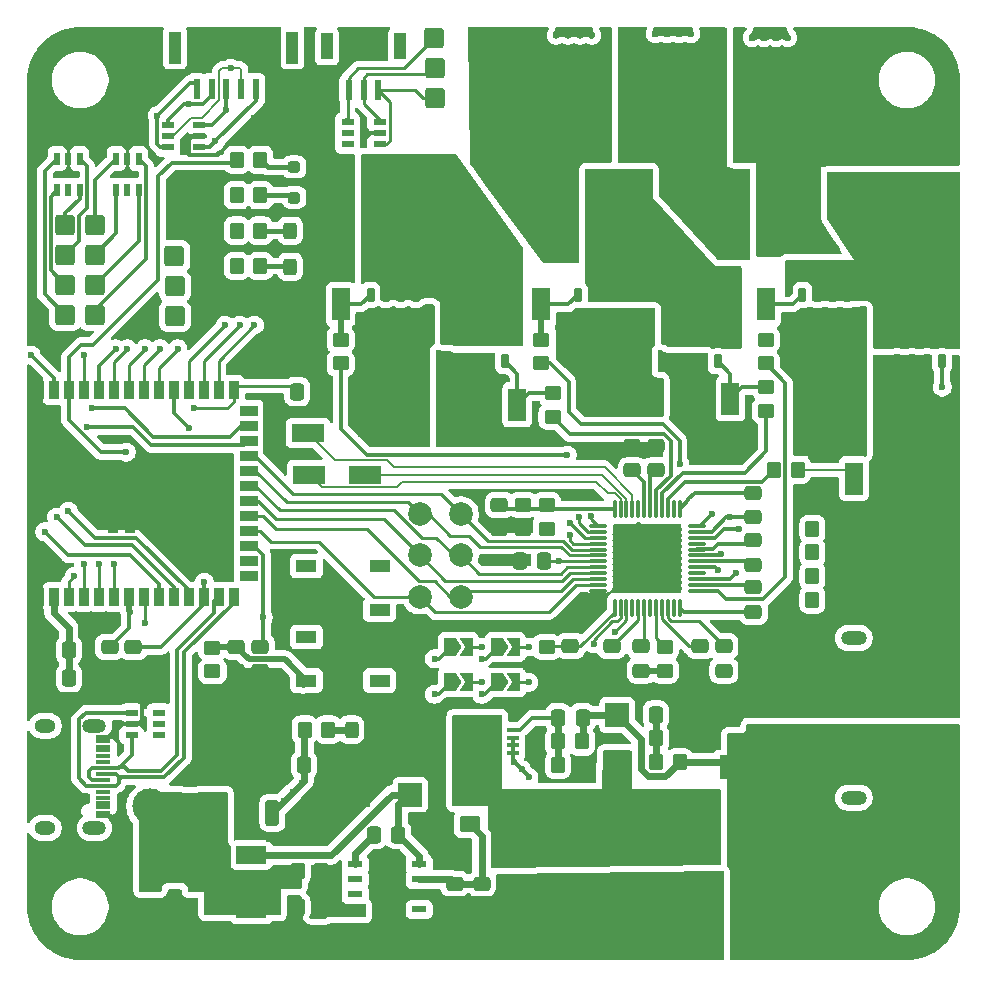
<source format=gbr>
%TF.GenerationSoftware,KiCad,Pcbnew,9.0.2-rc1*%
%TF.CreationDate,2025-08-19T16:09:16+10:00*%
%TF.ProjectId,BLDC_Version1_1_0,424c4443-5f56-4657-9273-696f6e315f31,rev?*%
%TF.SameCoordinates,Original*%
%TF.FileFunction,Copper,L1,Top*%
%TF.FilePolarity,Positive*%
%FSLAX46Y46*%
G04 Gerber Fmt 4.6, Leading zero omitted, Abs format (unit mm)*
G04 Created by KiCad (PCBNEW 9.0.2-rc1) date 2025-08-19 16:09:16*
%MOMM*%
%LPD*%
G01*
G04 APERTURE LIST*
G04 Aperture macros list*
%AMRoundRect*
0 Rectangle with rounded corners*
0 $1 Rounding radius*
0 $2 $3 $4 $5 $6 $7 $8 $9 X,Y pos of 4 corners*
0 Add a 4 corners polygon primitive as box body*
4,1,4,$2,$3,$4,$5,$6,$7,$8,$9,$2,$3,0*
0 Add four circle primitives for the rounded corners*
1,1,$1+$1,$2,$3*
1,1,$1+$1,$4,$5*
1,1,$1+$1,$6,$7*
1,1,$1+$1,$8,$9*
0 Add four rect primitives between the rounded corners*
20,1,$1+$1,$2,$3,$4,$5,0*
20,1,$1+$1,$4,$5,$6,$7,0*
20,1,$1+$1,$6,$7,$8,$9,0*
20,1,$1+$1,$8,$9,$2,$3,0*%
%AMFreePoly0*
4,1,6,1.000000,0.000000,0.500000,-0.750000,-0.500000,-0.750000,-0.500000,0.750000,0.500000,0.750000,1.000000,0.000000,1.000000,0.000000,$1*%
%AMFreePoly1*
4,1,6,0.500000,-0.750000,-0.650000,-0.750000,-0.150000,0.000000,-0.650000,0.750000,0.500000,0.750000,0.500000,-0.750000,0.500000,-0.750000,$1*%
G04 Aperture macros list end*
%TA.AperFunction,SMDPad,CuDef*%
%ADD10C,2.000000*%
%TD*%
%TA.AperFunction,SMDPad,CuDef*%
%ADD11RoundRect,0.250000X0.475000X-0.337500X0.475000X0.337500X-0.475000X0.337500X-0.475000X-0.337500X0*%
%TD*%
%TA.AperFunction,SMDPad,CuDef*%
%ADD12R,1.650000X4.500000*%
%TD*%
%TA.AperFunction,ComponentPad*%
%ADD13C,5.000000*%
%TD*%
%TA.AperFunction,ComponentPad*%
%ADD14O,2.200000X1.200000*%
%TD*%
%TA.AperFunction,SMDPad,CuDef*%
%ADD15C,3.000000*%
%TD*%
%TA.AperFunction,SMDPad,CuDef*%
%ADD16R,1.500000X2.800000*%
%TD*%
%TA.AperFunction,SMDPad,CuDef*%
%ADD17R,1.300000X0.600000*%
%TD*%
%TA.AperFunction,SMDPad,CuDef*%
%ADD18R,2.500000X3.500000*%
%TD*%
%TA.AperFunction,SMDPad,CuDef*%
%ADD19RoundRect,0.250000X-0.350000X-0.450000X0.350000X-0.450000X0.350000X0.450000X-0.350000X0.450000X0*%
%TD*%
%TA.AperFunction,SMDPad,CuDef*%
%ADD20RoundRect,0.250000X0.450000X-0.350000X0.450000X0.350000X-0.450000X0.350000X-0.450000X-0.350000X0*%
%TD*%
%TA.AperFunction,SMDPad,CuDef*%
%ADD21RoundRect,0.250000X0.337500X0.475000X-0.337500X0.475000X-0.337500X-0.475000X0.337500X-0.475000X0*%
%TD*%
%TA.AperFunction,SMDPad,CuDef*%
%ADD22O,0.280000X1.600000*%
%TD*%
%TA.AperFunction,SMDPad,CuDef*%
%ADD23O,1.600000X0.280000*%
%TD*%
%TA.AperFunction,HeatsinkPad*%
%ADD24C,0.550000*%
%TD*%
%TA.AperFunction,SMDPad,CuDef*%
%ADD25R,5.000000X5.000000*%
%TD*%
%TA.AperFunction,SMDPad,CuDef*%
%ADD26R,2.000000X2.000000*%
%TD*%
%TA.AperFunction,SMDPad,CuDef*%
%ADD27FreePoly0,0.000000*%
%TD*%
%TA.AperFunction,SMDPad,CuDef*%
%ADD28FreePoly1,0.000000*%
%TD*%
%TA.AperFunction,SMDPad,CuDef*%
%ADD29RoundRect,0.250000X-0.475000X0.337500X-0.475000X-0.337500X0.475000X-0.337500X0.475000X0.337500X0*%
%TD*%
%TA.AperFunction,SMDPad,CuDef*%
%ADD30R,2.800000X1.500000*%
%TD*%
%TA.AperFunction,SMDPad,CuDef*%
%ADD31RoundRect,0.237500X0.287500X0.237500X-0.287500X0.237500X-0.287500X-0.237500X0.287500X-0.237500X0*%
%TD*%
%TA.AperFunction,SMDPad,CuDef*%
%ADD32R,1.100000X0.600000*%
%TD*%
%TA.AperFunction,SMDPad,CuDef*%
%ADD33R,0.900000X1.500000*%
%TD*%
%TA.AperFunction,SMDPad,CuDef*%
%ADD34R,1.500000X0.900000*%
%TD*%
%TA.AperFunction,SMDPad,CuDef*%
%ADD35R,0.900000X0.900000*%
%TD*%
%TA.AperFunction,SMDPad,CuDef*%
%ADD36RoundRect,0.250000X0.350000X-0.850000X0.350000X0.850000X-0.350000X0.850000X-0.350000X-0.850000X0*%
%TD*%
%TA.AperFunction,SMDPad,CuDef*%
%ADD37RoundRect,0.249997X2.650003X-2.950003X2.650003X2.950003X-2.650003X2.950003X-2.650003X-2.950003X0*%
%TD*%
%TA.AperFunction,ComponentPad*%
%ADD38C,2.800000*%
%TD*%
%TA.AperFunction,SMDPad,CuDef*%
%ADD39R,0.600000X1.700000*%
%TD*%
%TA.AperFunction,SMDPad,CuDef*%
%ADD40R,1.000000X2.700000*%
%TD*%
%TA.AperFunction,SMDPad,CuDef*%
%ADD41RoundRect,0.250000X-0.337500X-0.475000X0.337500X-0.475000X0.337500X0.475000X-0.337500X0.475000X0*%
%TD*%
%TA.AperFunction,SMDPad,CuDef*%
%ADD42RoundRect,0.250000X-0.450000X0.350000X-0.450000X-0.350000X0.450000X-0.350000X0.450000X0.350000X0*%
%TD*%
%TA.AperFunction,SMDPad,CuDef*%
%ADD43RoundRect,0.250000X0.325000X0.450000X-0.325000X0.450000X-0.325000X-0.450000X0.325000X-0.450000X0*%
%TD*%
%TA.AperFunction,SMDPad,CuDef*%
%ADD44RoundRect,0.162500X0.162500X-0.437500X0.162500X0.437500X-0.162500X0.437500X-0.162500X-0.437500X0*%
%TD*%
%TA.AperFunction,SMDPad,CuDef*%
%ADD45R,4.700000X4.500000*%
%TD*%
%TA.AperFunction,SMDPad,CuDef*%
%ADD46RoundRect,0.175000X0.175000X-0.325000X0.175000X0.325000X-0.175000X0.325000X-0.175000X-0.325000X0*%
%TD*%
%TA.AperFunction,SMDPad,CuDef*%
%ADD47R,2.500000X1.500000*%
%TD*%
%TA.AperFunction,SMDPad,CuDef*%
%ADD48R,1.200000X3.500000*%
%TD*%
%TA.AperFunction,SMDPad,CuDef*%
%ADD49RoundRect,0.249999X0.450001X1.425001X-0.450001X1.425001X-0.450001X-1.425001X0.450001X-1.425001X0*%
%TD*%
%TA.AperFunction,SMDPad,CuDef*%
%ADD50RoundRect,0.162500X-0.162500X0.437500X-0.162500X-0.437500X0.162500X-0.437500X0.162500X0.437500X0*%
%TD*%
%TA.AperFunction,SMDPad,CuDef*%
%ADD51RoundRect,0.175000X-0.175000X0.325000X-0.175000X-0.325000X0.175000X-0.325000X0.175000X0.325000X0*%
%TD*%
%TA.AperFunction,ComponentPad*%
%ADD52RoundRect,0.255000X0.595000X0.595000X-0.595000X0.595000X-0.595000X-0.595000X0.595000X-0.595000X0*%
%TD*%
%TA.AperFunction,SMDPad,CuDef*%
%ADD53RoundRect,0.249999X-0.450001X-1.425001X0.450001X-1.425001X0.450001X1.425001X-0.450001X1.425001X0*%
%TD*%
%TA.AperFunction,SMDPad,CuDef*%
%ADD54RoundRect,0.250000X0.350000X0.450000X-0.350000X0.450000X-0.350000X-0.450000X0.350000X-0.450000X0*%
%TD*%
%TA.AperFunction,SMDPad,CuDef*%
%ADD55R,1.800000X1.100000*%
%TD*%
%TA.AperFunction,SMDPad,CuDef*%
%ADD56R,1.070000X0.530000*%
%TD*%
%TA.AperFunction,SMDPad,CuDef*%
%ADD57R,0.600000X1.100000*%
%TD*%
%TA.AperFunction,SMDPad,CuDef*%
%ADD58R,1.800000X2.000000*%
%TD*%
%TA.AperFunction,SMDPad,CuDef*%
%ADD59R,0.990000X0.410000*%
%TD*%
%TA.AperFunction,SMDPad,CuDef*%
%ADD60R,1.720000X2.230000*%
%TD*%
%TA.AperFunction,ComponentPad*%
%ADD61O,2.000000X1.200000*%
%TD*%
%TA.AperFunction,ComponentPad*%
%ADD62O,1.800000X1.200000*%
%TD*%
%TA.AperFunction,SMDPad,CuDef*%
%ADD63R,1.300000X0.300000*%
%TD*%
%TA.AperFunction,ComponentPad*%
%ADD64RoundRect,0.255000X-0.595000X-0.595000X0.595000X-0.595000X0.595000X0.595000X-0.595000X0.595000X0*%
%TD*%
%TA.AperFunction,SMDPad,CuDef*%
%ADD65RoundRect,0.250001X-0.624999X0.462499X-0.624999X-0.462499X0.624999X-0.462499X0.624999X0.462499X0*%
%TD*%
%TA.AperFunction,SMDPad,CuDef*%
%ADD66R,1.000000X2.200000*%
%TD*%
%TA.AperFunction,ViaPad*%
%ADD67C,0.600000*%
%TD*%
%TA.AperFunction,Conductor*%
%ADD68C,0.300000*%
%TD*%
%TA.AperFunction,Conductor*%
%ADD69C,0.600000*%
%TD*%
%TA.AperFunction,Conductor*%
%ADD70C,0.500000*%
%TD*%
%TA.AperFunction,Conductor*%
%ADD71C,0.250000*%
%TD*%
%TA.AperFunction,Conductor*%
%ADD72C,0.200000*%
%TD*%
%TA.AperFunction,Conductor*%
%ADD73C,0.313400*%
%TD*%
%TA.AperFunction,Conductor*%
%ADD74C,0.400000*%
%TD*%
G04 APERTURE END LIST*
D10*
%TO.P,TP11,1,1*%
%TO.N,V_LOWSIDE*%
X143750000Y-105250000D03*
%TD*%
D11*
%TO.P,C21,1*%
%TO.N,Net-(U3-5VOUT)*%
X161750000Y-98037500D03*
%TO.P,C21,2*%
%TO.N,GND*%
X161750000Y-95962500D03*
%TD*%
D12*
%TO.P,C11,1,1*%
%TO.N,/Power Management/SOFTSTART_PWR_IN*%
X168000000Y-127500000D03*
%TO.P,C11,2,2*%
%TO.N,GND*%
X168000000Y-136500000D03*
%TD*%
D13*
%TO.P,CN2,1,-*%
%TO.N,GND*%
X174500000Y-115400120D03*
%TO.P,CN2,2,+*%
%TO.N,16.8V_BUS*%
X174500000Y-122600120D03*
D14*
%TO.P,CN2,3,3*%
%TO.N,unconnected-(CN2-Pad3)*%
X180500000Y-125750120D03*
%TO.P,CN2,4,4*%
%TO.N,unconnected-(CN2-Pad4)*%
X180500000Y-112250120D03*
%TD*%
D15*
%TO.P,5V,1,1*%
%TO.N,5V_BUS*%
X120900000Y-126500000D03*
%TD*%
D16*
%TO.P,TP5,1*%
%TO.N,Net-(Q7-G)*%
X170055000Y-92000000D03*
%TD*%
D17*
%TO.P,U4,1,BOOT*%
%TO.N,Net-(U4-BOOT)*%
X138300000Y-131400000D03*
%TO.P,U4,2,NC*%
%TO.N,unconnected-(U4-NC-Pad2)*%
X138300000Y-132680000D03*
%TO.P,U4,3,NC*%
%TO.N,unconnected-(U4-NC-Pad3)*%
X138300000Y-133950000D03*
%TO.P,U4,4,VSENSE*%
%TO.N,Net-(U4-VSENSE)*%
X138300000Y-135220000D03*
%TO.P,U4,5,ENA*%
%TO.N,unconnected-(U4-ENA-Pad5)*%
X143700000Y-135220000D03*
%TO.P,U4,6,GND*%
%TO.N,GND*%
X143700000Y-133950000D03*
%TO.P,U4,7,VIN*%
%TO.N,Net-(U4-VIN)*%
X143700000Y-132680000D03*
%TO.P,U4,8,PH*%
%TO.N,Net-(D7-K)*%
X143700000Y-131400000D03*
D18*
%TO.P,U4,9,PowerPAD*%
%TO.N,GND*%
X141000000Y-133310000D03*
%TD*%
D19*
%TO.P,R7,1*%
%TO.N,3.3V_BUS*%
X134000000Y-120000000D03*
%TO.P,R7,2*%
%TO.N,Net-(D6-A)*%
X136000000Y-120000000D03*
%TD*%
D10*
%TO.P,TP12,1,1*%
%TO.N,W_HIGHSIDE*%
X147250000Y-108750000D03*
%TD*%
D20*
%TO.P,R13,1*%
%TO.N,W_HIGHSIDE_GATE*%
X173055000Y-89000000D03*
%TO.P,R13,2*%
%TO.N,Net-(Q4-G)*%
X173055000Y-87000000D03*
%TD*%
D19*
%TO.P,R4,1*%
%TO.N,DRV_FAULT*%
X128250000Y-71750000D03*
%TO.P,R4,2*%
%TO.N,Net-(D2-A)*%
X130250000Y-71750000D03*
%TD*%
D21*
%TO.P,C1,1*%
%TO.N,3.3V_BUS*%
X114037500Y-115620000D03*
%TO.P,C1,2*%
%TO.N,GND*%
X111962500Y-115620000D03*
%TD*%
D22*
%TO.P,U3,1,CU*%
%TO.N,U_BOOTSTRAP*%
X165750000Y-101300000D03*
%TO.P,U3,2,-*%
%TO.N,unconnected-(U3---Pad2)*%
X165250000Y-101300000D03*
%TO.P,U3,3,LSW*%
%TO.N,W_LOWSIDE_GATE*%
X164750000Y-101300000D03*
%TO.P,U3,4,LSV*%
%TO.N,V_LOWSIDE_GATE*%
X164250000Y-101300000D03*
%TO.P,U3,5,LSU*%
%TO.N,U_LOWSIDE_GATE*%
X163750000Y-101300000D03*
%TO.P,U3,6,12VOUT*%
%TO.N,Net-(U3-12VOUT)*%
X163250000Y-101300000D03*
%TO.P,U3,7,5VOUT*%
%TO.N,Net-(U3-5VOUT)*%
X162750000Y-101300000D03*
%TO.P,U3,8,GNDA*%
%TO.N,GND*%
X162250000Y-101300000D03*
%TO.P,U3,9,CURU*%
%TO.N,CURRENT_U*%
X161750000Y-101300000D03*
%TO.P,U3,10,CURV*%
%TO.N,CURRENT_V*%
X161250000Y-101300000D03*
%TO.P,U3,11,CURW*%
%TO.N,CURRENT_W*%
X160750000Y-101300000D03*
%TO.P,U3,12,VOFS/TEST*%
%TO.N,CURRENT_SENS_VOFS*%
X160250000Y-101300000D03*
D23*
%TO.P,U3,13,CSN_IDRV0*%
%TO.N,DRIVER_CSN{slash}IDRV0*%
X158800000Y-102750000D03*
%TO.P,U3,14,SCK_IDRV1*%
%TO.N,DRIVER_SCK{slash}IDRV1*%
X158800000Y-103250000D03*
%TO.P,U3,15,SDI_AMPLx10*%
%TO.N,DRIVER_SDI{slash}AMPL*%
X158800000Y-103750000D03*
%TO.P,U3,16,SDO_SINGLE*%
%TO.N,DRIVER_SDO{slash}SINGLE*%
X158800000Y-104250000D03*
%TO.P,U3,17,UH*%
%TO.N,U_HIGHSIDE*%
X158800000Y-104750000D03*
%TO.P,U3,18,UL*%
%TO.N,U_LOWSIDE*%
X158800000Y-105250000D03*
%TO.P,U3,19,VCC_IO*%
%TO.N,3.3V_BUS*%
X158800000Y-105750000D03*
%TO.P,U3,20,VH*%
%TO.N,V_HIGHSIDE*%
X158800000Y-106250000D03*
%TO.P,U3,21,VL*%
%TO.N,V_LOWSIDE*%
X158800000Y-106750000D03*
%TO.P,U3,22,WH*%
%TO.N,W_HIGHSIDE*%
X158800000Y-107250000D03*
%TO.P,U3,23,WL*%
%TO.N,W_LOWSIDE*%
X158800000Y-107750000D03*
%TO.P,U3,24,CLK*%
%TO.N,GND*%
X158800000Y-108250000D03*
D22*
%TO.P,U3,25,SPE*%
%TO.N,Net-(U3-SPE)*%
X160250000Y-109700000D03*
%TO.P,U3,26,FAULT*%
%TO.N,DRV_FAULT*%
X160750000Y-109700000D03*
%TO.P,U3,27,DEV_EN*%
%TO.N,DRV_ENABLE*%
X161250000Y-109700000D03*
%TO.P,U3,28,-*%
%TO.N,unconnected-(U3---Pad28)*%
X161750000Y-109700000D03*
%TO.P,U3,29,VSA*%
%TO.N,16.8V_BUS*%
X162250000Y-109700000D03*
%TO.P,U3,30,CPO*%
%TO.N,CHARGE_CAPACITOR_OUTPUT*%
X162750000Y-109700000D03*
%TO.P,U3,31,-*%
%TO.N,unconnected-(U3---Pad31)*%
X163250000Y-109700000D03*
%TO.P,U3,32,CPI*%
%TO.N,CHARGE_CAPACITOR_INPUT*%
X163750000Y-109700000D03*
%TO.P,U3,33,VS*%
%TO.N,16.8V_BUS*%
X164250000Y-109700000D03*
%TO.P,U3,34,VCP*%
%TO.N,VOLTAGE_CHARGE_PUMP*%
X164750000Y-109700000D03*
%TO.P,U3,35,-*%
%TO.N,unconnected-(U3---Pad35)*%
X165250000Y-109700000D03*
%TO.P,U3,36,CW*%
%TO.N,W_BOOTSTRAP*%
X165750000Y-109700000D03*
D23*
%TO.P,U3,37,HSW*%
%TO.N,W_HIGHSIDE_GATE*%
X167200000Y-108250000D03*
%TO.P,U3,38,W*%
%TO.N,DRIVER_W*%
X167200000Y-107750000D03*
%TO.P,U3,39,WSENSE*%
%TO.N,W_SENSE*%
X167200000Y-107250000D03*
%TO.P,U3,40,-*%
%TO.N,unconnected-(U3---Pad40)*%
X167200000Y-106750000D03*
%TO.P,U3,41,VSENSE*%
%TO.N,V_SENSE*%
X167200000Y-106250000D03*
%TO.P,U3,42,V*%
%TO.N,DRIVER_V*%
X167200000Y-105750000D03*
%TO.P,U3,43,HSV*%
%TO.N,V_HIGHSIDE_GATE*%
X167200000Y-105250000D03*
%TO.P,U3,44,CV*%
%TO.N,V_BOOTSTRAP*%
X167200000Y-104750000D03*
%TO.P,U3,45,-*%
%TO.N,unconnected-(U3---Pad45)*%
X167200000Y-104250000D03*
%TO.P,U3,46,USENSE*%
%TO.N,U_SENSE*%
X167200000Y-103750000D03*
%TO.P,U3,47,U*%
%TO.N,DRIVER_U*%
X167200000Y-103250000D03*
%TO.P,U3,48,HSU*%
%TO.N,U_HIGHSIDE_GATE*%
X167200000Y-102750000D03*
D24*
%TO.P,U3,49,EP*%
%TO.N,GND*%
X165275000Y-107750000D03*
X165275000Y-106625000D03*
X165275000Y-105500000D03*
X165275000Y-104375000D03*
X165275000Y-103250000D03*
X164150000Y-107750000D03*
X164150000Y-106625000D03*
X164150000Y-105500000D03*
X164150000Y-104375000D03*
X164150000Y-103250000D03*
X163025000Y-107750000D03*
X163025000Y-106625000D03*
X163025000Y-105500000D03*
X163025000Y-104375000D03*
X163025000Y-103250000D03*
D25*
X163000000Y-105500000D03*
D24*
X161900000Y-107750000D03*
X161900000Y-106625000D03*
X161900000Y-105500000D03*
X161900000Y-104375000D03*
X161900000Y-103250000D03*
X160775000Y-107750000D03*
X160775000Y-106625000D03*
X160775000Y-105500000D03*
X160775000Y-104375000D03*
X160775000Y-103250000D03*
%TD*%
D10*
%TO.P,TP9,1,1*%
%TO.N,U_LOWSIDE*%
X143750000Y-101750000D03*
%TD*%
D26*
%TO.P,D8,1,K*%
%TO.N,16.8V_BUS*%
X160462500Y-118770000D03*
%TO.P,D8,2,A*%
%TO.N,/Power Management/SOFTSTART_PWR_IN*%
X160462500Y-123170000D03*
%TD*%
D27*
%TO.P,AMPL,1,A*%
%TO.N,3.3V_BUS*%
X150275000Y-113000000D03*
D28*
%TO.P,AMPL,2,B*%
%TO.N,DRIVER_SDI{slash}AMPL*%
X151725000Y-113000000D03*
%TD*%
D29*
%TO.P,CV,1*%
%TO.N,CURRENT_V*%
X119500000Y-112992500D03*
%TO.P,CV,2*%
%TO.N,GND*%
X119500000Y-115067500D03*
%TD*%
D21*
%TO.P,C2,1*%
%TO.N,3.3V_BUS*%
X114037500Y-113250000D03*
%TO.P,C2,2*%
%TO.N,GND*%
X111962500Y-113250000D03*
%TD*%
D19*
%TO.P,R12,1*%
%TO.N,W_LOWSIDE_GATE*%
X173750000Y-98000000D03*
%TO.P,R12,2*%
%TO.N,Net-(Q5-G)*%
X175750000Y-98000000D03*
%TD*%
D30*
%TO.P,TP15,1,1*%
%TO.N,CURRENT_V*%
X139100000Y-98400000D03*
%TD*%
D31*
%TO.P,D1,1,K*%
%TO.N,GND*%
X134875000Y-74950000D03*
%TO.P,D1,2,A*%
%TO.N,Net-(D1-A)*%
X133125000Y-74950000D03*
%TD*%
D11*
%TO.P,C3,1*%
%TO.N,5V_BUS*%
X124300000Y-126337500D03*
%TO.P,C3,2*%
%TO.N,GND*%
X124300000Y-124262500D03*
%TD*%
D16*
%TO.P,TP6,1*%
%TO.N,Net-(Q6-G)*%
X154055000Y-84000000D03*
%TD*%
D26*
%TO.P,D7,1,K*%
%TO.N,Net-(D7-K)*%
X142950000Y-125500000D03*
%TO.P,D7,2,A*%
%TO.N,GND*%
X138550000Y-125500000D03*
%TD*%
D11*
%TO.P,C27,1*%
%TO.N,16.8V_BUS*%
X169500000Y-115007500D03*
%TO.P,C27,2*%
%TO.N,VOLTAGE_CHARGE_PUMP*%
X169500000Y-112932500D03*
%TD*%
D30*
%TO.P,TP16,1,1*%
%TO.N,CURRENT_W*%
X134400000Y-98400000D03*
%TD*%
D32*
%TO.P,U10,1,1*%
%TO.N,ENCODER_CLK*%
X125100000Y-70700000D03*
%TO.P,U10,2,GND*%
%TO.N,GND*%
X125100000Y-69750000D03*
%TO.P,U10,3,3*%
%TO.N,ENCODER_MISO*%
X125100000Y-68800000D03*
%TO.P,U10,4,4*%
%TO.N,ENCODER_MOSI*%
X122400000Y-68800000D03*
%TO.P,U10,5,VBUS*%
%TO.N,3.3V_BUS*%
X122400000Y-69750000D03*
%TO.P,U10,6,6*%
%TO.N,ENCODER_CSN*%
X122400000Y-70700000D03*
%TD*%
D12*
%TO.P,C12,1,1*%
%TO.N,/Power Management/SOFTSTART_PWR_IN*%
X156400000Y-127500000D03*
%TO.P,C12,2,2*%
%TO.N,GND*%
X156400000Y-136500000D03*
%TD*%
D33*
%TO.P,U1,1,GND*%
%TO.N,GND*%
X111490000Y-108750000D03*
%TO.P,U1,2,3V3*%
%TO.N,3.3V_BUS*%
X112760000Y-108750000D03*
%TO.P,U1,3,EN*%
%TO.N,EN*%
X114030000Y-108750000D03*
%TO.P,U1,4,GPIO4/TOUCH4/ADC1_CH3*%
%TO.N,LIPO_FAULT*%
X115300000Y-108750000D03*
%TO.P,U1,5,GPIO5/TOUCH5/ADC1_CH4*%
%TO.N,STATUS_1*%
X116570000Y-108750000D03*
%TO.P,U1,6,GPIO6/TOUCH6/ADC1_CH5*%
%TO.N,STATUS_2*%
X117840000Y-108750000D03*
%TO.P,U1,7,GPIO7/TOUCH7/ADC1_CH6*%
%TO.N,CURRENT_U*%
X119110000Y-108750000D03*
%TO.P,U1,8,GPIO15/U0RTS/ADC2_CH4/XTAL_32K_P*%
%TO.N,LIPO_VOLT_SENS*%
X120380000Y-108750000D03*
%TO.P,U1,9,GPIO16/U0CTS/ADC2_CH5/XTAL_32K_N*%
%TO.N,GPIO16*%
X121650000Y-108750000D03*
%TO.P,U1,10,GPIO17/U1TXD/ADC2_CH6*%
%TO.N,GPIO17*%
X122920000Y-108750000D03*
%TO.P,U1,11,GPIO18/U1RXD/ADC2_CH7/CLK_OUT3*%
%TO.N,GPIO18*%
X124190000Y-108750000D03*
%TO.P,U1,12,GPIO8/TOUCH8/ADC1_CH7/SUBSPICS1*%
%TO.N,CURRENT_V*%
X125460000Y-108750000D03*
%TO.P,U1,13,GPIO19/U1RTS/ADC2_CH8/CLK_OUT2/USB_D-*%
%TO.N,USB_D -*%
X126730000Y-108750000D03*
%TO.P,U1,14,GPIO20/U1CTS/ADC2_CH9/CLK_OUT1/USB_D+*%
%TO.N,USB_D +*%
X128000000Y-108750000D03*
D34*
%TO.P,U1,15,GPIO3/TOUCH3/ADC1_CH2*%
%TO.N,unconnected-(U1-GPIO3{slash}TOUCH3{slash}ADC1_CH2-Pad15)*%
X129250000Y-106985000D03*
%TO.P,U1,16,GPIO46*%
%TO.N,unconnected-(U1-GPIO46-Pad16)*%
X129250000Y-105715000D03*
%TO.P,U1,17,GPIO9/TOUCH9/ADC1_CH8/FSPIHD/SUBSPIHD*%
%TO.N,CURRENT_W*%
X129250000Y-104445000D03*
%TO.P,U1,18,GPIO10/TOUCH10/ADC1_CH9/FSPICS0/FSPIIO4/SUBSPICS0*%
%TO.N,W_LOWSIDE*%
X129250000Y-103175000D03*
%TO.P,U1,19,GPIO11/TOUCH11/ADC2_CH0/FSPID/FSPIIO5/SUBSPID*%
%TO.N,W_HIGHSIDE*%
X129250000Y-101905000D03*
%TO.P,U1,20,GPIO12/TOUCH12/ADC2_CH1/FSPICLK/FSPIIO6/SUBSPICLK*%
%TO.N,V_LOWSIDE*%
X129250000Y-100635000D03*
%TO.P,U1,21,GPIO13/TOUCH13/ADC2_CH2/FSPIQ/FSPIIO7/SUBSPIQ*%
%TO.N,V_HIGHSIDE*%
X129250000Y-99365000D03*
%TO.P,U1,22,GPIO14/TOUCH14/ADC2_CH3/FSPIWP/FSPIDQS/SUBSPIWP*%
%TO.N,U_LOWSIDE*%
X129250000Y-98095000D03*
%TO.P,U1,23,GPIO21*%
%TO.N,U_HIGHSIDE*%
X129250000Y-96825000D03*
%TO.P,U1,24,GPIO47/SPICLK_P/SUBSPICLK_P_DIFF*%
%TO.N,GPIO47*%
X129250000Y-95555000D03*
%TO.P,U1,25,GPIO48/SPICLK_N/SUBSPICLK_N_DIFF*%
%TO.N,GPIO48*%
X129250000Y-94285000D03*
%TO.P,U1,26,GPIO45*%
%TO.N,unconnected-(U1-GPIO45-Pad26)*%
X129250000Y-93015000D03*
D33*
%TO.P,U1,27,GPIO0/BOOT*%
%TO.N,BOOT*%
X128000000Y-91250000D03*
%TO.P,U1,28,SPIIO6/GPIO35/FSPID/SUBSPID*%
%TO.N,GPIO35*%
X126730000Y-91250000D03*
%TO.P,U1,29,SPIIO7/GPIO36/FSPICLK/SUBSPICLK*%
%TO.N,GPIO36*%
X125460000Y-91250000D03*
%TO.P,U1,30,SPIDQS/GPIO37/FSPIQ/SUBSPIQ*%
%TO.N,GPIO37*%
X124190000Y-91250000D03*
%TO.P,U1,31,GPIO38/FSPIWP/SUBSPIWP*%
%TO.N,DRV_ENABLE*%
X122920000Y-91250000D03*
%TO.P,U1,32,MTCK/GPIO39/CLK_OUT3/SUBSPICS1*%
%TO.N,ENCODER_CLK*%
X121650000Y-91250000D03*
%TO.P,U1,33,MTDO/GPIO40/CLK_OUT2*%
%TO.N,ENCODER_MISO*%
X120380000Y-91250000D03*
%TO.P,U1,34,MTDI/GPIO41/CLK_OUT1*%
%TO.N,ENCODER_MOSI*%
X119110000Y-91250000D03*
%TO.P,U1,35,MTMS/GPIO42*%
%TO.N,ENCODER_CSN*%
X117840000Y-91250000D03*
%TO.P,U1,36,U0RXD/GPIO44/CLK_OUT2*%
%TO.N,GPIO44*%
X116570000Y-91250000D03*
%TO.P,U1,37,U0TXD/GPIO43/CLK_OUT1*%
%TO.N,GPIO43*%
X115300000Y-91250000D03*
%TO.P,U1,38,GPIO2/TOUCH2/ADC1_CH1*%
%TO.N,DRV_FAULT*%
X114030000Y-91250000D03*
%TO.P,U1,39,GPIO1/TOUCH1/ADC1_CH0*%
%TO.N,GPIO01*%
X112760000Y-91250000D03*
%TO.P,U1,40,GND*%
%TO.N,GND*%
X111490000Y-91250000D03*
D35*
%TO.P,U1,41,GND*%
X117810000Y-102900000D03*
X119210000Y-102900000D03*
X120610000Y-102900000D03*
X120610000Y-102900000D03*
X117810000Y-101500000D03*
X117810000Y-101500000D03*
X119210000Y-101500000D03*
X120610000Y-101500000D03*
X117810000Y-100100000D03*
X119210000Y-100100000D03*
X120610000Y-100100000D03*
%TD*%
D36*
%TO.P,U2,1,IN*%
%TO.N,5V_BUS*%
X126720000Y-127040000D03*
D37*
%TO.P,U2,2,GND*%
%TO.N,GND*%
X129000000Y-120740000D03*
D36*
%TO.P,U2,3,OUT*%
%TO.N,3.3V_BUS*%
X131280000Y-127040000D03*
%TD*%
D38*
%TO.P,CN1,1,1*%
%TO.N,W_SENSE*%
X172620000Y-67000000D03*
%TO.P,CN1,2,2*%
%TO.N,V_SENSE*%
X165000000Y-67000000D03*
%TO.P,CN1,3,3*%
%TO.N,U_SENSE*%
X157380000Y-67000000D03*
%TD*%
D39*
%TO.P,CN3,1,1*%
%TO.N,GND*%
X131130000Y-65750000D03*
%TO.P,CN3,2,2*%
%TO.N,ENCODER_CLK*%
X129880000Y-65750000D03*
%TO.P,CN3,3,3*%
%TO.N,3.3V_BUS*%
X128630000Y-65750000D03*
%TO.P,CN3,4,4*%
%TO.N,ENCODER_MISO*%
X127380000Y-65750000D03*
%TO.P,CN3,5,5*%
%TO.N,ENCODER_MOSI*%
X126130000Y-65750000D03*
%TO.P,CN3,6,6*%
%TO.N,ENCODER_CSN*%
X124880000Y-65750000D03*
D40*
%TO.P,CN3,7,7*%
%TO.N,unconnected-(CN3-Pad7)*%
X132970000Y-62250000D03*
%TO.P,CN3,8,8*%
%TO.N,unconnected-(CN3-Pad8)*%
X123030000Y-62250000D03*
%TD*%
D32*
%TO.P,U11,1,1*%
%TO.N,GPIO37*%
X140350000Y-70450000D03*
%TO.P,U11,2,GND*%
%TO.N,GND*%
X140350000Y-69500000D03*
%TO.P,U11,3,3*%
%TO.N,GPIO36*%
X140350000Y-68550000D03*
%TO.P,U11,4,4*%
%TO.N,GPIO35*%
X137650000Y-68550000D03*
%TO.P,U11,5,VBUS*%
%TO.N,3.3V_BUS*%
X137650000Y-69500000D03*
%TO.P,U11,6,6*%
%TO.N,unconnected-(U11-Pad6)*%
X137650000Y-70450000D03*
%TD*%
D10*
%TO.P,TP13,1,1*%
%TO.N,W_LOWSIDE*%
X143750000Y-108750000D03*
%TD*%
%TO.P,TP8,1,1*%
%TO.N,U_HIGHSIDE*%
X147250000Y-101750000D03*
%TD*%
D41*
%TO.P,C8,1*%
%TO.N,Net-(U4-BOOT)*%
X139862500Y-128900000D03*
%TO.P,C8,2*%
%TO.N,Net-(D7-K)*%
X141937500Y-128900000D03*
%TD*%
D42*
%TO.P,R27,1*%
%TO.N,Net-(U3-SPE)*%
X154500000Y-113000000D03*
%TO.P,R27,2*%
%TO.N,GND*%
X154500000Y-115000000D03*
%TD*%
D43*
%TO.P,D4,1,K*%
%TO.N,GND*%
X134825000Y-77765000D03*
%TO.P,D4,2,A*%
%TO.N,Net-(D4-A)*%
X132775000Y-77765000D03*
%TD*%
D20*
%TO.P,R23,1*%
%TO.N,U_LOWSIDE_GATE*%
X155000000Y-93500000D03*
%TO.P,R23,2*%
%TO.N,Net-(Q2-G)*%
X155000000Y-91500000D03*
%TD*%
D29*
%TO.P,C17,1*%
%TO.N,CURRENT_SENS_VOFS*%
X150500000Y-100962500D03*
%TO.P,C17,2*%
%TO.N,GND*%
X150500000Y-103037500D03*
%TD*%
D44*
%TO.P,Q7,1,S*%
%TO.N,GND*%
X165150000Y-88825000D03*
%TO.P,Q7,2,S*%
X166420000Y-88825000D03*
%TO.P,Q7,3,S*%
X167690000Y-88825000D03*
%TO.P,Q7,4,G*%
%TO.N,Net-(Q7-G)*%
X168960000Y-88825000D03*
D45*
%TO.P,Q7,5,D*%
%TO.N,DRIVER_V*%
X167055000Y-85325000D03*
D46*
X165060000Y-83075000D03*
X166390000Y-83075000D03*
X167720000Y-83075000D03*
X169050000Y-83075000D03*
%TD*%
D47*
%TO.P,L1,1,1*%
%TO.N,Net-(D7-K)*%
X129500000Y-130625000D03*
%TO.P,L1,2,2*%
%TO.N,5V_BUS*%
X129500000Y-135225000D03*
%TD*%
D41*
%TO.P,C6,1*%
%TO.N,LIPO_VOLT_SENS*%
X163742500Y-118750000D03*
%TO.P,C6,2*%
%TO.N,GND*%
X165817500Y-118750000D03*
%TD*%
D48*
%TO.P,C10,1*%
%TO.N,5V_BUS*%
X123000000Y-129930000D03*
%TO.P,C10,2*%
%TO.N,GND*%
X123000000Y-135270000D03*
%TD*%
D41*
%TO.P,C18,1*%
%TO.N,BOOT*%
X133362500Y-91400000D03*
%TO.P,C18,2*%
%TO.N,GND*%
X135437500Y-91400000D03*
%TD*%
D49*
%TO.P,R14,1*%
%TO.N,DRIVER_W*%
X181050000Y-77000000D03*
%TO.P,R14,2*%
%TO.N,W_SENSE*%
X174950000Y-77000000D03*
%TD*%
D16*
%TO.P,TP2,1*%
%TO.N,Net-(Q5-G)*%
X180500000Y-98750000D03*
%TD*%
D19*
%TO.P,R9,1*%
%TO.N,Net-(Q3-G)*%
X155462500Y-123000000D03*
%TO.P,R9,2*%
%TO.N,GND*%
X157462500Y-123000000D03*
%TD*%
%TO.P,R10,1*%
%TO.N,5V_BUS*%
X133400000Y-132000000D03*
%TO.P,R10,2*%
%TO.N,Net-(U4-VSENSE)*%
X135400000Y-132000000D03*
%TD*%
D11*
%TO.P,C13,1*%
%TO.N,W_BOOTSTRAP*%
X172000000Y-110037500D03*
%TO.P,C13,2*%
%TO.N,DRIVER_W*%
X172000000Y-107962500D03*
%TD*%
D19*
%TO.P,R19,1*%
%TO.N,DRIVER_CSN{slash}IDRV0*%
X177000000Y-103000000D03*
%TO.P,R19,2*%
%TO.N,GND*%
X179000000Y-103000000D03*
%TD*%
D30*
%TO.P,TP14,1,1*%
%TO.N,CURRENT_U*%
X134300000Y-94900000D03*
%TD*%
D31*
%TO.P,D2,1,K*%
%TO.N,GND*%
X134875000Y-72360000D03*
%TO.P,D2,2,A*%
%TO.N,Net-(D2-A)*%
X133125000Y-72360000D03*
%TD*%
D29*
%TO.P,C14,1*%
%TO.N,V_BOOTSTRAP*%
X172000000Y-103962500D03*
%TO.P,C14,2*%
%TO.N,DRIVER_V*%
X172000000Y-106037500D03*
%TD*%
D50*
%TO.P,Q4,1,S*%
%TO.N,DRIVER_W*%
X179960000Y-83175000D03*
%TO.P,Q4,2,S*%
X178690000Y-83175000D03*
%TO.P,Q4,3,S*%
X177420000Y-83175000D03*
%TO.P,Q4,4,G*%
%TO.N,Net-(Q4-G)*%
X176150000Y-83175000D03*
D45*
%TO.P,Q4,5,D*%
%TO.N,16.8V_BUS*%
X178055000Y-86675000D03*
D51*
X180050000Y-88925000D03*
X178720000Y-88925000D03*
X177390000Y-88925000D03*
X176060000Y-88925000D03*
%TD*%
D27*
%TO.P,I_0,1,A*%
%TO.N,3.3V_BUS*%
X146275000Y-113000000D03*
D28*
%TO.P,I_0,2,B*%
%TO.N,DRIVER_CSN{slash}IDRV0*%
X147725000Y-113000000D03*
%TD*%
D29*
%TO.P,C4,1*%
%TO.N,Net-(U4-VIN)*%
X149000000Y-133032500D03*
%TO.P,C4,2*%
%TO.N,GND*%
X149000000Y-135107500D03*
%TD*%
D19*
%TO.P,R3,1*%
%TO.N,LIPO_FAULT*%
X128250000Y-74750000D03*
%TO.P,R3,2*%
%TO.N,Net-(D1-A)*%
X130250000Y-74750000D03*
%TD*%
D52*
%TO.P,U6,1*%
%TO.N,3.3V_BUS*%
X123000000Y-85000000D03*
%TO.P,U6,2*%
X123000000Y-82460000D03*
%TO.P,U6,3*%
X122980000Y-79920000D03*
%TD*%
D16*
%TO.P,TP22,1*%
%TO.N,Net-(Q1-G)*%
X137055000Y-84000000D03*
%TD*%
D41*
%TO.P,C9,1*%
%TO.N,Net-(Q3-G)*%
X155462500Y-119000000D03*
%TO.P,C9,2*%
%TO.N,16.8V_BUS*%
X157537500Y-119000000D03*
%TD*%
%TO.P,C7,1*%
%TO.N,3.3V_BUS*%
X133962500Y-123000000D03*
%TO.P,C7,2*%
%TO.N,GND*%
X136037500Y-123000000D03*
%TD*%
D19*
%TO.P,R2,1*%
%TO.N,STATUS_1*%
X128250000Y-77750000D03*
%TO.P,R2,2*%
%TO.N,Net-(D4-A)*%
X130250000Y-77750000D03*
%TD*%
D20*
%TO.P,R28,1*%
%TO.N,Net-(C28-Pad2)*%
X164500000Y-115000000D03*
%TO.P,R28,2*%
%TO.N,CHARGE_CAPACITOR_INPUT*%
X164500000Y-113000000D03*
%TD*%
D53*
%TO.P,R29,1*%
%TO.N,DRIVER_U*%
X147950000Y-77000000D03*
%TO.P,R29,2*%
%TO.N,U_SENSE*%
X154050000Y-77000000D03*
%TD*%
D43*
%TO.P,D6,1,K*%
%TO.N,GND*%
X140025000Y-120000000D03*
%TO.P,D6,2,A*%
%TO.N,Net-(D6-A)*%
X137975000Y-120000000D03*
%TD*%
D54*
%TO.P,R5,1*%
%TO.N,16.8V_BUS*%
X165750000Y-122750000D03*
%TO.P,R5,2*%
%TO.N,LIPO_VOLT_SENS*%
X163750000Y-122750000D03*
%TD*%
D29*
%TO.P,C5,1*%
%TO.N,Net-(U4-VIN)*%
X146730000Y-133032500D03*
%TO.P,C5,2*%
%TO.N,GND*%
X146730000Y-135107500D03*
%TD*%
D44*
%TO.P,Q2,1,S*%
%TO.N,GND*%
X147150000Y-88825000D03*
%TO.P,Q2,2,S*%
X148420000Y-88825000D03*
%TO.P,Q2,3,S*%
X149690000Y-88825000D03*
%TO.P,Q2,4,G*%
%TO.N,Net-(Q2-G)*%
X150960000Y-88825000D03*
D45*
%TO.P,Q2,5,D*%
%TO.N,DRIVER_U*%
X149055000Y-85325000D03*
D46*
X147060000Y-83075000D03*
X148390000Y-83075000D03*
X149720000Y-83075000D03*
X151050000Y-83075000D03*
%TD*%
D53*
%TO.P,R18,1*%
%TO.N,DRIVER_V*%
X162950000Y-77000000D03*
%TO.P,R18,2*%
%TO.N,V_SENSE*%
X169050000Y-77000000D03*
%TD*%
D21*
%TO.P,C22,1*%
%TO.N,3.3V_BUS*%
X154287500Y-105750000D03*
%TO.P,C22,2*%
%TO.N,GND*%
X152212500Y-105750000D03*
%TD*%
D52*
%TO.P,U9,1*%
%TO.N,GND*%
X187000000Y-109250000D03*
%TO.P,U9,2*%
X187000000Y-106710000D03*
%TO.P,U9,3*%
X186980000Y-104170000D03*
%TO.P,U9,4*%
X186980000Y-101630000D03*
%TO.P,U9,5*%
X187000000Y-99090000D03*
%TO.P,U9,6*%
X187000000Y-96550000D03*
%TD*%
D29*
%TO.P,C15,1*%
%TO.N,EN*%
X128200000Y-112992500D03*
%TO.P,C15,2*%
%TO.N,GND*%
X128200000Y-115067500D03*
%TD*%
D27*
%TO.P,I_1,1,A*%
%TO.N,3.3V_BUS*%
X146275000Y-116000000D03*
D28*
%TO.P,I_1,2,B*%
%TO.N,DRIVER_SCK{slash}IDRV1*%
X147725000Y-116000000D03*
%TD*%
D42*
%TO.P,R25,1*%
%TO.N,CURRENT_SENS_VOFS*%
X152500000Y-101000000D03*
%TO.P,R25,2*%
%TO.N,GND*%
X152500000Y-103000000D03*
%TD*%
D55*
%TO.P,SW1,1,1*%
%TO.N,unconnected-(SW1-Pad1)*%
X134150000Y-112150000D03*
%TO.P,SW1,2,2*%
%TO.N,GND*%
X140350000Y-112150000D03*
%TO.P,SW1,3,K*%
%TO.N,EN*%
X134150000Y-115850000D03*
%TO.P,SW1,4,A*%
%TO.N,unconnected-(SW1-A-Pad4)*%
X140350000Y-115850000D03*
%TD*%
D16*
%TO.P,TP19,1*%
%TO.N,Net-(Q2-G)*%
X152000000Y-92500000D03*
%TD*%
D11*
%TO.P,C20,1*%
%TO.N,Net-(U3-12VOUT)*%
X163750000Y-98037500D03*
%TO.P,C20,2*%
%TO.N,GND*%
X163750000Y-95962500D03*
%TD*%
D50*
%TO.P,Q6,1,S*%
%TO.N,DRIVER_V*%
X160960000Y-83175000D03*
%TO.P,Q6,2,S*%
X159690000Y-83175000D03*
%TO.P,Q6,3,S*%
X158420000Y-83175000D03*
%TO.P,Q6,4,G*%
%TO.N,Net-(Q6-G)*%
X157150000Y-83175000D03*
D45*
%TO.P,Q6,5,D*%
%TO.N,16.8V_BUS*%
X159055000Y-86675000D03*
D51*
X161050000Y-88925000D03*
X159720000Y-88925000D03*
X158390000Y-88925000D03*
X157060000Y-88925000D03*
%TD*%
D10*
%TO.P,TP10,1,1*%
%TO.N,V_HIGHSIDE*%
X147250000Y-105250000D03*
%TD*%
D56*
%TO.P,D9,1,1*%
%TO.N,USB_D +*%
X119350000Y-118550000D03*
%TO.P,D9,2,2*%
%TO.N,GND*%
X119350000Y-119500000D03*
%TO.P,D9,3,3*%
%TO.N,USB_D -*%
X119350000Y-120450000D03*
%TO.P,D9,4,4*%
%TO.N,unconnected-(D9-Pad4)*%
X121650000Y-120450000D03*
%TO.P,D9,5,5*%
%TO.N,3.3V_BUS*%
X121650000Y-119500000D03*
%TO.P,D9,6,6*%
%TO.N,unconnected-(D9-Pad6)*%
X121650000Y-118550000D03*
%TD*%
D55*
%TO.P,SW2,1,1*%
%TO.N,unconnected-(SW2-Pad1)*%
X140350000Y-109850000D03*
%TO.P,SW2,2,2*%
%TO.N,GND*%
X134150000Y-109850000D03*
%TO.P,SW2,3,K*%
%TO.N,BOOT*%
X140350000Y-106150000D03*
%TO.P,SW2,4,A*%
%TO.N,unconnected-(SW2-A-Pad4)*%
X134150000Y-106150000D03*
%TD*%
D57*
%TO.P,U13,1,1*%
%TO.N,GPIO16*%
X114950000Y-71650000D03*
%TO.P,U13,2,GND*%
%TO.N,GND*%
X114000000Y-71650000D03*
%TO.P,U13,3,3*%
%TO.N,GPIO18*%
X113050000Y-71650000D03*
%TO.P,U13,4,4*%
%TO.N,GPIO17*%
X113050000Y-74350000D03*
%TO.P,U13,5,VBUS*%
%TO.N,3.3V_BUS*%
X114000000Y-74350000D03*
%TO.P,U13,6,6*%
%TO.N,GPIO01*%
X114950000Y-74350000D03*
%TD*%
D20*
%TO.P,R15,1*%
%TO.N,V_LOWSIDE_GATE*%
X173055000Y-93000000D03*
%TO.P,R15,2*%
%TO.N,Net-(Q7-G)*%
X173055000Y-91000000D03*
%TD*%
D19*
%TO.P,R22,1*%
%TO.N,DRIVER_SDO{slash}SINGLE*%
X177000000Y-109000000D03*
%TO.P,R22,2*%
%TO.N,GND*%
X179000000Y-109000000D03*
%TD*%
D58*
%TO.P,D5,1,1*%
%TO.N,GND*%
X170000000Y-118800000D03*
%TO.P,D5,2,2*%
%TO.N,16.8V_BUS*%
X170000000Y-123200000D03*
%TD*%
D59*
%TO.P,Q3,1,S*%
%TO.N,16.8V_BUS*%
X151680000Y-121970000D03*
%TO.P,Q3,2,S*%
X151680000Y-121320000D03*
%TO.P,Q3,3,S*%
X151680000Y-120680000D03*
%TO.P,Q3,4,G*%
%TO.N,Net-(Q3-G)*%
X151680000Y-120030000D03*
%TO.P,Q3,5,D*%
%TO.N,/Power Management/SOFTSTART_PWR_IN*%
X148820000Y-120030000D03*
%TO.P,Q3,6,D*%
X148820000Y-120680000D03*
%TO.P,Q3,7,D*%
X148820000Y-121320000D03*
%TO.P,Q3,8,D*%
X148820000Y-121970000D03*
D60*
X149690000Y-121000000D03*
%TD*%
D20*
%TO.P,R16,1*%
%TO.N,V_HIGHSIDE_GATE*%
X154055000Y-89000000D03*
%TO.P,R16,2*%
%TO.N,Net-(Q6-G)*%
X154055000Y-87000000D03*
%TD*%
D29*
%TO.P,C25,1*%
%TO.N,16.8V_BUS*%
X160000000Y-112932500D03*
%TO.P,C25,2*%
%TO.N,GND*%
X160000000Y-115007500D03*
%TD*%
D43*
%TO.P,D3,1,K*%
%TO.N,GND*%
X134825000Y-80805000D03*
%TO.P,D3,2,A*%
%TO.N,Net-(D3-A)*%
X132775000Y-80805000D03*
%TD*%
D19*
%TO.P,R21,1*%
%TO.N,DRIVER_SDI{slash}AMPL*%
X177000000Y-107000000D03*
%TO.P,R21,2*%
%TO.N,GND*%
X179000000Y-107000000D03*
%TD*%
D20*
%TO.P,R17,1*%
%TO.N,3.3V_BUS*%
X126200000Y-115060000D03*
%TO.P,R17,2*%
%TO.N,EN*%
X126200000Y-113060000D03*
%TD*%
D52*
%TO.P,U8,1*%
%TO.N,GPIO37*%
X145000000Y-66500000D03*
%TO.P,U8,2*%
%TO.N,GPIO36*%
X145000000Y-63960000D03*
%TO.P,U8,3*%
%TO.N,GPIO35*%
X144980000Y-61420000D03*
%TD*%
D29*
%TO.P,C28,1*%
%TO.N,CHARGE_CAPACITOR_OUTPUT*%
X162500000Y-112932500D03*
%TO.P,C28,2*%
%TO.N,Net-(C28-Pad2)*%
X162500000Y-115007500D03*
%TD*%
D16*
%TO.P,TP25,1*%
%TO.N,DRIVER_U*%
X145000000Y-77000000D03*
%TD*%
D61*
%TO.P,J1,0*%
%TO.N,N/C*%
X116210000Y-119670000D03*
%TO.P,J1,1*%
X116210000Y-128330000D03*
D62*
%TO.P,J1,2*%
X112030000Y-128330000D03*
%TO.P,J1,3*%
X112030000Y-119670000D03*
D63*
%TO.P,J1,A1,GND*%
%TO.N,GND*%
X116970000Y-120650000D03*
%TO.P,J1,A4,VBUS*%
%TO.N,unconnected-(J1-VBUS-PadA4)*%
X116970000Y-121450000D03*
%TO.P,J1,A5,CC1*%
%TO.N,unconnected-(J1-CC1-PadA5)*%
X116970000Y-122750000D03*
%TO.P,J1,A6,D+*%
%TO.N,USB_D +*%
X116970000Y-123750000D03*
%TO.P,J1,A7,D-*%
%TO.N,USB_D -*%
X116970000Y-124250000D03*
%TO.P,J1,A8*%
%TO.N,N/C*%
X116970000Y-125250000D03*
%TO.P,J1,A9,VBUS*%
%TO.N,unconnected-(J1-VBUS-PadA4)_3*%
X116970000Y-126550000D03*
%TO.P,J1,A12,GND*%
%TO.N,GND*%
X116970000Y-127350000D03*
%TO.P,J1,B1,GND*%
X116970000Y-127050000D03*
%TO.P,J1,B4,VBUS*%
%TO.N,unconnected-(J1-VBUS-PadA4)_2*%
X116970000Y-126250000D03*
%TO.P,J1,B5,CC2*%
%TO.N,unconnected-(J1-CC2-PadB5)*%
X116970000Y-125750000D03*
%TO.P,J1,B6,D+*%
%TO.N,USB_D +*%
X116970000Y-124750000D03*
%TO.P,J1,B7,D-*%
%TO.N,USB_D -*%
X116970000Y-123250000D03*
%TO.P,J1,B8*%
%TO.N,N/C*%
X116970000Y-122250000D03*
%TO.P,J1,B9,VBUS*%
%TO.N,unconnected-(J1-VBUS-PadA4)_1*%
X116970000Y-121750000D03*
%TO.P,J1,B12,GND*%
%TO.N,GND*%
X116970000Y-120950000D03*
%TD*%
D29*
%TO.P,C26,1*%
%TO.N,16.8V_BUS*%
X167500000Y-112932500D03*
%TO.P,C26,2*%
%TO.N,GND*%
X167500000Y-115007500D03*
%TD*%
D19*
%TO.P,R20,1*%
%TO.N,DRIVER_SCK{slash}IDRV1*%
X177000000Y-105000000D03*
%TO.P,R20,2*%
%TO.N,GND*%
X179000000Y-105000000D03*
%TD*%
D50*
%TO.P,Q1,1,S*%
%TO.N,DRIVER_U*%
X143405000Y-83175000D03*
%TO.P,Q1,2,S*%
X142135000Y-83175000D03*
%TO.P,Q1,3,S*%
X140865000Y-83175000D03*
%TO.P,Q1,4,G*%
%TO.N,Net-(Q1-G)*%
X139595000Y-83175000D03*
D45*
%TO.P,Q1,5,D*%
%TO.N,16.8V_BUS*%
X141500000Y-86675000D03*
D51*
X143495000Y-88925000D03*
X142165000Y-88925000D03*
X140835000Y-88925000D03*
X139505000Y-88925000D03*
%TD*%
D27*
%TO.P,DRV,1,A*%
%TO.N,3.3V_BUS*%
X150275000Y-116000000D03*
D28*
%TO.P,DRV,2,B*%
%TO.N,DRIVER_SDO{slash}SINGLE*%
X151725000Y-116000000D03*
%TD*%
D54*
%TO.P,R11,1*%
%TO.N,Net-(U4-VSENSE)*%
X135400000Y-135000000D03*
%TO.P,R11,2*%
%TO.N,GND*%
X133400000Y-135000000D03*
%TD*%
D64*
%TO.P,U7,1*%
%TO.N,GPIO01*%
X113710000Y-77250000D03*
%TO.P,U7,2*%
%TO.N,GPIO16*%
X113710000Y-79790000D03*
%TO.P,U7,3*%
%TO.N,GPIO17*%
X113730000Y-82330000D03*
%TO.P,U7,4*%
%TO.N,GPIO18*%
X113730000Y-84870000D03*
%TO.P,U7,5*%
%TO.N,GPIO43*%
X116250000Y-77250000D03*
%TO.P,U7,6*%
%TO.N,GPIO44*%
X116250000Y-79790000D03*
%TO.P,U7,7*%
%TO.N,GPIO47*%
X116250000Y-82330000D03*
%TO.P,U7,8*%
%TO.N,GPIO48*%
X116250000Y-84870000D03*
%TD*%
D20*
%TO.P,R26,1*%
%TO.N,U_HIGHSIDE_GATE*%
X137055000Y-89000000D03*
%TO.P,R26,2*%
%TO.N,Net-(Q1-G)*%
X137055000Y-87000000D03*
%TD*%
D44*
%TO.P,Q5,1,S*%
%TO.N,GND*%
X184150000Y-88825000D03*
%TO.P,Q5,2,S*%
X185420000Y-88825000D03*
%TO.P,Q5,3,S*%
X186690000Y-88825000D03*
%TO.P,Q5,4,G*%
%TO.N,Net-(Q5-G)*%
X187960000Y-88825000D03*
D45*
%TO.P,Q5,5,D*%
%TO.N,DRIVER_W*%
X186055000Y-85325000D03*
D46*
X184060000Y-83075000D03*
X185390000Y-83075000D03*
X186720000Y-83075000D03*
X188050000Y-83075000D03*
%TD*%
D29*
%TO.P,CW,1*%
%TO.N,CURRENT_W*%
X130250000Y-112992500D03*
%TO.P,CW,2*%
%TO.N,GND*%
X130250000Y-115067500D03*
%TD*%
D65*
%TO.P,F1,1*%
%TO.N,/Power Management/SOFTSTART_PWR_IN*%
X148000000Y-125012500D03*
%TO.P,F1,2*%
%TO.N,Net-(U4-VIN)*%
X148000000Y-127987500D03*
%TD*%
D57*
%TO.P,U14,1,1*%
%TO.N,GPIO48*%
X119950000Y-71650000D03*
%TO.P,U14,2,GND*%
%TO.N,GND*%
X119000000Y-71650000D03*
%TO.P,U14,3,3*%
%TO.N,GPIO43*%
X118050000Y-71650000D03*
%TO.P,U14,4,4*%
%TO.N,GPIO44*%
X118050000Y-74350000D03*
%TO.P,U14,5,VBUS*%
%TO.N,3.3V_BUS*%
X119000000Y-74350000D03*
%TO.P,U14,6,6*%
%TO.N,GPIO47*%
X119950000Y-74350000D03*
%TD*%
D16*
%TO.P,TP7,1*%
%TO.N,DRIVER_V*%
X160000000Y-77000000D03*
%TD*%
%TO.P,TP4,1*%
%TO.N,DRIVER_W*%
X184200000Y-77000000D03*
%TD*%
D29*
%TO.P,CU,1*%
%TO.N,CURRENT_U*%
X117500000Y-112992500D03*
%TO.P,CU,2*%
%TO.N,GND*%
X117500000Y-115067500D03*
%TD*%
D20*
%TO.P,R24,1*%
%TO.N,3.3V_BUS*%
X154500000Y-103000000D03*
%TO.P,R24,2*%
%TO.N,CURRENT_SENS_VOFS*%
X154500000Y-101000000D03*
%TD*%
D54*
%TO.P,R8,1*%
%TO.N,16.8V_BUS*%
X157462500Y-121000000D03*
%TO.P,R8,2*%
%TO.N,Net-(Q3-G)*%
X155462500Y-121000000D03*
%TD*%
D29*
%TO.P,C29,1*%
%TO.N,U_BOOTSTRAP*%
X172000000Y-99962500D03*
%TO.P,C29,2*%
%TO.N,DRIVER_U*%
X172000000Y-102037500D03*
%TD*%
D19*
%TO.P,R1,1*%
%TO.N,STATUS_2*%
X128250000Y-80750000D03*
%TO.P,R1,2*%
%TO.N,Net-(D3-A)*%
X130250000Y-80750000D03*
%TD*%
D29*
%TO.P,C23,1*%
%TO.N,Net-(U3-SPE)*%
X156500000Y-112932500D03*
%TO.P,C23,2*%
%TO.N,GND*%
X156500000Y-115007500D03*
%TD*%
D19*
%TO.P,R6,1*%
%TO.N,LIPO_VOLT_SENS*%
X163750000Y-120750000D03*
%TO.P,R6,2*%
%TO.N,GND*%
X165750000Y-120750000D03*
%TD*%
D39*
%TO.P,CN4,1,1*%
%TO.N,GPIO37*%
X140250000Y-65850000D03*
%TO.P,CN4,2,2*%
%TO.N,GPIO36*%
X139000000Y-65850000D03*
%TO.P,CN4,3,3*%
%TO.N,GPIO35*%
X137750000Y-65850000D03*
D66*
%TO.P,CN4,4,4*%
%TO.N,unconnected-(CN4-Pad4)*%
X135900000Y-62150000D03*
%TO.P,CN4,5,5*%
%TO.N,unconnected-(CN4-Pad5)*%
X142100000Y-62150000D03*
%TD*%
D16*
%TO.P,TP3,1*%
%TO.N,Net-(Q4-G)*%
X173055000Y-84000000D03*
%TD*%
D67*
%TO.N,DRIVER_W*%
X177500000Y-83250000D03*
X172000000Y-107962500D03*
%TO.N,DRIVER_V*%
X171981250Y-106018750D03*
X169000000Y-83000000D03*
%TO.N,GND*%
X140000000Y-138000000D03*
X140350000Y-69500000D03*
X183000000Y-109250000D03*
X180000000Y-115750000D03*
X182000000Y-116750000D03*
X119210000Y-102900000D03*
X183000000Y-107250000D03*
X163750000Y-95962500D03*
X147700000Y-91400000D03*
X181000000Y-103250000D03*
X165400000Y-91800000D03*
X147700000Y-92400000D03*
X185000000Y-115750000D03*
X181000000Y-108250000D03*
X146000000Y-138000000D03*
X185000000Y-106250000D03*
X156500000Y-115007500D03*
X181000000Y-110250000D03*
X149000000Y-138000000D03*
X180000000Y-113750000D03*
X187000000Y-116750000D03*
X162750000Y-137000000D03*
X183000000Y-110250000D03*
X149600000Y-95300000D03*
X135250000Y-129250000D03*
X169400000Y-96500000D03*
X184000000Y-114750000D03*
X131000000Y-138000000D03*
X168400000Y-90800000D03*
X163700000Y-61100000D03*
X145000000Y-138000000D03*
X184000000Y-110250000D03*
X185000000Y-109250000D03*
X120236000Y-117500000D03*
X180000000Y-117750000D03*
X126000000Y-138000000D03*
X142000000Y-138000000D03*
X184000000Y-106250000D03*
X129750000Y-68250000D03*
X128000000Y-138000000D03*
X157462500Y-123000000D03*
X186000000Y-114750000D03*
X152500000Y-95300000D03*
X185000000Y-105250000D03*
X182000000Y-115750000D03*
X167400000Y-90800000D03*
X117810000Y-100100000D03*
X186000000Y-117750000D03*
X148600000Y-90400000D03*
X184000000Y-107250000D03*
X165400000Y-90800000D03*
X183000000Y-103250000D03*
X169400000Y-95500000D03*
X137000000Y-138000000D03*
X168400000Y-95500000D03*
X168400000Y-91800000D03*
X162750000Y-135000000D03*
X171900000Y-61400000D03*
X155300000Y-61200000D03*
X186000000Y-116750000D03*
X117810000Y-102900000D03*
X166400000Y-93700000D03*
X182000000Y-102250000D03*
X183000000Y-108250000D03*
X135000000Y-138000000D03*
X145700000Y-91400000D03*
X184000000Y-109250000D03*
X138000000Y-138000000D03*
X164700000Y-61100000D03*
X165400000Y-92800000D03*
X186000000Y-113750000D03*
X146700000Y-95300000D03*
X166700000Y-61100000D03*
X161750000Y-136000000D03*
X173900000Y-61400000D03*
X149600000Y-91400000D03*
X163750000Y-136000000D03*
X146700000Y-92400000D03*
X179000000Y-115750000D03*
X150600000Y-95300000D03*
X134875000Y-74950000D03*
X146700000Y-93300000D03*
X160000000Y-115007500D03*
X119000000Y-71650000D03*
X182000000Y-117750000D03*
X166400000Y-90800000D03*
X120610000Y-100100000D03*
X185000000Y-108250000D03*
X183000000Y-102250000D03*
X166400000Y-92800000D03*
X129000000Y-120740000D03*
X184000000Y-117750000D03*
X161750000Y-137000000D03*
X156300000Y-61200000D03*
X129000000Y-138000000D03*
X168400000Y-93700000D03*
X122000000Y-138000000D03*
X182000000Y-103250000D03*
X184000000Y-105250000D03*
X149600000Y-94300000D03*
X147000000Y-138000000D03*
X181000000Y-106250000D03*
X149600000Y-90400000D03*
X146700000Y-91400000D03*
X185000000Y-110250000D03*
X130000000Y-138000000D03*
X165700000Y-61100000D03*
X183000000Y-106250000D03*
X125000000Y-138000000D03*
X183000000Y-113750000D03*
X181000000Y-105250000D03*
X152212500Y-105750000D03*
X170400000Y-96500000D03*
X167400000Y-93700000D03*
X143000000Y-138000000D03*
X148000000Y-138000000D03*
X114000000Y-71650000D03*
X134825000Y-77765000D03*
X134150000Y-109850000D03*
X147700000Y-95300000D03*
X172900000Y-61400000D03*
X131000000Y-129250000D03*
X187000000Y-115750000D03*
X145700000Y-94300000D03*
X145700000Y-92400000D03*
X111490000Y-111500000D03*
X117810000Y-101500000D03*
X184000000Y-104250000D03*
X187000000Y-114750000D03*
X145700000Y-93300000D03*
X184000000Y-116750000D03*
X120610000Y-102900000D03*
X187000000Y-113750000D03*
X167400000Y-91800000D03*
X181000000Y-117750000D03*
X119210000Y-100100000D03*
X123000000Y-138000000D03*
X167400000Y-92800000D03*
X182000000Y-113750000D03*
X111490000Y-110500000D03*
X162750000Y-136000000D03*
X158300000Y-61200000D03*
X154500000Y-115000000D03*
X153500000Y-95300000D03*
X125100000Y-69750000D03*
X147700000Y-94300000D03*
X184000000Y-115750000D03*
X149600000Y-92400000D03*
X183000000Y-105250000D03*
X171400000Y-94500000D03*
X169400000Y-94500000D03*
X149600000Y-93300000D03*
X148600000Y-93300000D03*
X185000000Y-104250000D03*
X127000000Y-138000000D03*
X120610000Y-101500000D03*
X120236000Y-116250000D03*
X182000000Y-109250000D03*
X147700000Y-93300000D03*
X183000000Y-117750000D03*
X179000000Y-113750000D03*
X145700000Y-95300000D03*
X124000000Y-138000000D03*
X151500000Y-95300000D03*
X168400000Y-94500000D03*
X186000000Y-115750000D03*
X184000000Y-103250000D03*
X182000000Y-106250000D03*
X148600000Y-91400000D03*
X183000000Y-116750000D03*
X181000000Y-114750000D03*
X185000000Y-113750000D03*
X144000000Y-138000000D03*
X185000000Y-114750000D03*
X150500000Y-103037500D03*
X181000000Y-104250000D03*
X146700000Y-90400000D03*
X145700000Y-90400000D03*
X180000000Y-116750000D03*
X183000000Y-104250000D03*
X181000000Y-115750000D03*
X141000000Y-138000000D03*
X163750000Y-137000000D03*
X147700000Y-90400000D03*
X180000000Y-114750000D03*
X182000000Y-107250000D03*
X133250000Y-129250000D03*
X160750000Y-136000000D03*
X168400000Y-92800000D03*
X161750000Y-95962500D03*
X148600000Y-95300000D03*
X185000000Y-102250000D03*
X134000000Y-138000000D03*
X139000000Y-138000000D03*
X179000000Y-117750000D03*
X184000000Y-102250000D03*
X135437500Y-91400000D03*
X161750000Y-135000000D03*
X121000000Y-138000000D03*
X133000000Y-138000000D03*
X183000000Y-115750000D03*
X148600000Y-92400000D03*
X185000000Y-107250000D03*
X160750000Y-135000000D03*
X136000000Y-138000000D03*
X171400000Y-95500000D03*
X134875000Y-72360000D03*
X182000000Y-105250000D03*
X181000000Y-116750000D03*
X167500000Y-115007500D03*
X160750000Y-137000000D03*
X184000000Y-108250000D03*
X182000000Y-108250000D03*
X174900000Y-61400000D03*
X183000000Y-114750000D03*
X182000000Y-104250000D03*
X170400000Y-95500000D03*
X185000000Y-103250000D03*
X128200000Y-115037500D03*
X187000000Y-117750000D03*
X182000000Y-110250000D03*
X181000000Y-107250000D03*
X182000000Y-114750000D03*
X185000000Y-117750000D03*
X119210000Y-101500000D03*
X184000000Y-113750000D03*
X152500000Y-103000000D03*
X167400000Y-94600000D03*
X170400000Y-94500000D03*
X132000000Y-138000000D03*
X166400000Y-91800000D03*
X146700000Y-94300000D03*
X179000000Y-114750000D03*
X157300000Y-61200000D03*
X163750000Y-135000000D03*
X185000000Y-116750000D03*
X181000000Y-102250000D03*
X179000000Y-116750000D03*
X148600000Y-94300000D03*
X181000000Y-109250000D03*
X171400000Y-96500000D03*
X181000000Y-113750000D03*
X118500000Y-128250000D03*
%TO.N,EN*%
X126200000Y-113060000D03*
X114500000Y-107000000D03*
%TO.N,CURRENT_U*%
X134300000Y-94900000D03*
X119200000Y-110000000D03*
%TO.N,BOOT*%
X124600000Y-92800000D03*
X140350000Y-106150000D03*
%TO.N,CURRENT_V*%
X125500000Y-107500000D03*
X139100000Y-98400000D03*
%TO.N,CURRENT_W*%
X130500000Y-110500000D03*
X134400000Y-98400000D03*
%TO.N,DRIVER_U*%
X151000000Y-83000000D03*
X170000000Y-102037500D03*
%TO.N,U_SENSE*%
X170750000Y-103000000D03*
%TO.N,W_SENSE*%
X170500000Y-106750000D03*
%TO.N,V_SENSE*%
X169000000Y-106500000D03*
%TO.N,16.8V_BUS*%
X153000000Y-124000000D03*
X180200000Y-95000000D03*
X176300000Y-91100000D03*
X180200000Y-91100000D03*
X173000000Y-136000000D03*
X184000000Y-123250000D03*
X157500000Y-90200000D03*
X178000000Y-129000000D03*
X176000000Y-133000000D03*
X139800000Y-92100000D03*
X157500000Y-92200000D03*
X141800000Y-94100000D03*
X159500000Y-93100000D03*
X177000000Y-133000000D03*
X171000000Y-129000000D03*
X179000000Y-124250000D03*
X181200000Y-93000000D03*
X171000000Y-133000000D03*
X180000000Y-120250000D03*
X139800000Y-90100000D03*
X171000000Y-134000000D03*
X178000000Y-134000000D03*
X177300000Y-93000000D03*
X143800000Y-95100000D03*
X187000000Y-124250000D03*
X169500000Y-115007500D03*
X179200000Y-90100000D03*
X183000000Y-120250000D03*
X143800000Y-92100000D03*
X171000000Y-132000000D03*
X187000000Y-122250000D03*
X161500000Y-92200000D03*
X175000000Y-137000000D03*
X181200000Y-95000000D03*
X172000000Y-134000000D03*
X138800000Y-93000000D03*
X178000000Y-133000000D03*
X180200000Y-90100000D03*
X172000000Y-131000000D03*
X141800000Y-91100000D03*
X161500000Y-91200000D03*
X138800000Y-95000000D03*
X138800000Y-91100000D03*
X161500000Y-93100000D03*
X162500000Y-92200000D03*
X160500000Y-92200000D03*
X177300000Y-92100000D03*
X181000000Y-121250000D03*
X186000000Y-122250000D03*
X172000000Y-137000000D03*
X139800000Y-94000000D03*
X181200000Y-90100000D03*
X178300000Y-95000000D03*
X179200000Y-95000000D03*
X160500000Y-91200000D03*
X180200000Y-92100000D03*
X173000000Y-131000000D03*
X184000000Y-122250000D03*
X140800000Y-91100000D03*
X178000000Y-136000000D03*
X138800000Y-90100000D03*
X186000000Y-120250000D03*
X179000000Y-134000000D03*
X181200000Y-94000000D03*
X175000000Y-130000000D03*
X162500000Y-90200000D03*
X178000000Y-135000000D03*
X178300000Y-90100000D03*
X176000000Y-136000000D03*
X179200000Y-92100000D03*
X158500000Y-90200000D03*
X179000000Y-131000000D03*
X176300000Y-94000000D03*
X186000000Y-123250000D03*
X180000000Y-130000000D03*
X179000000Y-129000000D03*
X159500000Y-90200000D03*
X173000000Y-134000000D03*
X158500000Y-92200000D03*
X142800000Y-90100000D03*
X174000000Y-131000000D03*
X172000000Y-130000000D03*
X184000000Y-120250000D03*
X177000000Y-129000000D03*
X174000000Y-129000000D03*
X173000000Y-132000000D03*
X174000000Y-136000000D03*
X179200000Y-91100000D03*
X160500000Y-90200000D03*
X142800000Y-91100000D03*
X142800000Y-93100000D03*
X180000000Y-131000000D03*
X139800000Y-93000000D03*
X178000000Y-132000000D03*
X183000000Y-123250000D03*
X157500000Y-91200000D03*
X176000000Y-137000000D03*
X186000000Y-124250000D03*
X175000000Y-134000000D03*
X179200000Y-93000000D03*
X181000000Y-122250000D03*
X176000000Y-129000000D03*
X167500000Y-112932500D03*
X185000000Y-123250000D03*
X185000000Y-122250000D03*
X176300000Y-95900000D03*
X180000000Y-124250000D03*
X183000000Y-122250000D03*
X179000000Y-132000000D03*
X140800000Y-92100000D03*
X174000000Y-130000000D03*
X173000000Y-135000000D03*
X177000000Y-134000000D03*
X162500000Y-93100000D03*
X182000000Y-120250000D03*
X180000000Y-132000000D03*
X172000000Y-132000000D03*
X178300000Y-94000000D03*
X159500000Y-92200000D03*
X183000000Y-121250000D03*
X138800000Y-92100000D03*
X177000000Y-130000000D03*
X140800000Y-95000000D03*
X175000000Y-135000000D03*
X176000000Y-132000000D03*
X161500000Y-90200000D03*
X171000000Y-130000000D03*
X141800000Y-95100000D03*
X187000000Y-121250000D03*
X184000000Y-121250000D03*
X159500000Y-91200000D03*
X185000000Y-120250000D03*
X141800000Y-92100000D03*
X175000000Y-133000000D03*
X139800000Y-95000000D03*
X180000000Y-137000000D03*
X187000000Y-120250000D03*
X179000000Y-136000000D03*
X171000000Y-137000000D03*
X174000000Y-135000000D03*
X174000000Y-133000000D03*
X178300000Y-93000000D03*
X174000000Y-134000000D03*
X178300000Y-91100000D03*
X177000000Y-135000000D03*
X179200000Y-94000000D03*
X143800000Y-94100000D03*
X183000000Y-124250000D03*
X179000000Y-137000000D03*
X176300000Y-92100000D03*
X141800000Y-93100000D03*
X141800000Y-90100000D03*
X180200000Y-93000000D03*
X176000000Y-131000000D03*
X171000000Y-135000000D03*
X140800000Y-90100000D03*
X176300000Y-93000000D03*
X177300000Y-95900000D03*
X179000000Y-120250000D03*
X152375000Y-123375000D03*
X175000000Y-136000000D03*
X180000000Y-134000000D03*
X178000000Y-130000000D03*
X172000000Y-133000000D03*
X177300000Y-91100000D03*
X140800000Y-93000000D03*
X172000000Y-136000000D03*
X181000000Y-120250000D03*
X180000000Y-135000000D03*
X181000000Y-123250000D03*
X175000000Y-129000000D03*
X158500000Y-91200000D03*
X179000000Y-135000000D03*
X182000000Y-123250000D03*
X176000000Y-134000000D03*
X179000000Y-130000000D03*
X179200000Y-95900000D03*
X138800000Y-94000000D03*
X177000000Y-137000000D03*
X171000000Y-131000000D03*
X172000000Y-135000000D03*
X182000000Y-122250000D03*
X142800000Y-95100000D03*
X181200000Y-91100000D03*
X185000000Y-124250000D03*
X177300000Y-90100000D03*
X178000000Y-131000000D03*
X177300000Y-95000000D03*
X178000000Y-137000000D03*
X187000000Y-123250000D03*
X139800000Y-91100000D03*
X182000000Y-121250000D03*
X178300000Y-95900000D03*
X181000000Y-124250000D03*
X176000000Y-135000000D03*
X143800000Y-90100000D03*
X180000000Y-123250000D03*
X172000000Y-129000000D03*
X177000000Y-136000000D03*
X182000000Y-124250000D03*
X180200000Y-94000000D03*
X142800000Y-94100000D03*
X174000000Y-132000000D03*
X142800000Y-92100000D03*
X181200000Y-92100000D03*
X143800000Y-91100000D03*
X179000000Y-121250000D03*
X181200000Y-95900000D03*
X186000000Y-121250000D03*
X180000000Y-121250000D03*
X180000000Y-133000000D03*
X151750000Y-122750000D03*
X177300000Y-94000000D03*
X180000000Y-136000000D03*
X184000000Y-124250000D03*
X175000000Y-132000000D03*
X173000000Y-130000000D03*
X173000000Y-133000000D03*
X177000000Y-131000000D03*
X180000000Y-129000000D03*
X180200000Y-95900000D03*
X160500000Y-93100000D03*
X171000000Y-136000000D03*
X179000000Y-123250000D03*
X179000000Y-122250000D03*
X175000000Y-131000000D03*
X180000000Y-122250000D03*
X173000000Y-129000000D03*
X140800000Y-94000000D03*
X162500000Y-91200000D03*
X174000000Y-137000000D03*
X185000000Y-121250000D03*
X179000000Y-133000000D03*
X176000000Y-130000000D03*
X158500000Y-93100000D03*
X176300000Y-90100000D03*
X143800000Y-93100000D03*
X176300000Y-95000000D03*
X173000000Y-137000000D03*
X178300000Y-92100000D03*
X177000000Y-132000000D03*
%TO.N,3.3V_BUS*%
X145000000Y-114000000D03*
X126200000Y-115000000D03*
X133035000Y-125285000D03*
X154500000Y-103000000D03*
X114037500Y-113300000D03*
X155500000Y-105750000D03*
X121650000Y-119500000D03*
X137650000Y-69500000D03*
X122400000Y-69750000D03*
X149000000Y-117000000D03*
X114037500Y-115620000D03*
X114000000Y-74350000D03*
X119000000Y-74350000D03*
X149000000Y-114000000D03*
X133785000Y-124535000D03*
X132285000Y-126035000D03*
X145000000Y-117000000D03*
X127750000Y-64000000D03*
%TO.N,DRIVER_CSN{slash}IDRV0*%
X177000000Y-103000000D03*
X149000000Y-113000000D03*
X158250000Y-101950000D03*
%TO.N,DRIVER_SCK{slash}IDRV1*%
X149000000Y-116000000D03*
X157250000Y-102000000D03*
X177000000Y-105000000D03*
%TO.N,DRIVER_SDI{slash}AMPL*%
X153000000Y-113000000D03*
X177000000Y-107000000D03*
X156500000Y-102500000D03*
%TO.N,DRIVER_SDO{slash}SINGLE*%
X156433058Y-103500000D03*
X177000000Y-109000000D03*
X153000000Y-116000000D03*
%TO.N,Net-(Q5-G)*%
X180500000Y-98750000D03*
X188000000Y-91000000D03*
%TO.N,V_HIGHSIDE_GATE*%
X165750000Y-97500000D03*
X169250000Y-105100000D03*
%TO.N,U_HIGHSIDE_GATE*%
X156250000Y-96750000D03*
X168500000Y-101750000D03*
%TO.N,GPIO48*%
X116000000Y-92800000D03*
%TO.N,GPIO36*%
X140350000Y-68550000D03*
X128500000Y-85750000D03*
%TO.N,STATUS_1*%
X116570000Y-106000000D03*
X128250000Y-77750000D03*
%TO.N,LIPO_FAULT*%
X128250000Y-74750000D03*
X115300000Y-106000000D03*
%TO.N,GPIO35*%
X137650000Y-68500000D03*
X129750000Y-85750000D03*
%TO.N,ENCODER_MISO*%
X127380000Y-67500000D03*
X121750000Y-87750000D03*
%TO.N,GPIO17*%
X113000000Y-102000000D03*
%TO.N,GPIO47*%
X115600000Y-94400000D03*
%TO.N,GPIO44*%
X118000000Y-87750000D03*
%TO.N,ENCODER_CSN*%
X121515000Y-68015000D03*
X119000000Y-87750000D03*
%TO.N,GPIO16*%
X112000000Y-103250000D03*
%TO.N,GPIO37*%
X140350000Y-70450000D03*
X127250000Y-85750000D03*
%TO.N,GPIO43*%
X115300000Y-88250000D03*
%TO.N,ENCODER_MOSI*%
X120500000Y-87750000D03*
X124250000Y-67000000D03*
%TO.N,ENCODER_CLK*%
X123250000Y-87750000D03*
X126450000Y-70200000D03*
%TO.N,STATUS_2*%
X128250000Y-80750000D03*
X117840000Y-106000000D03*
%TO.N,LIPO_VOLT_SENS*%
X120500000Y-111000000D03*
X163750000Y-120750000D03*
%TO.N,DRV_FAULT*%
X118900000Y-96500000D03*
X158500000Y-112750000D03*
%TO.N,GPIO18*%
X114000000Y-101500000D03*
%TO.N,GPIO01*%
X110850000Y-88300000D03*
%TO.N,DRV_ENABLE*%
X124200000Y-94500000D03*
X160250000Y-111750000D03*
%TD*%
D68*
%TO.N,W_BOOTSTRAP*%
X166087500Y-110037500D02*
X165750000Y-109700000D01*
X172000000Y-110037500D02*
X166087500Y-110037500D01*
%TO.N,DRIVER_W*%
X167200000Y-107750000D02*
X171787500Y-107750000D01*
X171787500Y-107750000D02*
X172000000Y-107962500D01*
%TO.N,V_BOOTSTRAP*%
X168536190Y-104741000D02*
X169027190Y-104250000D01*
X171712500Y-104250000D02*
X172000000Y-103962500D01*
X167200000Y-104750000D02*
X167209000Y-104741000D01*
X169027190Y-104250000D02*
X171712500Y-104250000D01*
X167209000Y-104741000D02*
X168536190Y-104741000D01*
%TO.N,DRIVER_V*%
X167200000Y-105750000D02*
X171712500Y-105750000D01*
X171712500Y-105750000D02*
X171981250Y-106018750D01*
X171981250Y-106018750D02*
X172000000Y-106037500D01*
%TO.N,GND*%
X117365000Y-120650000D02*
X116970000Y-120650000D01*
D69*
X134150000Y-109850000D02*
X135600000Y-109850000D01*
D68*
X124199000Y-71351000D02*
X124199000Y-70049000D01*
X120236000Y-116250000D02*
X120236000Y-115803500D01*
X119902000Y-119500000D02*
X119350000Y-119500000D01*
X120236000Y-117500000D02*
X120236000Y-119166000D01*
X126649000Y-71351000D02*
X124199000Y-71351000D01*
D69*
X135600000Y-109850000D02*
X137900000Y-112150000D01*
D70*
X111490000Y-93780000D02*
X117810000Y-100100000D01*
D68*
X119350000Y-119500000D02*
X118515000Y-119500000D01*
D69*
X111490000Y-111500000D02*
X111490000Y-115147500D01*
D68*
X134875000Y-72360000D02*
X134875000Y-80755000D01*
X117500000Y-115067500D02*
X119500000Y-115067500D01*
X118515000Y-119500000D02*
X117365000Y-120650000D01*
D69*
X111490000Y-108750000D02*
X111490000Y-110500000D01*
X165817500Y-118750000D02*
X165817500Y-120682500D01*
D68*
X131130000Y-66870000D02*
X131130000Y-65250000D01*
D69*
X111490000Y-115147500D02*
X111962500Y-115620000D01*
D68*
X120236000Y-117500000D02*
X120236000Y-116250000D01*
X129750000Y-68250000D02*
X131130000Y-66870000D01*
X116970000Y-127350000D02*
X117600000Y-127350000D01*
D69*
X111490000Y-110500000D02*
X111490000Y-111500000D01*
D70*
X111490000Y-91250000D02*
X111490000Y-93780000D01*
D68*
X129750000Y-68250000D02*
X126649000Y-71351000D01*
D70*
X128200000Y-115037500D02*
X130220000Y-115037500D01*
D69*
X137900000Y-112150000D02*
X140350000Y-112150000D01*
D68*
X134875000Y-80755000D02*
X134825000Y-80805000D01*
D69*
X165817500Y-120682500D02*
X165750000Y-120750000D01*
D68*
X120236000Y-115803500D02*
X119500000Y-115067500D01*
D69*
X170000000Y-118800000D02*
X165867500Y-118800000D01*
X165867500Y-118800000D02*
X165817500Y-118750000D01*
D68*
X120236000Y-119166000D02*
X119902000Y-119500000D01*
X124199000Y-70049000D02*
X124498000Y-69750000D01*
D70*
X130220000Y-115037500D02*
X130250000Y-115067500D01*
D68*
X124498000Y-69750000D02*
X125100000Y-69750000D01*
X117600000Y-127350000D02*
X118500000Y-128250000D01*
D70*
%TO.N,EN*%
X128200000Y-112962500D02*
X129267500Y-114030000D01*
X126200000Y-112970000D02*
X128192500Y-112970000D01*
D69*
X134150000Y-115850000D02*
X133844000Y-116156000D01*
D70*
X132330000Y-114030000D02*
X134150000Y-115850000D01*
X128192500Y-112970000D02*
X128200000Y-112962500D01*
D71*
X114030000Y-108750000D02*
X114030000Y-107470000D01*
D70*
X129267500Y-114030000D02*
X132330000Y-114030000D01*
D71*
X114030000Y-107470000D02*
X114500000Y-107000000D01*
D68*
%TO.N,CURRENT_U*%
X119100000Y-110100000D02*
X119200000Y-110000000D01*
D70*
X119110000Y-109910000D02*
X119200000Y-110000000D01*
D68*
X119110000Y-111382500D02*
X119110000Y-111390000D01*
X119100000Y-111400000D02*
X119100000Y-110100000D01*
X119110000Y-111390000D02*
X119100000Y-111400000D01*
D72*
X161750000Y-101300000D02*
X161750000Y-100150000D01*
D68*
X117500000Y-112992500D02*
X119110000Y-111382500D01*
D72*
X159400000Y-97800000D02*
X141600000Y-97800000D01*
X136601000Y-97201000D02*
X134300000Y-94900000D01*
X161750000Y-100150000D02*
X159400000Y-97800000D01*
X141600000Y-97800000D02*
X141001000Y-97201000D01*
D70*
X119110000Y-108750000D02*
X119110000Y-109910000D01*
D72*
X141001000Y-97201000D02*
X136601000Y-97201000D01*
D71*
%TO.N,BOOT*%
X133362500Y-90900000D02*
X133600000Y-91137500D01*
X124600000Y-92800000D02*
X127450000Y-92800000D01*
X128000000Y-91250000D02*
X128350000Y-90900000D01*
X128350000Y-90900000D02*
X133362500Y-90900000D01*
X127450000Y-92800000D02*
X128000000Y-92250000D01*
X128000000Y-91250000D02*
X127962500Y-91212500D01*
X128000000Y-92250000D02*
X128000000Y-91250000D01*
D68*
%TO.N,CURRENT_V*%
X119500000Y-112992500D02*
X121849500Y-112992500D01*
X125460000Y-109382000D02*
X125460000Y-108750000D01*
D72*
X159217100Y-98400000D02*
X161250000Y-100432900D01*
D68*
X125460000Y-107540000D02*
X125500000Y-107500000D01*
X125460000Y-108750000D02*
X125460000Y-107540000D01*
D72*
X139100000Y-98400000D02*
X159217100Y-98400000D01*
X161250000Y-100432900D02*
X161250000Y-101300000D01*
D68*
X121849500Y-112992500D02*
X125460000Y-109382000D01*
D72*
%TO.N,CURRENT_W*%
X160750000Y-100500000D02*
X160250000Y-100000000D01*
X158700000Y-99000000D02*
X142250000Y-99000000D01*
X160750000Y-101300000D02*
X160750000Y-100500000D01*
D68*
X130500000Y-105250000D02*
X129695000Y-104445000D01*
D72*
X135451000Y-99451000D02*
X134400000Y-98400000D01*
D68*
X129695000Y-104445000D02*
X129250000Y-104445000D01*
D72*
X160250000Y-100000000D02*
X159700000Y-100000000D01*
X159700000Y-100000000D02*
X158700000Y-99000000D01*
X142250000Y-99000000D02*
X141799000Y-99451000D01*
X141799000Y-99451000D02*
X135451000Y-99451000D01*
D68*
X130500000Y-112742500D02*
X130500000Y-105250000D01*
X130250000Y-112992500D02*
X130500000Y-112742500D01*
%TO.N,DRIVER_U*%
X170000000Y-102037500D02*
X172000000Y-102037500D01*
X168500000Y-103250000D02*
X167200000Y-103250000D01*
X170000000Y-102037500D02*
X169712500Y-102037500D01*
X169712500Y-102037500D02*
X168500000Y-103250000D01*
%TO.N,U_BOOTSTRAP*%
X167037500Y-99962500D02*
X172000000Y-99962500D01*
X165750000Y-101300000D02*
X166500000Y-100550000D01*
X166500000Y-100500000D02*
X167037500Y-99962500D01*
X166500000Y-100550000D02*
X166500000Y-100500000D01*
%TO.N,U_SENSE*%
X169500000Y-103000000D02*
X168750000Y-103750000D01*
X170750000Y-103000000D02*
X169500000Y-103000000D01*
X168750000Y-103750000D02*
X167200000Y-103750000D01*
%TO.N,W_SENSE*%
X170500000Y-106750000D02*
X170000000Y-107250000D01*
X170000000Y-107250000D02*
X167200000Y-107250000D01*
%TO.N,V_SENSE*%
X168750000Y-106250000D02*
X169000000Y-106500000D01*
X167200000Y-106250000D02*
X168750000Y-106250000D01*
D69*
%TO.N,16.8V_BUS*%
X163081998Y-123951000D02*
X162500000Y-123369002D01*
D68*
X152375000Y-123375000D02*
X153000000Y-124000000D01*
D69*
X157537500Y-119000000D02*
X157537500Y-120925000D01*
D71*
X162250000Y-110682500D02*
X162250000Y-109700000D01*
D69*
X162500000Y-120807500D02*
X160462500Y-118770000D01*
X165750000Y-122750000D02*
X164549000Y-123951000D01*
D71*
X167500000Y-112932500D02*
X166525666Y-112932500D01*
X166525666Y-112932500D02*
X164250000Y-110656834D01*
D68*
X151680000Y-120680000D02*
X151680000Y-121970000D01*
D71*
X160000000Y-112932500D02*
X162250000Y-110682500D01*
X164250000Y-110656834D02*
X164250000Y-109700000D01*
D68*
X151750000Y-122750000D02*
X152375000Y-123375000D01*
D69*
X160462500Y-118770000D02*
X157767500Y-118770000D01*
X162500000Y-123369002D02*
X162500000Y-120807500D01*
X164549000Y-123951000D02*
X163081998Y-123951000D01*
D68*
X151680000Y-122680000D02*
X151750000Y-122750000D01*
D69*
X157537500Y-120925000D02*
X157462500Y-121000000D01*
X165750000Y-122750000D02*
X169550000Y-122750000D01*
X157767500Y-118770000D02*
X157537500Y-119000000D01*
D68*
X151680000Y-121970000D02*
X151680000Y-122680000D01*
D69*
X169550000Y-122750000D02*
X170000000Y-123200000D01*
%TO.N,Net-(D7-K)*%
X141380998Y-125500000D02*
X142950000Y-125500000D01*
X141937500Y-126312500D02*
X141937500Y-128900000D01*
X143700000Y-131400000D02*
X143700000Y-130662500D01*
X142950000Y-125500000D02*
X142750000Y-125500000D01*
X142750000Y-125500000D02*
X141937500Y-126312500D01*
X136255998Y-130625000D02*
X141380998Y-125500000D01*
X129000000Y-130625000D02*
X136255998Y-130625000D01*
X143700000Y-130662500D02*
X141937500Y-128900000D01*
D71*
%TO.N,3.3V_BUS*%
X145000000Y-117000000D02*
X145275000Y-117000000D01*
D72*
X126779000Y-66721000D02*
X125301000Y-68199000D01*
D69*
X132285000Y-126035000D02*
X131280000Y-127040000D01*
X133962500Y-123000000D02*
X133962500Y-120037500D01*
D68*
X150275000Y-116000000D02*
X149275000Y-117000000D01*
D69*
X133035000Y-125285000D02*
X132285000Y-126035000D01*
X133962500Y-123000000D02*
X133962500Y-124357500D01*
D72*
X122869810Y-69750000D02*
X122400000Y-69750000D01*
X128630000Y-64130000D02*
X128630000Y-65250000D01*
D69*
X133962500Y-120037500D02*
X134000000Y-120000000D01*
X114037500Y-111377500D02*
X114037500Y-113300000D01*
D68*
X149275000Y-117000000D02*
X149000000Y-117000000D01*
D69*
X114037500Y-113300000D02*
X114037500Y-115620000D01*
X133785000Y-124535000D02*
X133035000Y-125285000D01*
D68*
X128630000Y-65250000D02*
X128630000Y-65870000D01*
D69*
X133962500Y-124357500D02*
X133785000Y-124535000D01*
D72*
X127000000Y-64000000D02*
X126779000Y-64221000D01*
D71*
X154287500Y-105750000D02*
X155500000Y-105750000D01*
X145000000Y-114000000D02*
X145275000Y-114000000D01*
D69*
X112760000Y-110100000D02*
X114037500Y-111377500D01*
D71*
X149275000Y-114000000D02*
X150275000Y-113000000D01*
X145275000Y-114000000D02*
X146275000Y-113000000D01*
D68*
X146275000Y-115475000D02*
X146275000Y-116000000D01*
D72*
X125301000Y-68199000D02*
X124420810Y-68199000D01*
X127750000Y-64000000D02*
X127000000Y-64000000D01*
X128500000Y-64000000D02*
X128630000Y-64130000D01*
D71*
X149000000Y-114000000D02*
X149275000Y-114000000D01*
D72*
X126779000Y-64221000D02*
X126779000Y-66721000D01*
D71*
X155500000Y-105750000D02*
X158800000Y-105750000D01*
D68*
X146275000Y-113525000D02*
X146275000Y-113000000D01*
D69*
X112760000Y-108750000D02*
X112760000Y-110100000D01*
D72*
X124420810Y-68199000D02*
X122869810Y-69750000D01*
X127750000Y-64000000D02*
X128500000Y-64000000D01*
D71*
X145275000Y-117000000D02*
X146275000Y-116000000D01*
D73*
%TO.N,USB_D -*%
X123218300Y-113234932D02*
X126333300Y-110119932D01*
D68*
X116000000Y-124250000D02*
X116970000Y-124250000D01*
D73*
X118800000Y-123200000D02*
X119068300Y-123468300D01*
X118300000Y-123200000D02*
X118800000Y-123200000D01*
D68*
X116000000Y-123250000D02*
X115750000Y-123500000D01*
X116000000Y-123250000D02*
X116970000Y-123250000D01*
D73*
X119068300Y-123468300D02*
X121883316Y-123468300D01*
D68*
X116970000Y-123250000D02*
X118250000Y-123250000D01*
X119350000Y-122150000D02*
X118250000Y-123250000D01*
D73*
X126333300Y-109146700D02*
X126730000Y-108750000D01*
D68*
X119350000Y-120450000D02*
X119350000Y-122150000D01*
D73*
X126333300Y-110119932D02*
X126333300Y-109146700D01*
D68*
X115750000Y-123500000D02*
X115750000Y-124000000D01*
D73*
X118250000Y-123250000D02*
X118300000Y-123200000D01*
X121883316Y-123468300D02*
X123218300Y-122133316D01*
D68*
X115750000Y-124000000D02*
X116000000Y-124250000D01*
D73*
X123218300Y-122133316D02*
X123218300Y-113234932D01*
D68*
%TO.N,USB_D +*%
X114859000Y-124109000D02*
X114859000Y-119141000D01*
X115450000Y-118550000D02*
X119350000Y-118550000D01*
D73*
X123781700Y-122366684D02*
X123781700Y-113468300D01*
X123781700Y-113468300D02*
X128000000Y-109250000D01*
X118250000Y-124250000D02*
X118468300Y-124031700D01*
D72*
X116970000Y-123750000D02*
X117945001Y-123750000D01*
D68*
X114859000Y-119141000D02*
X115450000Y-118550000D01*
X118250000Y-124000000D02*
X118000000Y-123750000D01*
X118250000Y-124500000D02*
X118250000Y-124250000D01*
X118250000Y-124250000D02*
X118250000Y-124000000D01*
X116970000Y-124750000D02*
X115500000Y-124750000D01*
D73*
X122116684Y-124031700D02*
X123781700Y-122366684D01*
X128000000Y-109250000D02*
X128000000Y-108750000D01*
D68*
X116970000Y-124750000D02*
X118000000Y-124750000D01*
X118000000Y-124750000D02*
X118250000Y-124500000D01*
D73*
X118468300Y-124031700D02*
X122116684Y-124031700D01*
D68*
X115500000Y-124750000D02*
X114859000Y-124109000D01*
D72*
X117945001Y-123750000D02*
X117970001Y-123725000D01*
D68*
X118000000Y-123750000D02*
X116970000Y-123750000D01*
D69*
%TO.N,Net-(U4-VIN)*%
X149000000Y-133032500D02*
X149000000Y-128987500D01*
X143700000Y-132680000D02*
X146377500Y-132680000D01*
X146377500Y-132680000D02*
X146730000Y-133032500D01*
X149000000Y-128987500D02*
X148000000Y-127987500D01*
X149000000Y-133032500D02*
X146730000Y-133032500D01*
D71*
%TO.N,DRIVER_CSN{slash}IDRV0*%
X147725000Y-113000000D02*
X149000000Y-113000000D01*
X158250000Y-101950000D02*
X158250000Y-102200000D01*
X158250000Y-102200000D02*
X158800000Y-102750000D01*
%TO.N,DRIVER_SCK{slash}IDRV1*%
X157250000Y-102519024D02*
X157250000Y-102000000D01*
X157980976Y-103250000D02*
X157250000Y-102519024D01*
X158800000Y-103250000D02*
X157980976Y-103250000D01*
X147725000Y-116000000D02*
X149000000Y-116000000D01*
%TO.N,DRIVER_SDI{slash}AMPL*%
X151725000Y-113000000D02*
X153000000Y-113000000D01*
X156500000Y-102500000D02*
X157750000Y-103750000D01*
X157750000Y-103750000D02*
X158800000Y-103750000D01*
%TO.N,DRIVER_SDO{slash}SINGLE*%
X156750000Y-104250000D02*
X158800000Y-104250000D01*
X151725000Y-116000000D02*
X153000000Y-116000000D01*
X156433058Y-103500000D02*
X156433058Y-103933058D01*
X156433058Y-103933058D02*
X156750000Y-104250000D01*
D70*
%TO.N,Net-(Q1-G)*%
X137055000Y-87000000D02*
X137055000Y-84000000D01*
D68*
X138770000Y-84000000D02*
X139595000Y-83175000D01*
X137055000Y-84000000D02*
X138770000Y-84000000D01*
%TO.N,Net-(Q2-G)*%
X152000000Y-92500000D02*
X152000000Y-89865000D01*
X155000000Y-91500000D02*
X153000000Y-91500000D01*
X152000000Y-89865000D02*
X150960000Y-88825000D01*
X153000000Y-91500000D02*
X152000000Y-92500000D01*
%TO.N,Net-(Q3-G)*%
X151680000Y-120030000D02*
X152220000Y-120030000D01*
X153250000Y-119000000D02*
X155462500Y-119000000D01*
D69*
X155462500Y-123000000D02*
X155462500Y-119000000D01*
D68*
X152220000Y-120030000D02*
X153250000Y-119000000D01*
%TO.N,Net-(Q4-G)*%
X175325000Y-84000000D02*
X176150000Y-83175000D01*
X173055000Y-84000000D02*
X175325000Y-84000000D01*
%TO.N,Net-(Q5-G)*%
X187960000Y-88825000D02*
X187960000Y-90960000D01*
D72*
X175750000Y-98000000D02*
X179750000Y-98000000D01*
D68*
X187960000Y-90960000D02*
X188000000Y-91000000D01*
D72*
X179750000Y-98000000D02*
X180500000Y-98750000D01*
D70*
%TO.N,Net-(Q6-G)*%
X154055000Y-87000000D02*
X154055000Y-84000000D01*
D68*
X154055000Y-84000000D02*
X156325000Y-84000000D01*
X156325000Y-84000000D02*
X157150000Y-83175000D01*
%TO.N,Net-(Q7-G)*%
X170055000Y-92000000D02*
X170055000Y-89920000D01*
X171055000Y-91000000D02*
X170055000Y-92000000D01*
X173055000Y-91000000D02*
X171055000Y-91000000D01*
X170055000Y-89920000D02*
X168960000Y-88825000D01*
%TO.N,W_LOWSIDE_GATE*%
X164750000Y-101300000D02*
X164750000Y-100445621D01*
X172750000Y-99000000D02*
X173750000Y-98000000D01*
X166195621Y-99000000D02*
X172750000Y-99000000D01*
X164750000Y-100445621D02*
X166195621Y-99000000D01*
%TO.N,W_HIGHSIDE_GATE*%
X172849000Y-108901000D02*
X174701000Y-107049000D01*
X169651000Y-108901000D02*
X172849000Y-108901000D01*
X174701000Y-107049000D02*
X174701000Y-90646000D01*
X169000000Y-108250000D02*
X169651000Y-108901000D01*
X167200000Y-108250000D02*
X169000000Y-108250000D01*
X174701000Y-90646000D02*
X173055000Y-89000000D01*
%TO.N,V_LOWSIDE_GATE*%
X166000000Y-98250000D02*
X171250000Y-98250000D01*
X173055000Y-96445000D02*
X173055000Y-93000000D01*
X164250000Y-101300000D02*
X164250000Y-100000000D01*
X164250000Y-100000000D02*
X166000000Y-98250000D01*
X171250000Y-98250000D02*
X173055000Y-96445000D01*
%TO.N,V_HIGHSIDE_GATE*%
X154055000Y-89000000D02*
X154755000Y-89000000D01*
X169100000Y-105250000D02*
X167200000Y-105250000D01*
X156354260Y-93104260D02*
X157395740Y-94145740D01*
X154755000Y-89000000D02*
X156354260Y-90599260D01*
X164311131Y-94145740D02*
X165750000Y-95584609D01*
X169250000Y-105100000D02*
X169100000Y-105250000D01*
X156354260Y-90599260D02*
X156354260Y-93104260D01*
X157395740Y-94145740D02*
X164311131Y-94145740D01*
X165750000Y-95584609D02*
X165750000Y-97500000D01*
%TO.N,U_LOWSIDE_GATE*%
X164456870Y-95000000D02*
X156500000Y-95000000D01*
X163750000Y-101300000D02*
X163750000Y-99750000D01*
X165000000Y-98500000D02*
X165000000Y-95543130D01*
X156500000Y-95000000D02*
X155000000Y-93500000D01*
X165000000Y-95543130D02*
X164456870Y-95000000D01*
X163750000Y-99750000D02*
X165000000Y-98500000D01*
%TO.N,U_HIGHSIDE_GATE*%
X167200000Y-102750000D02*
X167500000Y-102750000D01*
X139250000Y-96750000D02*
X137055000Y-94555000D01*
X137055000Y-94555000D02*
X137055000Y-89000000D01*
X167500000Y-102750000D02*
X168500000Y-101750000D01*
X156250000Y-96750000D02*
X139250000Y-96750000D01*
%TO.N,GPIO48*%
X129250000Y-94285000D02*
X128615000Y-94285000D01*
X119950000Y-71650000D02*
X120601000Y-72301000D01*
X121200000Y-95200000D02*
X118800000Y-92800000D01*
X116250000Y-84500000D02*
X116250000Y-84870000D01*
X127700000Y-95200000D02*
X121200000Y-95200000D01*
X118800000Y-92800000D02*
X116000000Y-92800000D01*
X120601000Y-80149000D02*
X116250000Y-84500000D01*
X120601000Y-72301000D02*
X120601000Y-80149000D01*
X128615000Y-94285000D02*
X127700000Y-95200000D01*
D71*
%TO.N,GPIO36*%
X145000000Y-63960000D02*
X144460000Y-64500000D01*
X144460000Y-64500000D02*
X139298000Y-64500000D01*
X139000000Y-67000000D02*
X140350000Y-68350000D01*
X140350000Y-68350000D02*
X140350000Y-68550000D01*
X125460000Y-88790000D02*
X128500000Y-85750000D01*
X125460000Y-91250000D02*
X125460000Y-88790000D01*
X139298000Y-64500000D02*
X139000000Y-64798000D01*
X139000000Y-64798000D02*
X139000000Y-67000000D01*
%TO.N,STATUS_1*%
X116570000Y-106000000D02*
X116570000Y-108750000D01*
%TO.N,LIPO_FAULT*%
X115300000Y-106000000D02*
X115300000Y-108750000D01*
%TO.N,GPIO35*%
X142400000Y-64000000D02*
X144980000Y-61420000D01*
X138550000Y-64000000D02*
X142400000Y-64000000D01*
X137750000Y-65350000D02*
X137750000Y-64800000D01*
X137650000Y-68500000D02*
X137650000Y-65450000D01*
X126730000Y-88770000D02*
X129750000Y-85750000D01*
X137650000Y-68550000D02*
X137650000Y-68500000D01*
X137650000Y-65450000D02*
X137750000Y-65350000D01*
X126730000Y-91250000D02*
X126730000Y-88770000D01*
X137750000Y-64800000D02*
X138550000Y-64000000D01*
%TO.N,W_LOWSIDE*%
X129250000Y-103175000D02*
X130250000Y-103175000D01*
X135200000Y-104100000D02*
X139850000Y-108750000D01*
X154674000Y-110076000D02*
X157000000Y-107750000D01*
X130250000Y-103175000D02*
X131175000Y-104100000D01*
X131175000Y-104100000D02*
X135200000Y-104100000D01*
X143750000Y-108750000D02*
X145076000Y-110076000D01*
X139850000Y-108750000D02*
X143750000Y-108750000D01*
X157000000Y-107750000D02*
X158800000Y-107750000D01*
X145076000Y-110076000D02*
X154674000Y-110076000D01*
D68*
%TO.N,ENCODER_MISO*%
X125100000Y-68800000D02*
X126200000Y-68800000D01*
X127380000Y-67500000D02*
X127380000Y-65250000D01*
X127380000Y-67620000D02*
X127380000Y-67500000D01*
D71*
X120380000Y-89120000D02*
X120380000Y-91250000D01*
D68*
X126200000Y-68800000D02*
X127380000Y-67620000D01*
D71*
X121750000Y-87750000D02*
X120380000Y-89120000D01*
D68*
%TO.N,GPIO17*%
X113000000Y-102000000D02*
X115400000Y-104400000D01*
X115400000Y-104400000D02*
X119410000Y-104400000D01*
X119410000Y-104400000D02*
X122920000Y-107910000D01*
X112509000Y-81109000D02*
X113730000Y-82330000D01*
X122920000Y-107910000D02*
X122920000Y-108750000D01*
X112509000Y-74891000D02*
X112509000Y-81109000D01*
X113050000Y-74350000D02*
X112509000Y-74891000D01*
%TO.N,GPIO47*%
X119950000Y-78630000D02*
X116250000Y-82330000D01*
X121000000Y-95900000D02*
X128905000Y-95900000D01*
X119950000Y-74350000D02*
X119950000Y-78630000D01*
X128905000Y-95900000D02*
X129250000Y-95555000D01*
X119500000Y-94400000D02*
X121000000Y-95900000D01*
X115600000Y-94400000D02*
X119500000Y-94400000D01*
D71*
%TO.N,U_LOWSIDE*%
X155724380Y-104500000D02*
X148850000Y-104500000D01*
X129250000Y-98095000D02*
X129832000Y-98095000D01*
X146350000Y-103600000D02*
X144500000Y-101750000D01*
X156474380Y-105250000D02*
X155724380Y-104500000D01*
X144500000Y-101750000D02*
X143750000Y-101750000D01*
X148850000Y-104500000D02*
X147950000Y-103600000D01*
X158800000Y-105250000D02*
X156474380Y-105250000D01*
X147950000Y-103600000D02*
X146350000Y-103600000D01*
X143750000Y-101750000D02*
X143750000Y-102250000D01*
X129832000Y-98095000D02*
X132487000Y-100750000D01*
X142750000Y-100750000D02*
X143750000Y-101750000D01*
X132487000Y-100750000D02*
X142750000Y-100750000D01*
%TO.N,W_HIGHSIDE*%
X131559190Y-103000000D02*
X130464190Y-101905000D01*
X139302000Y-103000000D02*
X131559190Y-103000000D01*
X147250000Y-108750000D02*
X147750000Y-108250000D01*
X145000000Y-107400000D02*
X143702000Y-107400000D01*
X130464190Y-101905000D02*
X129250000Y-101905000D01*
X155750000Y-108250000D02*
X156750000Y-107250000D01*
X143702000Y-107400000D02*
X139302000Y-103000000D01*
X146350000Y-108750000D02*
X145000000Y-107400000D01*
X156750000Y-107250000D02*
X158800000Y-107250000D01*
X147250000Y-108750000D02*
X146350000Y-108750000D01*
X147750000Y-108250000D02*
X155750000Y-108250000D01*
%TO.N,V_LOWSIDE*%
X140700000Y-102200000D02*
X143750000Y-105250000D01*
X156500000Y-106750000D02*
X158800000Y-106750000D01*
X130035000Y-100635000D02*
X131600000Y-102200000D01*
X143750000Y-105250000D02*
X145924000Y-107424000D01*
X155826000Y-107424000D02*
X156500000Y-106750000D01*
X145924000Y-107424000D02*
X155826000Y-107424000D01*
X131600000Y-102200000D02*
X140700000Y-102200000D01*
X129250000Y-100635000D02*
X130035000Y-100635000D01*
D68*
%TO.N,GPIO44*%
X118050000Y-74350000D02*
X118050000Y-77990000D01*
X116570000Y-89180000D02*
X116570000Y-91250000D01*
X118050000Y-77990000D02*
X116250000Y-79790000D01*
X118000000Y-87750000D02*
X116570000Y-89180000D01*
%TO.N,ENCODER_CSN*%
X124880000Y-65250000D02*
X124280000Y-65250000D01*
D71*
X117840000Y-88910000D02*
X119000000Y-87750000D01*
D68*
X121500000Y-68030000D02*
X121500000Y-70402000D01*
X121500000Y-70402000D02*
X121798000Y-70700000D01*
X124280000Y-65250000D02*
X121515000Y-68015000D01*
X121798000Y-70700000D02*
X122400000Y-70700000D01*
X121515000Y-68015000D02*
X121500000Y-68030000D01*
D71*
X117840000Y-91250000D02*
X117840000Y-88910000D01*
D68*
%TO.N,GPIO16*%
X115601000Y-72301000D02*
X115601000Y-75844920D01*
X114911000Y-76534920D02*
X114911000Y-78589000D01*
X114950000Y-71650000D02*
X115601000Y-72301000D01*
X114000000Y-105250000D02*
X119200000Y-105250000D01*
X119200000Y-105250000D02*
X121650000Y-107700000D01*
X112000000Y-103250000D02*
X114000000Y-105250000D01*
X121650000Y-107700000D02*
X121650000Y-108750000D01*
X115601000Y-75844920D02*
X114911000Y-76534920D01*
X114911000Y-78589000D02*
X113710000Y-79790000D01*
D71*
%TO.N,GPIO37*%
X124190000Y-88810000D02*
X127250000Y-85750000D01*
X143350000Y-65850000D02*
X140250000Y-65850000D01*
X140350000Y-70450000D02*
X140902000Y-70450000D01*
X143350000Y-65850000D02*
X144000000Y-66500000D01*
X141226000Y-66826000D02*
X140250000Y-65850000D01*
X124190000Y-91250000D02*
X124190000Y-88810000D01*
X141226000Y-70126000D02*
X141226000Y-66826000D01*
X144000000Y-66500000D02*
X145000000Y-66500000D01*
X140902000Y-70450000D02*
X141226000Y-70126000D01*
%TO.N,GPIO43*%
X115300000Y-88250000D02*
X115300000Y-91250000D01*
D68*
X116250000Y-73450000D02*
X116250000Y-77250000D01*
X118050000Y-71650000D02*
X116250000Y-73450000D01*
%TO.N,ENCODER_MOSI*%
X125430000Y-67000000D02*
X126130000Y-66300000D01*
X126130000Y-66300000D02*
X126130000Y-65750000D01*
D71*
X120500000Y-87750000D02*
X119110000Y-89140000D01*
D68*
X123750000Y-67000000D02*
X124250000Y-67000000D01*
X126130000Y-65852000D02*
X126130000Y-65250000D01*
D71*
X119110000Y-89140000D02*
X119110000Y-91250000D01*
D68*
X122400000Y-68800000D02*
X122400000Y-68350000D01*
X124250000Y-67000000D02*
X125430000Y-67000000D01*
X122400000Y-68350000D02*
X123750000Y-67000000D01*
D71*
%TO.N,ENCODER_CLK*%
X121650000Y-89350000D02*
X121650000Y-91250000D01*
D68*
X129880000Y-65250000D02*
X129880000Y-66770000D01*
D71*
X123250000Y-87750000D02*
X121650000Y-89350000D01*
D68*
X125950000Y-70700000D02*
X125100000Y-70700000D01*
X126450000Y-70200000D02*
X125950000Y-70700000D01*
X129880000Y-66770000D02*
X126450000Y-70200000D01*
D71*
%TO.N,STATUS_2*%
X117840000Y-106000000D02*
X117840000Y-108750000D01*
%TO.N,LIPO_VOLT_SENS*%
X120500000Y-108870000D02*
X120380000Y-108750000D01*
D69*
X163750000Y-122750000D02*
X163750000Y-120750000D01*
X163750000Y-118757500D02*
X163742500Y-118750000D01*
D71*
X120500000Y-111000000D02*
X120500000Y-108870000D01*
D69*
X163750000Y-120750000D02*
X163750000Y-118757500D01*
D68*
%TO.N,DRV_FAULT*%
X121600000Y-81899999D02*
X116099999Y-87400000D01*
X121600000Y-73150000D02*
X121600000Y-81899999D01*
X116099999Y-87400000D02*
X115100000Y-87400000D01*
X122750000Y-72000000D02*
X121600000Y-73150000D01*
X128000000Y-72000000D02*
X122750000Y-72000000D01*
X114030000Y-93750654D02*
X116779346Y-96500000D01*
X128250000Y-71750000D02*
X128000000Y-72000000D01*
X116779346Y-96500000D02*
X118900000Y-96500000D01*
D71*
X160443024Y-110826000D02*
X160061810Y-110826000D01*
X158500000Y-112387810D02*
X158500000Y-112750000D01*
D68*
X114030000Y-91250000D02*
X114030000Y-93750654D01*
X115100000Y-87400000D02*
X114030000Y-88470000D01*
D71*
X160750000Y-110519024D02*
X160443024Y-110826000D01*
X160750000Y-109700000D02*
X160750000Y-110519024D01*
D68*
X114030000Y-88470000D02*
X114030000Y-91250000D01*
D71*
X160061810Y-110826000D02*
X158500000Y-112387810D01*
D68*
%TO.N,GPIO18*%
X112008000Y-83148000D02*
X113730000Y-84870000D01*
X113050000Y-71650000D02*
X112008000Y-72692000D01*
X119750000Y-103750000D02*
X124190000Y-108190000D01*
X112008000Y-72692000D02*
X112008000Y-83148000D01*
X114000000Y-101500000D02*
X116250000Y-103750000D01*
X116250000Y-103750000D02*
X119750000Y-103750000D01*
X124190000Y-108190000D02*
X124190000Y-108750000D01*
D71*
%TO.N,V_HIGHSIDE*%
X155699000Y-106801000D02*
X156250000Y-106250000D01*
X129250000Y-99365000D02*
X129832000Y-99365000D01*
X145162190Y-103800000D02*
X146612190Y-105250000D01*
X131891000Y-101424000D02*
X141548752Y-101424000D01*
X148801000Y-106801000D02*
X155699000Y-106801000D01*
X141548752Y-101424000D02*
X143924752Y-103800000D01*
X129832000Y-99365000D02*
X131891000Y-101424000D01*
X143924752Y-103800000D02*
X145162190Y-103800000D01*
X156250000Y-106250000D02*
X158800000Y-106250000D01*
X146612190Y-105250000D02*
X147250000Y-105250000D01*
X147250000Y-105250000D02*
X148801000Y-106801000D01*
D68*
%TO.N,GPIO01*%
X114950000Y-74350000D02*
X114950000Y-75050000D01*
X112760000Y-90210000D02*
X112760000Y-91250000D01*
X113710000Y-76290000D02*
X113710000Y-77250000D01*
X110850000Y-88300000D02*
X112760000Y-90210000D01*
X114950000Y-75050000D02*
X113710000Y-76290000D01*
%TO.N,DRV_ENABLE*%
X122920000Y-91250000D02*
X122920000Y-93220000D01*
D71*
X161250000Y-109700000D02*
X161250000Y-110750000D01*
X161250000Y-110750000D02*
X160250000Y-111750000D01*
D68*
X122920000Y-93220000D02*
X124200000Y-94500000D01*
D71*
%TO.N,U_HIGHSIDE*%
X145576000Y-100076000D02*
X147250000Y-101750000D01*
X129773000Y-96825000D02*
X133024000Y-100076000D01*
X129250000Y-96825000D02*
X129773000Y-96825000D01*
X133024000Y-100076000D02*
X145576000Y-100076000D01*
X155862190Y-104000000D02*
X156612190Y-104750000D01*
X149500000Y-104000000D02*
X155862190Y-104000000D01*
X147250000Y-101750000D02*
X149500000Y-104000000D01*
X156612190Y-104750000D02*
X158800000Y-104750000D01*
D68*
%TO.N,CURRENT_SENS_VOFS*%
X150837500Y-101300000D02*
X150500000Y-100962500D01*
X160250000Y-101300000D02*
X150837500Y-101300000D01*
D71*
%TO.N,VOLTAGE_CHARGE_PUMP*%
X169500000Y-112932500D02*
X167393500Y-110826000D01*
X164750000Y-110519024D02*
X164750000Y-109700000D01*
X167393500Y-110826000D02*
X165056976Y-110826000D01*
X165056976Y-110826000D02*
X164750000Y-110519024D01*
%TO.N,CHARGE_CAPACITOR_OUTPUT*%
X162750000Y-112682500D02*
X162750000Y-109700000D01*
X162500000Y-112932500D02*
X162750000Y-112682500D01*
%TO.N,Net-(U3-SPE)*%
X156500000Y-112932500D02*
X154567500Y-112932500D01*
X160250000Y-110000000D02*
X157317500Y-112932500D01*
X154567500Y-112932500D02*
X154500000Y-113000000D01*
X157317500Y-112932500D02*
X156500000Y-112932500D01*
X160250000Y-109700000D02*
X160250000Y-110000000D01*
D68*
%TO.N,Net-(U3-5VOUT)*%
X162750000Y-99037500D02*
X161750000Y-98037500D01*
X162750000Y-101300000D02*
X162750000Y-99037500D01*
%TO.N,Net-(U3-12VOUT)*%
X163250000Y-101300000D02*
X163250000Y-98537500D01*
X163250000Y-98537500D02*
X163750000Y-98037500D01*
D71*
%TO.N,CHARGE_CAPACITOR_INPUT*%
X163750000Y-112250000D02*
X163750000Y-109700000D01*
X164500000Y-113000000D02*
X163750000Y-112250000D01*
D69*
%TO.N,Net-(U4-BOOT)*%
X138300000Y-131400000D02*
X138300000Y-130462500D01*
X138300000Y-130462500D02*
X139862500Y-128900000D01*
D70*
%TO.N,Net-(C28-Pad2)*%
X164492500Y-115007500D02*
X164500000Y-115000000D01*
X162500000Y-115007500D02*
X164492500Y-115007500D01*
D74*
%TO.N,Net-(D1-A)*%
X132925000Y-74750000D02*
X133125000Y-74950000D01*
X130250000Y-74750000D02*
X132925000Y-74750000D01*
%TO.N,Net-(D2-A)*%
X130860000Y-72360000D02*
X130250000Y-71750000D01*
X133125000Y-72360000D02*
X130860000Y-72360000D01*
%TO.N,Net-(D3-A)*%
X132720000Y-80750000D02*
X132775000Y-80805000D01*
X130250000Y-80750000D02*
X132720000Y-80750000D01*
%TO.N,Net-(D4-A)*%
X130250000Y-77750000D02*
X132760000Y-77750000D01*
X132760000Y-77750000D02*
X132775000Y-77765000D01*
D69*
%TO.N,Net-(D6-A)*%
X136000000Y-120000000D02*
X137975000Y-120000000D01*
%TD*%
%TA.AperFunction,Conductor*%
%TO.N,GND*%
G36*
X184353610Y-88233168D02*
G01*
X184401170Y-88244132D01*
X184438058Y-88249746D01*
X184514114Y-88255500D01*
X184514122Y-88255500D01*
X185055877Y-88255500D01*
X185055885Y-88255500D01*
X185131939Y-88249746D01*
X185168828Y-88244132D01*
X185203054Y-88236242D01*
X185216388Y-88233169D01*
X185244241Y-88230000D01*
X185595758Y-88230000D01*
X185623610Y-88233168D01*
X185671170Y-88244132D01*
X185708058Y-88249746D01*
X185784114Y-88255500D01*
X185784122Y-88255500D01*
X186325877Y-88255500D01*
X186325885Y-88255500D01*
X186401939Y-88249746D01*
X186438828Y-88244132D01*
X186473054Y-88236242D01*
X186486388Y-88233169D01*
X186514241Y-88230000D01*
X186865758Y-88230000D01*
X186884850Y-88231479D01*
X186889260Y-88232166D01*
X186941170Y-88244132D01*
X186978058Y-88249746D01*
X187024749Y-88253278D01*
X187029592Y-88254033D01*
X187056937Y-88266912D01*
X187085216Y-88277592D01*
X187088228Y-88281650D01*
X187092801Y-88283804D01*
X187108844Y-88309426D01*
X187126858Y-88333697D01*
X187127979Y-88339988D01*
X187129880Y-88343023D01*
X187129795Y-88350172D01*
X187134500Y-88376554D01*
X187134500Y-89316098D01*
X187140568Y-89382882D01*
X187140571Y-89382893D01*
X187188467Y-89536598D01*
X187188468Y-89536600D01*
X187188469Y-89536602D01*
X187271764Y-89674388D01*
X187273176Y-89675800D01*
X187273880Y-89677089D01*
X187276393Y-89680297D01*
X187275860Y-89680714D01*
X187306664Y-89737119D01*
X187309500Y-89763486D01*
X187309500Y-90554929D01*
X187291967Y-90614638D01*
X187293479Y-90615447D01*
X187290602Y-90620828D01*
X187230264Y-90766498D01*
X187230261Y-90766510D01*
X187199500Y-90921153D01*
X187199500Y-91078846D01*
X187230261Y-91233489D01*
X187230264Y-91233501D01*
X187290602Y-91379172D01*
X187290609Y-91379185D01*
X187378210Y-91510288D01*
X187378213Y-91510292D01*
X187489707Y-91621786D01*
X187489711Y-91621789D01*
X187620814Y-91709390D01*
X187620827Y-91709397D01*
X187766498Y-91769735D01*
X187766503Y-91769737D01*
X187921153Y-91800499D01*
X187921156Y-91800500D01*
X187921158Y-91800500D01*
X188078844Y-91800500D01*
X188078845Y-91800499D01*
X188233497Y-91769737D01*
X188379179Y-91709394D01*
X188510289Y-91621789D01*
X188621789Y-91510289D01*
X188709394Y-91379179D01*
X188769737Y-91233497D01*
X188800500Y-91078842D01*
X188800500Y-90921158D01*
X188800500Y-90921155D01*
X188800499Y-90921153D01*
X188769738Y-90766510D01*
X188769737Y-90766503D01*
X188709397Y-90620828D01*
X188709397Y-90620827D01*
X188709390Y-90620814D01*
X188631398Y-90504091D01*
X188610520Y-90437413D01*
X188610500Y-90435200D01*
X188610500Y-89763486D01*
X188630185Y-89696447D01*
X188646820Y-89675803D01*
X188648236Y-89674388D01*
X188731531Y-89536602D01*
X188779430Y-89382887D01*
X188785500Y-89316091D01*
X188785499Y-88379499D01*
X188805183Y-88312461D01*
X188857987Y-88266706D01*
X188909499Y-88255500D01*
X189375500Y-88255500D01*
X189442539Y-88275185D01*
X189488294Y-88327989D01*
X189499500Y-88379500D01*
X189499500Y-118500000D01*
X170000000Y-118500000D01*
X170000000Y-116095499D01*
X170025008Y-116095499D01*
X170127797Y-116084999D01*
X170294334Y-116029814D01*
X170443656Y-115937712D01*
X170567712Y-115813656D01*
X170659814Y-115664334D01*
X170714999Y-115497797D01*
X170725500Y-115395009D01*
X170725499Y-114619992D01*
X170714999Y-114517203D01*
X170659814Y-114350666D01*
X170567712Y-114201344D01*
X170443656Y-114077288D01*
X170440819Y-114075538D01*
X170439283Y-114073830D01*
X170437989Y-114072807D01*
X170438163Y-114072585D01*
X170394096Y-114023594D01*
X170382872Y-113954632D01*
X170410713Y-113890549D01*
X170440817Y-113864462D01*
X170443656Y-113862712D01*
X170567712Y-113738656D01*
X170659814Y-113589334D01*
X170714999Y-113422797D01*
X170725500Y-113320009D01*
X170725499Y-112544992D01*
X170714999Y-112442203D01*
X170659814Y-112275666D01*
X170590635Y-112163509D01*
X178899500Y-112163509D01*
X178899500Y-112336730D01*
X178916204Y-112442200D01*
X178926598Y-112507821D01*
X178980127Y-112672565D01*
X179058768Y-112826908D01*
X179160586Y-112967048D01*
X179283072Y-113089534D01*
X179423212Y-113191352D01*
X179577555Y-113269993D01*
X179742299Y-113323522D01*
X179913389Y-113350620D01*
X179913390Y-113350620D01*
X181086610Y-113350620D01*
X181086611Y-113350620D01*
X181257701Y-113323522D01*
X181422445Y-113269993D01*
X181576788Y-113191352D01*
X181716928Y-113089534D01*
X181839414Y-112967048D01*
X181941232Y-112826908D01*
X182019873Y-112672565D01*
X182073402Y-112507821D01*
X182100500Y-112336731D01*
X182100500Y-112163509D01*
X182073402Y-111992419D01*
X182019873Y-111827675D01*
X181941232Y-111673332D01*
X181839414Y-111533192D01*
X181716928Y-111410706D01*
X181576788Y-111308888D01*
X181422445Y-111230247D01*
X181257701Y-111176718D01*
X181257699Y-111176717D01*
X181257698Y-111176717D01*
X181126271Y-111155901D01*
X181086611Y-111149620D01*
X179913389Y-111149620D01*
X179873728Y-111155901D01*
X179742302Y-111176717D01*
X179577552Y-111230248D01*
X179423211Y-111308888D01*
X179343256Y-111366979D01*
X179283072Y-111410706D01*
X179283070Y-111410708D01*
X179283069Y-111410708D01*
X179160588Y-111533189D01*
X179160588Y-111533190D01*
X179160586Y-111533192D01*
X179116859Y-111593376D01*
X179058768Y-111673331D01*
X178980128Y-111827672D01*
X178980127Y-111827674D01*
X178980127Y-111827675D01*
X178971248Y-111855001D01*
X178926597Y-111992422D01*
X178899500Y-112163509D01*
X170590635Y-112163509D01*
X170567712Y-112126344D01*
X170443656Y-112002288D01*
X170294334Y-111910186D01*
X170127797Y-111855001D01*
X170127795Y-111855000D01*
X170025016Y-111844500D01*
X170025009Y-111844500D01*
X170000000Y-111844500D01*
X170000000Y-111250000D01*
X178000000Y-111250000D01*
X178000000Y-109825776D01*
X178034814Y-109769334D01*
X178089999Y-109602797D01*
X178100500Y-109500009D01*
X178100499Y-108499992D01*
X178089999Y-108397203D01*
X178034814Y-108230666D01*
X178000000Y-108174223D01*
X178000000Y-107825776D01*
X178034814Y-107769334D01*
X178089999Y-107602797D01*
X178100500Y-107500009D01*
X178100499Y-106499992D01*
X178089999Y-106397203D01*
X178034814Y-106230666D01*
X178000000Y-106174223D01*
X178000000Y-105825776D01*
X178034814Y-105769334D01*
X178089999Y-105602797D01*
X178100500Y-105500009D01*
X178100499Y-104499992D01*
X178089999Y-104397203D01*
X178034814Y-104230666D01*
X178000000Y-104174223D01*
X178000000Y-103825776D01*
X178034814Y-103769334D01*
X178089999Y-103602797D01*
X178100500Y-103500009D01*
X178100499Y-102499992D01*
X178089999Y-102397203D01*
X178034814Y-102230666D01*
X178000000Y-102174223D01*
X178000000Y-101750000D01*
X181750000Y-101750000D01*
X181750000Y-100202523D01*
X181750500Y-100197873D01*
X181750499Y-97385914D01*
X181770184Y-97318876D01*
X181807022Y-97281882D01*
X181847047Y-97255922D01*
X181899658Y-97209946D01*
X181993418Y-97100820D01*
X182052640Y-96969692D01*
X182072044Y-96902570D01*
X182072044Y-96902568D01*
X182072126Y-96901974D01*
X182073215Y-96894294D01*
X182073233Y-96894045D01*
X182091924Y-96760067D01*
X182086036Y-95355411D01*
X182086036Y-95354887D01*
X182110480Y-88379063D01*
X182130399Y-88312095D01*
X182183363Y-88266526D01*
X182234479Y-88255500D01*
X183785877Y-88255500D01*
X183785885Y-88255500D01*
X183861939Y-88249746D01*
X183898828Y-88244132D01*
X183933054Y-88236242D01*
X183946388Y-88233169D01*
X183974241Y-88230000D01*
X184325758Y-88230000D01*
X184353610Y-88233168D01*
G37*
%TD.AperFunction*%
%TD*%
%TA.AperFunction,Conductor*%
%TO.N,16.8V_BUS*%
G36*
X181561539Y-84191865D02*
G01*
X181607688Y-84244325D01*
X181619282Y-84297115D01*
X181580532Y-95355391D01*
X181586428Y-96762186D01*
X181567024Y-96829308D01*
X181514413Y-96875284D01*
X181445296Y-96885517D01*
X181419097Y-96878888D01*
X181357485Y-96855909D01*
X181357483Y-96855908D01*
X181297883Y-96849501D01*
X181297881Y-96849500D01*
X181297873Y-96849500D01*
X181297864Y-96849500D01*
X179702129Y-96849500D01*
X179702123Y-96849501D01*
X179642516Y-96855908D01*
X179507671Y-96906202D01*
X179507664Y-96906206D01*
X179392455Y-96992452D01*
X179392452Y-96992455D01*
X179306206Y-97107664D01*
X179306202Y-97107671D01*
X179260330Y-97230663D01*
X179255909Y-97242517D01*
X179250937Y-97288757D01*
X179224201Y-97353306D01*
X179166809Y-97393154D01*
X179127649Y-97399500D01*
X176930301Y-97399500D01*
X176863262Y-97379815D01*
X176817507Y-97327011D01*
X176812595Y-97314504D01*
X176804062Y-97288754D01*
X176784814Y-97230666D01*
X176692712Y-97081344D01*
X176636319Y-97024951D01*
X176602834Y-96963628D01*
X176600000Y-96937270D01*
X176600000Y-96800000D01*
X176161223Y-96800000D01*
X176153169Y-96799589D01*
X176153166Y-96799661D01*
X176150013Y-96799500D01*
X176150009Y-96799500D01*
X176150004Y-96799500D01*
X175475500Y-96799500D01*
X175408461Y-96779815D01*
X175362706Y-96727011D01*
X175351500Y-96675500D01*
X175351500Y-90581928D01*
X175326502Y-90456260D01*
X175326500Y-90456254D01*
X175306189Y-90407221D01*
X175306187Y-90407216D01*
X175277468Y-90337878D01*
X175277462Y-90337868D01*
X175206278Y-90231332D01*
X175206272Y-90231325D01*
X174291818Y-89316871D01*
X174258333Y-89255548D01*
X174255499Y-89229190D01*
X174255499Y-88599998D01*
X174255498Y-88599981D01*
X174244999Y-88497203D01*
X174244998Y-88497200D01*
X174189814Y-88330666D01*
X174097712Y-88181344D01*
X174036319Y-88119951D01*
X174021615Y-88093023D01*
X174005023Y-88067205D01*
X174004131Y-88061004D01*
X174002834Y-88058628D01*
X174000000Y-88032270D01*
X174000000Y-87967730D01*
X174019685Y-87900691D01*
X174036319Y-87880049D01*
X174097712Y-87818656D01*
X174189814Y-87669334D01*
X174244999Y-87502797D01*
X174255500Y-87400009D01*
X174255499Y-86599992D01*
X174244999Y-86497203D01*
X174189814Y-86330666D01*
X174097712Y-86181344D01*
X174036319Y-86119951D01*
X174021615Y-86093023D01*
X174005023Y-86067205D01*
X174004131Y-86061004D01*
X174002834Y-86058628D01*
X174000000Y-86032270D01*
X174000000Y-85941297D01*
X174019685Y-85874258D01*
X174049686Y-85842032D01*
X174162546Y-85757546D01*
X174248796Y-85642331D01*
X174299091Y-85507483D01*
X174305500Y-85447873D01*
X174305500Y-84774500D01*
X174325185Y-84707461D01*
X174377989Y-84661706D01*
X174429500Y-84650500D01*
X175389071Y-84650500D01*
X175473615Y-84633682D01*
X175514744Y-84625501D01*
X175633127Y-84576465D01*
X175739669Y-84505277D01*
X175933126Y-84311817D01*
X175994449Y-84278333D01*
X176020808Y-84275499D01*
X176366097Y-84275499D01*
X176432882Y-84269431D01*
X176432885Y-84269430D01*
X176432887Y-84269430D01*
X176586602Y-84221531D01*
X176586611Y-84221525D01*
X176590071Y-84219969D01*
X176640035Y-84209046D01*
X176923732Y-84206921D01*
X176975360Y-84221114D01*
X176976558Y-84218453D01*
X176983392Y-84221528D01*
X176983394Y-84221528D01*
X176983398Y-84221531D01*
X177137113Y-84269430D01*
X177203909Y-84275500D01*
X177636090Y-84275499D01*
X177636098Y-84275499D01*
X177702882Y-84269431D01*
X177702885Y-84269430D01*
X177702887Y-84269430D01*
X177856602Y-84221531D01*
X177863618Y-84217289D01*
X177926838Y-84199407D01*
X178178188Y-84197524D01*
X178243262Y-84215403D01*
X178253398Y-84221531D01*
X178407113Y-84269430D01*
X178473909Y-84275500D01*
X178906090Y-84275499D01*
X178906098Y-84275499D01*
X178972882Y-84269431D01*
X178972885Y-84269430D01*
X178972887Y-84269430D01*
X179126602Y-84221531D01*
X179149556Y-84207654D01*
X179165504Y-84203143D01*
X179177881Y-84195058D01*
X179212767Y-84189774D01*
X179432643Y-84188127D01*
X179497719Y-84206007D01*
X179523398Y-84221531D01*
X179677113Y-84269430D01*
X179743909Y-84275500D01*
X180176090Y-84275499D01*
X180176098Y-84275499D01*
X180242882Y-84269431D01*
X180242885Y-84269430D01*
X180242887Y-84269430D01*
X180396602Y-84221531D01*
X180435492Y-84198020D01*
X180498706Y-84180141D01*
X181494354Y-84172683D01*
X181561539Y-84191865D01*
G37*
%TD.AperFunction*%
%TD*%
%TA.AperFunction,Conductor*%
%TO.N,/Power Management/SOFTSTART_PWR_IN*%
G36*
X150693039Y-118769685D02*
G01*
X150738794Y-118822489D01*
X150750000Y-118874000D01*
X150750000Y-119536712D01*
X150742182Y-119580045D01*
X150690910Y-119717513D01*
X150690909Y-119717517D01*
X150684500Y-119777127D01*
X150684500Y-119777134D01*
X150684500Y-119777135D01*
X150684500Y-120282870D01*
X150684501Y-120282876D01*
X150690830Y-120341750D01*
X150690830Y-120368251D01*
X150684500Y-120427127D01*
X150684500Y-120427134D01*
X150684500Y-120427135D01*
X150684500Y-120932870D01*
X150684501Y-120932876D01*
X150690292Y-120986746D01*
X150690292Y-121013252D01*
X150684500Y-121067130D01*
X150684500Y-121572870D01*
X150684501Y-121572876D01*
X150690830Y-121631750D01*
X150690830Y-121658251D01*
X150684500Y-121717127D01*
X150684500Y-121717134D01*
X150684500Y-121717135D01*
X150684500Y-122222870D01*
X150684501Y-122222876D01*
X150690908Y-122282483D01*
X150742182Y-122419952D01*
X150750000Y-122463285D01*
X150750000Y-125000000D01*
X154958750Y-125000000D01*
X159167500Y-125000000D01*
X159246932Y-121870852D01*
X159268311Y-121804335D01*
X159322259Y-121759935D01*
X159370892Y-121750000D01*
X161575500Y-121750000D01*
X161642539Y-121769685D01*
X161688294Y-121822489D01*
X161699500Y-121874000D01*
X161699500Y-123447848D01*
X161730261Y-123602491D01*
X161730263Y-123602499D01*
X161732747Y-123608497D01*
X161740561Y-123627360D01*
X161750000Y-123674813D01*
X161750000Y-125000000D01*
X169126000Y-125000000D01*
X169193039Y-125019685D01*
X169238794Y-125072489D01*
X169250000Y-125124000D01*
X169250000Y-131375366D01*
X169230315Y-131442405D01*
X169177511Y-131488160D01*
X169127631Y-131499355D01*
X150493350Y-131744543D01*
X150442940Y-131748482D01*
X150428338Y-131749623D01*
X150418685Y-131750000D01*
X149924500Y-131750000D01*
X149857461Y-131730315D01*
X149811706Y-131677511D01*
X149800500Y-131626000D01*
X149800500Y-128908657D01*
X149800499Y-128908654D01*
X149772787Y-128769334D01*
X149772785Y-128769326D01*
X149769738Y-128754004D01*
X149769736Y-128753999D01*
X149709395Y-128608324D01*
X149709394Y-128608321D01*
X149709392Y-128608318D01*
X149709390Y-128608314D01*
X149621789Y-128477211D01*
X149621786Y-128477207D01*
X149536319Y-128391740D01*
X149502834Y-128330417D01*
X149500000Y-128304059D01*
X149500000Y-126500000D01*
X146624000Y-126500000D01*
X146556961Y-126480315D01*
X146511206Y-126427511D01*
X146500000Y-126376000D01*
X146500000Y-118874000D01*
X146519685Y-118806961D01*
X146572489Y-118761206D01*
X146624000Y-118750000D01*
X150626000Y-118750000D01*
X150693039Y-118769685D01*
G37*
%TD.AperFunction*%
%TD*%
%TA.AperFunction,Conductor*%
%TO.N,DRIVER_V*%
G36*
X163443039Y-72519685D02*
G01*
X163488794Y-72572489D01*
X163500000Y-72624000D01*
X163500000Y-75000000D01*
X168749999Y-80750000D01*
X168750000Y-80750000D01*
X170876000Y-80750000D01*
X170943039Y-80769685D01*
X170988794Y-80822489D01*
X171000000Y-80874000D01*
X171000000Y-87626000D01*
X170980315Y-87693039D01*
X170927511Y-87738794D01*
X170876000Y-87750000D01*
X169324114Y-87750000D01*
X169287226Y-87744386D01*
X169242887Y-87730570D01*
X169240081Y-87730315D01*
X169176091Y-87724500D01*
X169176088Y-87724500D01*
X168743901Y-87724500D01*
X168677115Y-87730568D01*
X168632774Y-87744386D01*
X168631418Y-87744592D01*
X168630820Y-87744977D01*
X168595885Y-87750000D01*
X168510746Y-87750000D01*
X168443707Y-87730315D01*
X168429543Y-87719712D01*
X168372097Y-87669934D01*
X168372089Y-87669929D01*
X168241223Y-87610163D01*
X168241218Y-87610161D01*
X168241217Y-87610161D01*
X168174178Y-87590476D01*
X168174180Y-87590476D01*
X168174175Y-87590475D01*
X168126702Y-87583649D01*
X168031758Y-87569999D01*
X168031756Y-87569999D01*
X164752560Y-87569999D01*
X164685521Y-87550314D01*
X164671357Y-87539712D01*
X164596383Y-87474746D01*
X164596381Y-87474745D01*
X164465508Y-87414976D01*
X164465503Y-87414975D01*
X164323082Y-87394499D01*
X164320637Y-87394324D01*
X164319868Y-87394037D01*
X164318706Y-87393870D01*
X164318742Y-87393617D01*
X164255176Y-87369898D01*
X164213312Y-87313959D01*
X164205500Y-87270641D01*
X164205500Y-84424010D01*
X164205500Y-84424000D01*
X164193947Y-84316544D01*
X164182741Y-84265033D01*
X164161724Y-84201887D01*
X164148616Y-84162502D01*
X164148613Y-84162496D01*
X164070828Y-84041462D01*
X164070825Y-84041457D01*
X164070820Y-84041451D01*
X164025076Y-83988659D01*
X164025072Y-83988656D01*
X164025070Y-83988653D01*
X163916336Y-83894433D01*
X163916334Y-83894432D01*
X163871238Y-83873836D01*
X163871238Y-83873837D01*
X163850000Y-83864137D01*
X163850000Y-83863654D01*
X163848941Y-83863654D01*
X163824404Y-83852448D01*
X163824402Y-83852447D01*
X163785465Y-83834664D01*
X163785460Y-83834662D01*
X163785459Y-83834662D01*
X163718420Y-83814977D01*
X163718422Y-83814977D01*
X163718417Y-83814976D01*
X163670944Y-83808150D01*
X163576000Y-83794500D01*
X163575998Y-83794500D01*
X158099427Y-83794500D01*
X158032388Y-83774815D01*
X157986633Y-83722011D01*
X157976342Y-83668901D01*
X157975500Y-83668901D01*
X157975499Y-82683901D01*
X157969431Y-82617117D01*
X157969428Y-82617106D01*
X157921532Y-82463401D01*
X157921531Y-82463400D01*
X157921531Y-82463398D01*
X157838236Y-82325612D01*
X157838234Y-82325610D01*
X157838233Y-82325608D01*
X157786319Y-82273694D01*
X157752834Y-82212371D01*
X157750000Y-82186013D01*
X157750000Y-72624000D01*
X157769685Y-72556961D01*
X157822489Y-72511206D01*
X157874000Y-72500000D01*
X163376000Y-72500000D01*
X163443039Y-72519685D01*
G37*
%TD.AperFunction*%
%TD*%
%TA.AperFunction,Conductor*%
%TO.N,Net-(U4-VSENSE)*%
G36*
X137068833Y-131046756D02*
G01*
X137124767Y-131088627D01*
X137149184Y-131154092D01*
X137149500Y-131162938D01*
X137149500Y-131747870D01*
X137149501Y-131747876D01*
X137155908Y-131807481D01*
X137155909Y-131807483D01*
X137192182Y-131904737D01*
X137193197Y-131910364D01*
X137194977Y-131913133D01*
X137200000Y-131948068D01*
X137200000Y-132131930D01*
X137192182Y-132175263D01*
X137155909Y-132272517D01*
X137149500Y-132332127D01*
X137149500Y-132332134D01*
X137149500Y-132332135D01*
X137149500Y-133027870D01*
X137149501Y-133027876D01*
X137155908Y-133087481D01*
X137155909Y-133087483D01*
X137192182Y-133184737D01*
X137193197Y-133190364D01*
X137194977Y-133193133D01*
X137200000Y-133228068D01*
X137200000Y-133401930D01*
X137192182Y-133445263D01*
X137164897Y-133518420D01*
X137155909Y-133542517D01*
X137149500Y-133602127D01*
X137149500Y-133602134D01*
X137149500Y-133602135D01*
X137149500Y-134297870D01*
X137149501Y-134297876D01*
X137155908Y-134357481D01*
X137155909Y-134357483D01*
X137192182Y-134454737D01*
X137200000Y-134498068D01*
X137200000Y-134600000D01*
X137241103Y-134600000D01*
X137308142Y-134619685D01*
X137315403Y-134624726D01*
X137407668Y-134693795D01*
X137407671Y-134693797D01*
X137542517Y-134744091D01*
X137542516Y-134744091D01*
X137549444Y-134744835D01*
X137602127Y-134750500D01*
X138997872Y-134750499D01*
X139057483Y-134744091D01*
X139057484Y-134744090D01*
X139062746Y-134743525D01*
X139131506Y-134755932D01*
X139182642Y-134803543D01*
X139200000Y-134866815D01*
X139200000Y-135776000D01*
X139180315Y-135843039D01*
X139127511Y-135888794D01*
X139076000Y-135900000D01*
X135900000Y-135900000D01*
X135890023Y-135909976D01*
X135880315Y-135943039D01*
X135827511Y-135988794D01*
X135776000Y-136000000D01*
X134514713Y-136000000D01*
X134447674Y-135980315D01*
X134401919Y-135927511D01*
X134391975Y-135858353D01*
X134409174Y-135810904D01*
X134434810Y-135769340D01*
X134434814Y-135769334D01*
X134489999Y-135602797D01*
X134500500Y-135500009D01*
X134500499Y-134499992D01*
X134500302Y-134498068D01*
X134489999Y-134397203D01*
X134489998Y-134397200D01*
X134443043Y-134255500D01*
X134434814Y-134230666D01*
X134342712Y-134081344D01*
X134218656Y-133957288D01*
X134165576Y-133924548D01*
X134118853Y-133872601D01*
X134107630Y-133803638D01*
X134135474Y-133739556D01*
X134136925Y-133737849D01*
X134155567Y-133716336D01*
X134215338Y-133585459D01*
X134235023Y-133518420D01*
X134235024Y-133518416D01*
X134255500Y-133376000D01*
X134255500Y-133057230D01*
X134275185Y-132990191D01*
X134291819Y-132969549D01*
X134342712Y-132918656D01*
X134434814Y-132769334D01*
X134489999Y-132602797D01*
X134500500Y-132500009D01*
X134500499Y-131549499D01*
X134520183Y-131482461D01*
X134572987Y-131436706D01*
X134624499Y-131425500D01*
X136334842Y-131425500D01*
X136334843Y-131425499D01*
X136489495Y-131394737D01*
X136635177Y-131334394D01*
X136766287Y-131246789D01*
X136937819Y-131075257D01*
X136999142Y-131041772D01*
X137068833Y-131046756D01*
G37*
%TD.AperFunction*%
%TD*%
%TA.AperFunction,Conductor*%
%TO.N,5V_BUS*%
G36*
X123479153Y-125268461D02*
G01*
X123505659Y-125284810D01*
X123505660Y-125284810D01*
X123505666Y-125284814D01*
X123672203Y-125339999D01*
X123774991Y-125350500D01*
X124825008Y-125350499D01*
X124825016Y-125350498D01*
X124825019Y-125350498D01*
X124881302Y-125344748D01*
X124927797Y-125339999D01*
X125094334Y-125284814D01*
X125108722Y-125275938D01*
X125120847Y-125268461D01*
X125185943Y-125250000D01*
X127370500Y-125250000D01*
X127437539Y-125269685D01*
X127483294Y-125322489D01*
X127494500Y-125374000D01*
X127494500Y-129436948D01*
X127506048Y-129544378D01*
X127506048Y-129544381D01*
X127556323Y-129679186D01*
X127556324Y-129679188D01*
X127642544Y-129794373D01*
X127642547Y-129794375D01*
X127699813Y-129837247D01*
X127741683Y-129893182D01*
X127749500Y-129936512D01*
X127749500Y-131417386D01*
X127749500Y-131417390D01*
X127749501Y-131422872D01*
X127750000Y-131427513D01*
X127750000Y-131500000D01*
X127762442Y-131500000D01*
X127781892Y-131552148D01*
X127781896Y-131552163D01*
X127806203Y-131617331D01*
X127806205Y-131617334D01*
X127892452Y-131732544D01*
X127892455Y-131732547D01*
X128007664Y-131818793D01*
X128007671Y-131818797D01*
X128142517Y-131869091D01*
X128142516Y-131869091D01*
X128149444Y-131869835D01*
X128202127Y-131875500D01*
X130797872Y-131875499D01*
X130857483Y-131869091D01*
X130992331Y-131818796D01*
X131107546Y-131732546D01*
X131193796Y-131617331D01*
X131207472Y-131580665D01*
X131249344Y-131524732D01*
X131314808Y-131500316D01*
X131323653Y-131500000D01*
X133626000Y-131500000D01*
X133693039Y-131519685D01*
X133738794Y-131572489D01*
X133750000Y-131624000D01*
X133750000Y-133376000D01*
X133730315Y-133443039D01*
X133677511Y-133488794D01*
X133626000Y-133500000D01*
X132000000Y-133500000D01*
X132000000Y-135601000D01*
X131980315Y-135668039D01*
X131927511Y-135713794D01*
X131876000Y-135725000D01*
X125624000Y-135725000D01*
X125556961Y-135705315D01*
X125511206Y-135652511D01*
X125500000Y-135601000D01*
X125500000Y-133750000D01*
X124224499Y-133750000D01*
X124157460Y-133730315D01*
X124111705Y-133677511D01*
X124100499Y-133626000D01*
X124100499Y-133472129D01*
X124100498Y-133472123D01*
X124100497Y-133472116D01*
X124094091Y-133412517D01*
X124043796Y-133277669D01*
X124043795Y-133277668D01*
X124043793Y-133277664D01*
X123957547Y-133162455D01*
X123957544Y-133162452D01*
X123842335Y-133076206D01*
X123842328Y-133076202D01*
X123707482Y-133025908D01*
X123707483Y-133025908D01*
X123647883Y-133019501D01*
X123647881Y-133019500D01*
X123647873Y-133019500D01*
X123647864Y-133019500D01*
X122352129Y-133019500D01*
X122352123Y-133019501D01*
X122292516Y-133025908D01*
X122157671Y-133076202D01*
X122157664Y-133076206D01*
X122042455Y-133162452D01*
X122042452Y-133162455D01*
X121956206Y-133277664D01*
X121956202Y-133277671D01*
X121905908Y-133412517D01*
X121902627Y-133443039D01*
X121899501Y-133472123D01*
X121899500Y-133472135D01*
X121899500Y-133626000D01*
X121879815Y-133693039D01*
X121827011Y-133738794D01*
X121775500Y-133750000D01*
X120124148Y-133750000D01*
X120057109Y-133730315D01*
X120011354Y-133677511D01*
X120000148Y-133625852D01*
X120002594Y-131572489D01*
X120009979Y-125373850D01*
X120029744Y-125306836D01*
X120082602Y-125261144D01*
X120133979Y-125250000D01*
X123414057Y-125250000D01*
X123479153Y-125268461D01*
G37*
%TD.AperFunction*%
%TD*%
%TA.AperFunction,Conductor*%
%TO.N,DRIVER_W*%
G36*
X189442539Y-72769685D02*
G01*
X189488294Y-72822489D01*
X189499500Y-72874000D01*
X189499500Y-87626000D01*
X189479815Y-87693039D01*
X189427011Y-87738794D01*
X189375500Y-87750000D01*
X188324114Y-87750000D01*
X188287226Y-87744386D01*
X188242887Y-87730570D01*
X188240081Y-87730315D01*
X188176091Y-87724500D01*
X188176088Y-87724500D01*
X187743901Y-87724500D01*
X187677115Y-87730568D01*
X187632774Y-87744386D01*
X187595885Y-87750000D01*
X187054114Y-87750000D01*
X187017226Y-87744386D01*
X186972887Y-87730570D01*
X186970081Y-87730315D01*
X186906091Y-87724500D01*
X186906088Y-87724500D01*
X186473901Y-87724500D01*
X186407115Y-87730568D01*
X186362774Y-87744386D01*
X186325885Y-87750000D01*
X185784114Y-87750000D01*
X185747226Y-87744386D01*
X185702887Y-87730570D01*
X185700081Y-87730315D01*
X185636091Y-87724500D01*
X185636088Y-87724500D01*
X185203901Y-87724500D01*
X185137115Y-87730568D01*
X185092774Y-87744386D01*
X185055885Y-87750000D01*
X184514114Y-87750000D01*
X184477226Y-87744386D01*
X184432887Y-87730570D01*
X184430081Y-87730315D01*
X184366091Y-87724500D01*
X184366088Y-87724500D01*
X183933901Y-87724500D01*
X183867115Y-87730568D01*
X183822774Y-87744386D01*
X183785885Y-87750000D01*
X182237120Y-87750000D01*
X182170081Y-87730315D01*
X182124326Y-87677511D01*
X182113121Y-87625565D01*
X182113269Y-87583510D01*
X182124779Y-84298886D01*
X182113015Y-84188679D01*
X182101421Y-84135889D01*
X182065922Y-84030896D01*
X181987230Y-83910442D01*
X181953013Y-83871546D01*
X181948067Y-83863943D01*
X181831643Y-83764578D01*
X181806379Y-83753268D01*
X181700319Y-83705788D01*
X181700317Y-83705787D01*
X181700314Y-83705786D01*
X181633131Y-83686605D01*
X181625251Y-83685502D01*
X181624811Y-83685473D01*
X181604009Y-83682641D01*
X181490568Y-83667197D01*
X181490566Y-83667197D01*
X180494917Y-83674655D01*
X180361130Y-83693722D01*
X180361120Y-83693724D01*
X180297924Y-83711598D01*
X180297917Y-83711600D01*
X180297917Y-83711601D01*
X180212660Y-83748624D01*
X180200169Y-83753267D01*
X180164492Y-83764384D01*
X180127604Y-83769999D01*
X179792399Y-83769999D01*
X179755511Y-83764385D01*
X179698852Y-83746730D01*
X179686780Y-83742268D01*
X179631649Y-83718572D01*
X179631634Y-83718567D01*
X179566569Y-83700691D01*
X179566562Y-83700689D01*
X179428861Y-83682641D01*
X179428860Y-83682640D01*
X179208973Y-83684288D01*
X179208964Y-83684288D01*
X179137087Y-83689972D01*
X179137072Y-83689974D01*
X179102170Y-83695260D01*
X179031860Y-83711107D01*
X179031854Y-83711109D01*
X178985824Y-83732546D01*
X178982867Y-83733876D01*
X178964781Y-83741730D01*
X178952280Y-83746377D01*
X178951144Y-83746731D01*
X178894493Y-83764384D01*
X178857604Y-83769999D01*
X178522399Y-83769999D01*
X178485510Y-83764385D01*
X178449833Y-83753268D01*
X178405873Y-83739570D01*
X178393799Y-83735107D01*
X178388131Y-83732671D01*
X178377185Y-83727966D01*
X178377181Y-83727964D01*
X178377171Y-83727961D01*
X178317621Y-83711601D01*
X178312111Y-83710087D01*
X178312107Y-83710086D01*
X178312101Y-83710085D01*
X178174407Y-83692038D01*
X178174404Y-83692038D01*
X178174401Y-83692038D01*
X178111563Y-83692508D01*
X177923042Y-83693921D01*
X177789270Y-83712987D01*
X177789257Y-83712990D01*
X177789253Y-83712990D01*
X177789253Y-83712991D01*
X177769522Y-83718572D01*
X177726022Y-83730876D01*
X177716897Y-83734839D01*
X177704400Y-83739484D01*
X177624493Y-83764384D01*
X177587603Y-83769999D01*
X177252399Y-83769999D01*
X177215510Y-83764385D01*
X177179833Y-83753268D01*
X177134156Y-83739034D01*
X177128375Y-83737075D01*
X177116366Y-83732671D01*
X177116363Y-83732670D01*
X177115768Y-83732522D01*
X177099367Y-83730048D01*
X177097840Y-83729338D01*
X177084996Y-83727000D01*
X177066632Y-83721952D01*
X177007208Y-83685202D01*
X176977086Y-83622159D01*
X176975499Y-83602398D01*
X176975499Y-82683910D01*
X176975499Y-82683909D01*
X176975499Y-82683901D01*
X176969431Y-82617117D01*
X176969428Y-82617106D01*
X176921532Y-82463401D01*
X176921531Y-82463400D01*
X176921531Y-82463398D01*
X176838236Y-82325612D01*
X176838234Y-82325610D01*
X176838233Y-82325608D01*
X176724391Y-82211766D01*
X176586602Y-82128469D01*
X176586596Y-82128467D01*
X176432887Y-82080570D01*
X176432885Y-82080569D01*
X176432883Y-82080569D01*
X176386117Y-82076319D01*
X176366091Y-82074500D01*
X176366088Y-82074500D01*
X175933901Y-82074500D01*
X175867117Y-82080568D01*
X175867106Y-82080571D01*
X175713401Y-82128467D01*
X175575608Y-82211766D01*
X175461766Y-82325608D01*
X175378469Y-82463397D01*
X175330569Y-82617116D01*
X175324500Y-82683911D01*
X175324500Y-83029192D01*
X175304815Y-83096231D01*
X175288181Y-83116873D01*
X175091873Y-83313181D01*
X175064945Y-83327884D01*
X175039127Y-83344477D01*
X175032926Y-83345368D01*
X175030550Y-83346666D01*
X175004192Y-83349500D01*
X174784000Y-83349500D01*
X174716961Y-83329815D01*
X174671206Y-83277011D01*
X174660000Y-83225500D01*
X174660000Y-80374000D01*
X174679685Y-80306961D01*
X174732489Y-80261206D01*
X174784000Y-80250000D01*
X180499999Y-80250000D01*
X180500000Y-80250000D01*
X178269694Y-76780635D01*
X178250000Y-76713598D01*
X178250000Y-72874000D01*
X178269685Y-72806961D01*
X178322489Y-72761206D01*
X178374000Y-72750000D01*
X189375500Y-72750000D01*
X189442539Y-72769685D01*
G37*
%TD.AperFunction*%
%TD*%
%TA.AperFunction,Conductor*%
%TO.N,GND*%
G36*
X142000000Y-123750000D02*
G01*
X141703730Y-124059150D01*
X141592455Y-124142452D01*
X141592452Y-124142455D01*
X141506206Y-124257664D01*
X141506202Y-124257671D01*
X141501563Y-124270107D01*
X141003368Y-124789963D01*
X141001822Y-124790604D01*
X141001812Y-124790609D01*
X140870709Y-124878210D01*
X140870705Y-124878213D01*
X135998920Y-129750000D01*
X131237558Y-129750000D01*
X131193797Y-129632671D01*
X131193793Y-129632664D01*
X131107547Y-129517455D01*
X131107544Y-129517452D01*
X130992335Y-129431206D01*
X130992328Y-129431202D01*
X130857482Y-129380908D01*
X130857483Y-129380908D01*
X130797883Y-129374501D01*
X130797881Y-129374500D01*
X130797873Y-129374500D01*
X130797864Y-129374500D01*
X128202129Y-129374500D01*
X128202123Y-129374501D01*
X128142516Y-129380908D01*
X128007671Y-129431202D01*
X128007668Y-129431204D01*
X128000000Y-129436944D01*
X128000000Y-123750000D01*
X130500000Y-123750000D01*
X130500000Y-125573444D01*
X130461342Y-125597289D01*
X130337289Y-125721342D01*
X130245187Y-125870663D01*
X130245186Y-125870666D01*
X130190001Y-126037203D01*
X130190001Y-126037204D01*
X130190000Y-126037204D01*
X130179500Y-126139983D01*
X130179500Y-127940001D01*
X130179501Y-127940018D01*
X130190000Y-128042796D01*
X130190001Y-128042799D01*
X130245185Y-128209331D01*
X130245186Y-128209334D01*
X130337288Y-128358656D01*
X130461344Y-128482712D01*
X130610666Y-128574814D01*
X130777203Y-128629999D01*
X130879991Y-128640500D01*
X131680008Y-128640499D01*
X131680016Y-128640498D01*
X131680019Y-128640498D01*
X131736302Y-128634748D01*
X131782797Y-128629999D01*
X131949334Y-128574814D01*
X132098656Y-128482712D01*
X132173406Y-128407961D01*
X132500000Y-128390000D01*
X135250000Y-125250000D01*
X135250000Y-121085059D01*
X135330666Y-121134814D01*
X135497203Y-121189999D01*
X135599991Y-121200500D01*
X136400008Y-121200499D01*
X136400016Y-121200498D01*
X136400019Y-121200498D01*
X136456302Y-121194748D01*
X136502797Y-121189999D01*
X136669334Y-121134814D01*
X136818656Y-121042712D01*
X136889507Y-120971860D01*
X137113478Y-120974846D01*
X137181344Y-121042712D01*
X137330666Y-121134814D01*
X137497203Y-121189999D01*
X137599991Y-121200500D01*
X138350008Y-121200499D01*
X138350016Y-121200498D01*
X138350019Y-121200498D01*
X138406302Y-121194748D01*
X138452797Y-121189999D01*
X138619334Y-121134814D01*
X138768656Y-121042712D01*
X138813850Y-120997517D01*
X139000000Y-121000000D01*
X139000000Y-120723505D01*
X139039999Y-120602797D01*
X139050500Y-120500009D01*
X139050499Y-119499992D01*
X139039999Y-119397203D01*
X139000000Y-119276494D01*
X139000000Y-118500000D01*
X142000000Y-118500000D01*
X142000000Y-123750000D01*
G37*
%TD.AperFunction*%
%TD*%
%TA.AperFunction,Conductor*%
%TO.N,GND*%
G36*
X164347452Y-87932544D02*
G01*
X164347455Y-87932547D01*
X164462664Y-88018793D01*
X164462671Y-88018797D01*
X164597517Y-88069091D01*
X164597516Y-88069091D01*
X164604444Y-88069835D01*
X164657127Y-88075500D01*
X168031758Y-88075499D01*
X168098797Y-88095184D01*
X168144552Y-88147988D01*
X168154496Y-88217146D01*
X168150144Y-88236387D01*
X168140570Y-88267112D01*
X168134500Y-88333911D01*
X168134500Y-89316098D01*
X168140568Y-89382882D01*
X168140571Y-89382893D01*
X168188467Y-89536598D01*
X168271766Y-89674391D01*
X168385608Y-89788233D01*
X168385610Y-89788234D01*
X168385612Y-89788236D01*
X168400000Y-89796933D01*
X168400000Y-90300000D01*
X168904374Y-90300000D01*
X168861206Y-90357664D01*
X168861202Y-90357671D01*
X168810908Y-90492517D01*
X168804501Y-90552116D01*
X168804500Y-90552135D01*
X168804500Y-93447870D01*
X168804501Y-93447876D01*
X168810908Y-93507483D01*
X168861202Y-93642328D01*
X168861206Y-93642335D01*
X168947452Y-93757544D01*
X168947455Y-93757547D01*
X169036370Y-93824109D01*
X169035000Y-93900000D01*
X169252477Y-93900000D01*
X169257127Y-93900500D01*
X170852872Y-93900499D01*
X170857514Y-93900000D01*
X172093632Y-93900000D01*
X172136344Y-93942712D01*
X172285666Y-94034814D01*
X172319500Y-94046025D01*
X172376947Y-94085796D01*
X172403772Y-94150311D01*
X172404500Y-94163732D01*
X172404500Y-96124192D01*
X172384815Y-96191231D01*
X172368181Y-96211873D01*
X171016873Y-97563181D01*
X170955550Y-97596666D01*
X170929192Y-97599500D01*
X166674500Y-97599500D01*
X166607461Y-97579815D01*
X166561706Y-97527011D01*
X166550500Y-97475500D01*
X166550500Y-97421155D01*
X166550499Y-97421153D01*
X166545735Y-97397203D01*
X166519737Y-97266503D01*
X166459394Y-97120821D01*
X166421396Y-97063953D01*
X166400520Y-96997276D01*
X166400500Y-96995064D01*
X166400500Y-95520537D01*
X166375502Y-95394870D01*
X166375501Y-95394869D01*
X166375501Y-95394865D01*
X166326465Y-95276482D01*
X166268509Y-95189744D01*
X166268509Y-95189743D01*
X166255278Y-95169941D01*
X166255275Y-95169938D01*
X164900000Y-93814662D01*
X164900000Y-89700000D01*
X163900000Y-89700000D01*
X163900000Y-87900000D01*
X164323089Y-87900000D01*
X164347452Y-87932544D01*
G37*
%TD.AperFunction*%
%TD*%
%TA.AperFunction,Conductor*%
%TO.N,16.8V_BUS*%
G36*
X163643039Y-84319685D02*
G01*
X163688794Y-84372489D01*
X163700000Y-84424000D01*
X163700000Y-87366050D01*
X163680315Y-87433089D01*
X163643040Y-87470365D01*
X163568970Y-87517967D01*
X163568965Y-87517971D01*
X163474750Y-87626700D01*
X163474744Y-87626709D01*
X163414976Y-87757580D01*
X163414975Y-87757585D01*
X163394500Y-87899999D01*
X163394500Y-89700002D01*
X163399644Y-89771940D01*
X163440182Y-89909994D01*
X163517967Y-90031030D01*
X163517971Y-90031034D01*
X163626700Y-90125249D01*
X163626706Y-90125254D01*
X163667174Y-90143735D01*
X163757580Y-90185023D01*
X163757583Y-90185023D01*
X163757584Y-90185024D01*
X163900000Y-90205500D01*
X164270500Y-90205500D01*
X164337539Y-90225185D01*
X164383294Y-90277989D01*
X164394500Y-90329500D01*
X164394500Y-93371240D01*
X164374815Y-93438279D01*
X164322011Y-93484034D01*
X164270500Y-93495240D01*
X157716547Y-93495240D01*
X157649508Y-93475555D01*
X157628866Y-93458921D01*
X157041079Y-92871133D01*
X157007594Y-92809810D01*
X157004760Y-92783452D01*
X157004760Y-90535188D01*
X156979762Y-90409521D01*
X156979761Y-90409520D01*
X156979761Y-90409516D01*
X156930725Y-90291133D01*
X156930724Y-90291132D01*
X156930721Y-90291126D01*
X156859537Y-90184592D01*
X156859536Y-90184591D01*
X156768929Y-90093984D01*
X156074953Y-89400008D01*
X155325147Y-88650201D01*
X155291662Y-88588878D01*
X155288856Y-88565116D01*
X155255525Y-86965226D01*
X155255499Y-86962686D01*
X155255499Y-86599997D01*
X155255498Y-86599984D01*
X155246481Y-86511713D01*
X155245869Y-86501751D01*
X155229418Y-85712097D01*
X155244558Y-85650091D01*
X155248788Y-85642340D01*
X155248796Y-85642331D01*
X155299091Y-85507483D01*
X155305500Y-85447873D01*
X155305500Y-84774500D01*
X155325185Y-84707461D01*
X155377989Y-84661706D01*
X155429500Y-84650500D01*
X156389071Y-84650500D01*
X156473615Y-84633682D01*
X156514744Y-84625501D01*
X156633127Y-84576465D01*
X156739669Y-84505277D01*
X156908627Y-84336319D01*
X156969950Y-84302834D01*
X156996308Y-84300000D01*
X163576000Y-84300000D01*
X163643039Y-84319685D01*
G37*
%TD.AperFunction*%
%TD*%
%TA.AperFunction,Conductor*%
%TO.N,16.8V_BUS*%
G36*
X144877775Y-83998252D02*
G01*
X144944524Y-84018893D01*
X144989519Y-84072345D01*
X145000000Y-84122239D01*
X145000000Y-87315059D01*
X144980315Y-87382098D01*
X144927511Y-87427853D01*
X144910941Y-87434034D01*
X144899546Y-87437380D01*
X144890007Y-87440181D01*
X144890004Y-87440183D01*
X144768969Y-87517967D01*
X144768965Y-87517971D01*
X144674750Y-87626700D01*
X144674744Y-87626709D01*
X144614976Y-87757580D01*
X144614975Y-87757585D01*
X144594500Y-87899999D01*
X144594500Y-95975500D01*
X144574815Y-96042539D01*
X144522011Y-96088294D01*
X144470500Y-96099500D01*
X139570808Y-96099500D01*
X139503769Y-96079815D01*
X139483127Y-96063181D01*
X137741819Y-94321873D01*
X137708334Y-94260550D01*
X137705500Y-94234192D01*
X137705500Y-90163732D01*
X137710481Y-90146768D01*
X137710438Y-90129087D01*
X137720120Y-90113938D01*
X137725185Y-90096693D01*
X137738586Y-90085051D01*
X137748069Y-90070217D01*
X137770170Y-90057616D01*
X137777714Y-90051063D01*
X137783958Y-90048193D01*
X137824334Y-90034814D01*
X137857286Y-90014489D01*
X137864157Y-90011331D01*
X137888587Y-90007758D01*
X137915943Y-90000000D01*
X137999999Y-90000000D01*
X138000000Y-90000000D01*
X138000026Y-89967601D01*
X138019765Y-89900580D01*
X138036340Y-89880027D01*
X138097712Y-89818656D01*
X138189814Y-89669334D01*
X138244999Y-89502797D01*
X138255500Y-89400009D01*
X138255499Y-88599992D01*
X138244999Y-88497203D01*
X138189814Y-88330666D01*
X138097712Y-88181344D01*
X138037930Y-88121562D01*
X138023201Y-88094588D01*
X138006606Y-88068719D01*
X138005730Y-88062592D01*
X138004445Y-88060239D01*
X138001611Y-88033786D01*
X138001667Y-87965957D01*
X138021405Y-87898939D01*
X138037977Y-87878390D01*
X138097712Y-87818656D01*
X138189814Y-87669334D01*
X138244999Y-87502797D01*
X138255500Y-87400009D01*
X138255499Y-86599992D01*
X138244999Y-86497203D01*
X138189814Y-86330666D01*
X138097712Y-86181344D01*
X138039568Y-86123200D01*
X138024842Y-86096232D01*
X138008243Y-86070357D01*
X138007367Y-86064228D01*
X138006083Y-86061877D01*
X138003249Y-86035424D01*
X138003328Y-85938700D01*
X138023067Y-85871680D01*
X138053012Y-85839542D01*
X138162546Y-85757546D01*
X138248796Y-85642331D01*
X138299091Y-85507483D01*
X138305500Y-85447873D01*
X138305500Y-84774500D01*
X138325185Y-84707461D01*
X138377989Y-84661706D01*
X138429500Y-84650500D01*
X138834071Y-84650500D01*
X138918615Y-84633682D01*
X138959744Y-84625501D01*
X139078127Y-84576465D01*
X139184669Y-84505277D01*
X139378126Y-84311817D01*
X139439449Y-84278333D01*
X139465808Y-84275499D01*
X139811097Y-84275499D01*
X139877882Y-84269431D01*
X139877885Y-84269430D01*
X139877887Y-84269430D01*
X140031602Y-84221531D01*
X140165852Y-84140373D01*
X140233404Y-84122538D01*
X140294147Y-84140373D01*
X140428398Y-84221531D01*
X140582113Y-84269430D01*
X140648909Y-84275500D01*
X141081090Y-84275499D01*
X141081098Y-84275499D01*
X141147882Y-84269431D01*
X141147885Y-84269430D01*
X141147887Y-84269430D01*
X141301602Y-84221531D01*
X141435852Y-84140373D01*
X141503404Y-84122538D01*
X141564147Y-84140373D01*
X141698398Y-84221531D01*
X141852113Y-84269430D01*
X141918909Y-84275500D01*
X142351090Y-84275499D01*
X142351098Y-84275499D01*
X142417882Y-84269431D01*
X142417885Y-84269430D01*
X142417887Y-84269430D01*
X142571602Y-84221531D01*
X142705852Y-84140373D01*
X142773404Y-84122538D01*
X142834147Y-84140373D01*
X142968398Y-84221531D01*
X143122113Y-84269430D01*
X143188909Y-84275500D01*
X143621090Y-84275499D01*
X143621098Y-84275499D01*
X143687882Y-84269431D01*
X143687885Y-84269430D01*
X143687887Y-84269430D01*
X143841602Y-84221531D01*
X143979388Y-84138236D01*
X144093009Y-84024614D01*
X144154328Y-83991132D01*
X144182446Y-83988312D01*
X144877775Y-83998252D01*
G37*
%TD.AperFunction*%
%TD*%
%TA.AperFunction,Conductor*%
%TO.N,DRIVER_U*%
G36*
X139748811Y-71250427D02*
G01*
X139748817Y-71250322D01*
X139752102Y-71250497D01*
X139752127Y-71250500D01*
X140271155Y-71250499D01*
X140271158Y-71250500D01*
X140428842Y-71250500D01*
X140428844Y-71250499D01*
X140947872Y-71250499D01*
X140947872Y-71250498D01*
X140951196Y-71250321D01*
X140951201Y-71250426D01*
X140959163Y-71250000D01*
X146721901Y-71250000D01*
X146788940Y-71269685D01*
X146822804Y-71301926D01*
X152476903Y-79217664D01*
X152499851Y-79283658D01*
X152500000Y-79289738D01*
X152500000Y-87376000D01*
X152480315Y-87443039D01*
X152427511Y-87488794D01*
X152376000Y-87500000D01*
X146671777Y-87500000D01*
X146604738Y-87480315D01*
X146602857Y-87478907D01*
X146596381Y-87474745D01*
X146465508Y-87414976D01*
X146465503Y-87414975D01*
X146323089Y-87394500D01*
X145629500Y-87394500D01*
X145562461Y-87374815D01*
X145516706Y-87322011D01*
X145505500Y-87270500D01*
X145505500Y-84122237D01*
X145494703Y-84018323D01*
X145494703Y-84018319D01*
X145484222Y-83968425D01*
X145452293Y-83868947D01*
X145376243Y-83746807D01*
X145331248Y-83693355D01*
X145331245Y-83693352D01*
X145223877Y-83597594D01*
X145223872Y-83597591D01*
X145118142Y-83547466D01*
X145093864Y-83535956D01*
X145093861Y-83535955D01*
X145027119Y-83515316D01*
X145027117Y-83515315D01*
X145027059Y-83515306D01*
X144884999Y-83492803D01*
X144189687Y-83482863D01*
X144189671Y-83482863D01*
X144132016Y-83485333D01*
X144103893Y-83488154D01*
X144103891Y-83488154D01*
X144103884Y-83488155D01*
X144046881Y-83497183D01*
X144046880Y-83497183D01*
X144046876Y-83497184D01*
X143912071Y-83547463D01*
X143912064Y-83547466D01*
X143862501Y-83574528D01*
X143862492Y-83574534D01*
X143850753Y-83580945D01*
X143850747Y-83580948D01*
X143735565Y-83667173D01*
X143684397Y-83718340D01*
X143679276Y-83722476D01*
X143652845Y-83733453D01*
X143627735Y-83747166D01*
X143617073Y-83748312D01*
X143614751Y-83749277D01*
X143612259Y-83748829D01*
X143601376Y-83750000D01*
X143200077Y-83750000D01*
X143135927Y-83732117D01*
X143095659Y-83707774D01*
X143095653Y-83707771D01*
X142976562Y-83655349D01*
X142915811Y-83637512D01*
X142787289Y-83617229D01*
X142787283Y-83617228D01*
X142644372Y-83633784D01*
X142644359Y-83633786D01*
X142593828Y-83647126D01*
X142593815Y-83647131D01*
X142576812Y-83651621D01*
X142576805Y-83651622D01*
X142444335Y-83707777D01*
X142397776Y-83735922D01*
X142391081Y-83738955D01*
X142367803Y-83742227D01*
X142339922Y-83750000D01*
X141930077Y-83750000D01*
X141865927Y-83732117D01*
X141825659Y-83707774D01*
X141825653Y-83707771D01*
X141706562Y-83655349D01*
X141645811Y-83637512D01*
X141517289Y-83617229D01*
X141517283Y-83617228D01*
X141374372Y-83633784D01*
X141374359Y-83633786D01*
X141323828Y-83647126D01*
X141323815Y-83647131D01*
X141306812Y-83651621D01*
X141306805Y-83651622D01*
X141174335Y-83707777D01*
X141127776Y-83735922D01*
X141121081Y-83738955D01*
X141097803Y-83742227D01*
X141069922Y-83750000D01*
X140660077Y-83750000D01*
X140595927Y-83732117D01*
X140555659Y-83707774D01*
X140555653Y-83707771D01*
X140494542Y-83680871D01*
X140441114Y-83635846D01*
X140420511Y-83569083D01*
X140420499Y-83567380D01*
X140420499Y-82683901D01*
X140414431Y-82617117D01*
X140414428Y-82617106D01*
X140366532Y-82463401D01*
X140366531Y-82463400D01*
X140366531Y-82463398D01*
X140283236Y-82325612D01*
X140283234Y-82325610D01*
X140283233Y-82325608D01*
X140169391Y-82211766D01*
X140031602Y-82128469D01*
X140031596Y-82128467D01*
X139877887Y-82080570D01*
X139877885Y-82080569D01*
X139877883Y-82080569D01*
X139831117Y-82076319D01*
X139811091Y-82074500D01*
X139811088Y-82074500D01*
X139378901Y-82074500D01*
X139312117Y-82080568D01*
X139312106Y-82080571D01*
X139158401Y-82128467D01*
X139020608Y-82211766D01*
X139020607Y-82211767D01*
X138961681Y-82270694D01*
X138900358Y-82304179D01*
X138830666Y-82299195D01*
X138774733Y-82257323D01*
X138750316Y-82191859D01*
X138750000Y-82183013D01*
X138750000Y-71374000D01*
X138769685Y-71306961D01*
X138822489Y-71261206D01*
X138874000Y-71250000D01*
X139740833Y-71250000D01*
X139748811Y-71250427D01*
G37*
%TD.AperFunction*%
%TD*%
%TA.AperFunction,Conductor*%
%TO.N,W_SENSE*%
G36*
X171389518Y-60569685D02*
G01*
X171435273Y-60622489D01*
X171445217Y-60691647D01*
X171416192Y-60755203D01*
X171391371Y-60777101D01*
X171389714Y-60778208D01*
X171389707Y-60778213D01*
X171278213Y-60889707D01*
X171278210Y-60889711D01*
X171190609Y-61020814D01*
X171190602Y-61020827D01*
X171130264Y-61166498D01*
X171130261Y-61166510D01*
X171099500Y-61321153D01*
X171099500Y-61478846D01*
X171130261Y-61633489D01*
X171130264Y-61633501D01*
X171190602Y-61779172D01*
X171190609Y-61779185D01*
X171278210Y-61910288D01*
X171278213Y-61910292D01*
X171389707Y-62021786D01*
X171389711Y-62021789D01*
X171520814Y-62109390D01*
X171520827Y-62109397D01*
X171666498Y-62169735D01*
X171666503Y-62169737D01*
X171821153Y-62200499D01*
X171821156Y-62200500D01*
X171821158Y-62200500D01*
X171978844Y-62200500D01*
X171978845Y-62200499D01*
X172133497Y-62169737D01*
X172279179Y-62109394D01*
X172331110Y-62074694D01*
X172397785Y-62053816D01*
X172465165Y-62072300D01*
X172468863Y-62074676D01*
X172520821Y-62109394D01*
X172520823Y-62109395D01*
X172520825Y-62109396D01*
X172666498Y-62169735D01*
X172666503Y-62169737D01*
X172821153Y-62200499D01*
X172821156Y-62200500D01*
X172821158Y-62200500D01*
X172978844Y-62200500D01*
X172978845Y-62200499D01*
X173133497Y-62169737D01*
X173279179Y-62109394D01*
X173331110Y-62074694D01*
X173397785Y-62053816D01*
X173465165Y-62072300D01*
X173468863Y-62074676D01*
X173520821Y-62109394D01*
X173520823Y-62109395D01*
X173520825Y-62109396D01*
X173666498Y-62169735D01*
X173666503Y-62169737D01*
X173821153Y-62200499D01*
X173821156Y-62200500D01*
X173821158Y-62200500D01*
X173978844Y-62200500D01*
X173978845Y-62200499D01*
X174133497Y-62169737D01*
X174279179Y-62109394D01*
X174331110Y-62074694D01*
X174397785Y-62053816D01*
X174465165Y-62072300D01*
X174468863Y-62074676D01*
X174520821Y-62109394D01*
X174520823Y-62109395D01*
X174520825Y-62109396D01*
X174666498Y-62169735D01*
X174666503Y-62169737D01*
X174821153Y-62200499D01*
X174821156Y-62200500D01*
X174821158Y-62200500D01*
X174978844Y-62200500D01*
X174978845Y-62200499D01*
X175133497Y-62169737D01*
X175279179Y-62109394D01*
X175410289Y-62021789D01*
X175521789Y-61910289D01*
X175609394Y-61779179D01*
X175669737Y-61633497D01*
X175700500Y-61478842D01*
X175700500Y-61321158D01*
X175700500Y-61321155D01*
X175700499Y-61321153D01*
X175669738Y-61166510D01*
X175669737Y-61166503D01*
X175642529Y-61100816D01*
X175609397Y-61020827D01*
X175609390Y-61020814D01*
X175521789Y-60889711D01*
X175521786Y-60889707D01*
X175410292Y-60778213D01*
X175410285Y-60778208D01*
X175408629Y-60777101D01*
X175407956Y-60776296D01*
X175405581Y-60774347D01*
X175405950Y-60773896D01*
X175363824Y-60723488D01*
X175355118Y-60654163D01*
X175385274Y-60591136D01*
X175444717Y-60554418D01*
X175477521Y-60550000D01*
X185629964Y-60550000D01*
X185646149Y-60551061D01*
X185775971Y-60568152D01*
X185786597Y-60570025D01*
X186159284Y-60652648D01*
X186169710Y-60655442D01*
X186533765Y-60770227D01*
X186543911Y-60773920D01*
X186896578Y-60920000D01*
X186906369Y-60924566D01*
X187091285Y-61020827D01*
X187244942Y-61100816D01*
X187254310Y-61106224D01*
X187576244Y-61311318D01*
X187585105Y-61317523D01*
X187887930Y-61549889D01*
X187896217Y-61556843D01*
X188177635Y-61814715D01*
X188185284Y-61822364D01*
X188443156Y-62103782D01*
X188450110Y-62112069D01*
X188682476Y-62414894D01*
X188688681Y-62423755D01*
X188893775Y-62745689D01*
X188899183Y-62755057D01*
X189075430Y-63093623D01*
X189080002Y-63103427D01*
X189226075Y-63456078D01*
X189229775Y-63466244D01*
X189344554Y-63830278D01*
X189347354Y-63840727D01*
X189429971Y-64213389D01*
X189431849Y-64224042D01*
X189481671Y-64602473D01*
X189482614Y-64613249D01*
X189499382Y-64997297D01*
X189499500Y-65002706D01*
X189499500Y-72120500D01*
X189479815Y-72187539D01*
X189427011Y-72233294D01*
X189375500Y-72244500D01*
X178374000Y-72244500D01*
X178373991Y-72244500D01*
X178373990Y-72244501D01*
X178266549Y-72256052D01*
X178266537Y-72256054D01*
X178215027Y-72267260D01*
X178112497Y-72301385D01*
X178112495Y-72301386D01*
X178067485Y-72330314D01*
X178000446Y-72350000D01*
X177750000Y-72350000D01*
X177750000Y-72826877D01*
X177748738Y-72844523D01*
X177744500Y-72873998D01*
X177744500Y-76713677D01*
X177747895Y-76737264D01*
X177750000Y-76751884D01*
X177750000Y-76769231D01*
X177753252Y-76774485D01*
X177756239Y-76795239D01*
X177764995Y-76856075D01*
X177764998Y-76856090D01*
X177784689Y-76923117D01*
X177784692Y-76923125D01*
X177844477Y-77053987D01*
X177844478Y-77053989D01*
X178757992Y-78475010D01*
X179208307Y-79175500D01*
X179451273Y-79553446D01*
X179470967Y-79620483D01*
X179451292Y-79687525D01*
X179398494Y-79733287D01*
X179346967Y-79744500D01*
X174784000Y-79744500D01*
X174783991Y-79744500D01*
X174783990Y-79744501D01*
X174676549Y-79756052D01*
X174676537Y-79756054D01*
X174625027Y-79767260D01*
X174522502Y-79801383D01*
X174522496Y-79801386D01*
X174401462Y-79879171D01*
X174401458Y-79879173D01*
X174348653Y-79924930D01*
X174320687Y-79957204D01*
X174261908Y-79994978D01*
X174226975Y-80000000D01*
X172374000Y-80000000D01*
X172306961Y-79980315D01*
X172261206Y-79927511D01*
X172250000Y-79876000D01*
X172250000Y-72000000D01*
X170374000Y-72000000D01*
X170306961Y-71980315D01*
X170261206Y-71927511D01*
X170250000Y-71876000D01*
X170250000Y-64865186D01*
X182599500Y-64865186D01*
X182599500Y-65134813D01*
X182629686Y-65402719D01*
X182629688Y-65402731D01*
X182689684Y-65665594D01*
X182689687Y-65665602D01*
X182778734Y-65920082D01*
X182895714Y-66162994D01*
X182895716Y-66162997D01*
X183039162Y-66391289D01*
X183207266Y-66602085D01*
X183397915Y-66792734D01*
X183608711Y-66960838D01*
X183837003Y-67104284D01*
X184079921Y-67221267D01*
X184271049Y-67288145D01*
X184334397Y-67310312D01*
X184334405Y-67310315D01*
X184334408Y-67310315D01*
X184334409Y-67310316D01*
X184597268Y-67370312D01*
X184865187Y-67400499D01*
X184865188Y-67400500D01*
X184865191Y-67400500D01*
X185134812Y-67400500D01*
X185134812Y-67400499D01*
X185402732Y-67370312D01*
X185665591Y-67310316D01*
X185920079Y-67221267D01*
X186162997Y-67104284D01*
X186391289Y-66960838D01*
X186602085Y-66792734D01*
X186792734Y-66602085D01*
X186960838Y-66391289D01*
X187104284Y-66162997D01*
X187221267Y-65920079D01*
X187310316Y-65665591D01*
X187370312Y-65402732D01*
X187400500Y-65134809D01*
X187400500Y-64865191D01*
X187370312Y-64597268D01*
X187310316Y-64334409D01*
X187221267Y-64079921D01*
X187104284Y-63837003D01*
X186960838Y-63608711D01*
X186792734Y-63397915D01*
X186602085Y-63207266D01*
X186391289Y-63039162D01*
X186162997Y-62895716D01*
X186162994Y-62895714D01*
X185920082Y-62778734D01*
X185665602Y-62689687D01*
X185665594Y-62689684D01*
X185468446Y-62644687D01*
X185402732Y-62629688D01*
X185402728Y-62629687D01*
X185402719Y-62629686D01*
X185134813Y-62599500D01*
X185134809Y-62599500D01*
X184865191Y-62599500D01*
X184865186Y-62599500D01*
X184597280Y-62629686D01*
X184597268Y-62629688D01*
X184334405Y-62689684D01*
X184334397Y-62689687D01*
X184079917Y-62778734D01*
X183837005Y-62895714D01*
X183608712Y-63039161D01*
X183397915Y-63207265D01*
X183207265Y-63397915D01*
X183039161Y-63608712D01*
X182895714Y-63837005D01*
X182778734Y-64079917D01*
X182689687Y-64334397D01*
X182689684Y-64334405D01*
X182629688Y-64597268D01*
X182629686Y-64597280D01*
X182599500Y-64865186D01*
X170250000Y-64865186D01*
X170250000Y-60674000D01*
X170269685Y-60606961D01*
X170322489Y-60561206D01*
X170374000Y-60550000D01*
X171322479Y-60550000D01*
X171389518Y-60569685D01*
G37*
%TD.AperFunction*%
%TD*%
%TA.AperFunction,Conductor*%
%TO.N,GND*%
G36*
X169500000Y-139499500D02*
G01*
X120002472Y-139499500D01*
X120020000Y-135950000D01*
X120011338Y-134239280D01*
X120124148Y-134255500D01*
X120124151Y-134255500D01*
X121775490Y-134255500D01*
X121775500Y-134255500D01*
X121882956Y-134243947D01*
X121934467Y-134232741D01*
X121968697Y-134221347D01*
X122036997Y-134198616D01*
X122037001Y-134198613D01*
X122037004Y-134198613D01*
X122158043Y-134120825D01*
X122210847Y-134075070D01*
X122275897Y-134000000D01*
X123724184Y-134000000D01*
X123729670Y-134008537D01*
X123729678Y-134008548D01*
X123775422Y-134061340D01*
X123775425Y-134061343D01*
X123775429Y-134061347D01*
X123884163Y-134155567D01*
X123884166Y-134155568D01*
X123884167Y-134155569D01*
X123978424Y-134198616D01*
X124015040Y-134215338D01*
X124082079Y-134235023D01*
X124082083Y-134235024D01*
X124224499Y-134255500D01*
X124870500Y-134255500D01*
X124937539Y-134275185D01*
X124983294Y-134327989D01*
X124994500Y-134379500D01*
X124994500Y-135601000D01*
X124994501Y-135601009D01*
X125006052Y-135708450D01*
X125006054Y-135708462D01*
X125017260Y-135759972D01*
X125051383Y-135862497D01*
X125051386Y-135862503D01*
X125129171Y-135983537D01*
X125129179Y-135983548D01*
X125174923Y-136036340D01*
X125174926Y-136036343D01*
X125174930Y-136036347D01*
X125283664Y-136130567D01*
X125283667Y-136130568D01*
X125283668Y-136130569D01*
X125377925Y-136173616D01*
X125414541Y-136190338D01*
X125481580Y-136210023D01*
X125481584Y-136210024D01*
X125624000Y-136230500D01*
X127753993Y-136230500D01*
X127821032Y-136250185D01*
X127853260Y-136280190D01*
X127892449Y-136332541D01*
X127892452Y-136332544D01*
X127892454Y-136332546D01*
X127892457Y-136332548D01*
X128007664Y-136418793D01*
X128007671Y-136418797D01*
X128142517Y-136469091D01*
X128142516Y-136469091D01*
X128149444Y-136469835D01*
X128202127Y-136475500D01*
X130797872Y-136475499D01*
X130857483Y-136469091D01*
X130992331Y-136418796D01*
X131107546Y-136332546D01*
X131146740Y-136280190D01*
X131202674Y-136238318D01*
X131246007Y-136230500D01*
X131875990Y-136230500D01*
X131876000Y-136230500D01*
X131983456Y-136218947D01*
X132034967Y-136207741D01*
X132069197Y-136196347D01*
X132137497Y-136173616D01*
X132137501Y-136173613D01*
X132137504Y-136173613D01*
X132258543Y-136095825D01*
X132311347Y-136050070D01*
X132405567Y-135941336D01*
X132465338Y-135810459D01*
X132485023Y-135743420D01*
X132485024Y-135743416D01*
X132505500Y-135601000D01*
X132505500Y-134129500D01*
X132514162Y-134100000D01*
X133668975Y-134100000D01*
X133743012Y-134210646D01*
X133789734Y-134262593D01*
X133790604Y-134263388D01*
X133792216Y-134264664D01*
X133855888Y-134317804D01*
X133895195Y-135772130D01*
X133891620Y-135786414D01*
X133891620Y-135930293D01*
X133893208Y-135941335D01*
X133901565Y-135999455D01*
X133901566Y-135999460D01*
X133901567Y-135999463D01*
X133942099Y-136137501D01*
X133942102Y-136137507D01*
X134019884Y-136258537D01*
X134019892Y-136258548D01*
X134065636Y-136311340D01*
X134065639Y-136311343D01*
X134065643Y-136311347D01*
X134174377Y-136405567D01*
X134174380Y-136405568D01*
X134174381Y-136405569D01*
X134217335Y-136425186D01*
X134305254Y-136465338D01*
X134372293Y-136485023D01*
X134372297Y-136485024D01*
X134514713Y-136505500D01*
X134514716Y-136505500D01*
X135775990Y-136505500D01*
X135776000Y-136505500D01*
X135883456Y-136493947D01*
X135934967Y-136482741D01*
X135987263Y-136465335D01*
X136037502Y-136448614D01*
X136037504Y-136448613D01*
X136073957Y-136425186D01*
X136140996Y-136405500D01*
X139075990Y-136405500D01*
X139076000Y-136405500D01*
X139183456Y-136393947D01*
X139234967Y-136382741D01*
X139269197Y-136371347D01*
X139337497Y-136348616D01*
X139337501Y-136348613D01*
X139337504Y-136348613D01*
X139458543Y-136270825D01*
X139511347Y-136225070D01*
X139605567Y-136116336D01*
X139665338Y-135985459D01*
X139685023Y-135918420D01*
X139685024Y-135918416D01*
X139705500Y-135776000D01*
X139705500Y-134872127D01*
X142549500Y-134872127D01*
X142549500Y-134872134D01*
X142549500Y-134872135D01*
X142549500Y-135567870D01*
X142549501Y-135567876D01*
X142555908Y-135627483D01*
X142606202Y-135762328D01*
X142606206Y-135762335D01*
X142692452Y-135877544D01*
X142692455Y-135877547D01*
X142807664Y-135963793D01*
X142807671Y-135963797D01*
X142942517Y-136014091D01*
X142942516Y-136014091D01*
X142949444Y-136014835D01*
X143002127Y-136020500D01*
X144397872Y-136020499D01*
X144457483Y-136014091D01*
X144592331Y-135963796D01*
X144707546Y-135877546D01*
X144793796Y-135762331D01*
X144844091Y-135627483D01*
X144850500Y-135567873D01*
X144850499Y-134872128D01*
X144844091Y-134812517D01*
X144814462Y-134733078D01*
X144793797Y-134677671D01*
X144793793Y-134677664D01*
X144707547Y-134562455D01*
X144707544Y-134562452D01*
X144592335Y-134476206D01*
X144592328Y-134476202D01*
X144457482Y-134425908D01*
X144457483Y-134425908D01*
X144397883Y-134419501D01*
X144397881Y-134419500D01*
X144397873Y-134419500D01*
X144397864Y-134419500D01*
X143002129Y-134419500D01*
X143002123Y-134419501D01*
X142942516Y-134425908D01*
X142807671Y-134476202D01*
X142807664Y-134476206D01*
X142692455Y-134562452D01*
X142692452Y-134562455D01*
X142606206Y-134677664D01*
X142606202Y-134677671D01*
X142555910Y-134812513D01*
X142555909Y-134812517D01*
X142549500Y-134872127D01*
X139705500Y-134872127D01*
X139705500Y-134866815D01*
X139705499Y-134866802D01*
X139687489Y-134733088D01*
X139687488Y-134733078D01*
X139670130Y-134669806D01*
X139656157Y-134636905D01*
X139617385Y-134545611D01*
X139617383Y-134545608D01*
X139527105Y-134433576D01*
X139518870Y-134425909D01*
X139489635Y-134398689D01*
X139453983Y-134338600D01*
X139451359Y-134301234D01*
X139450601Y-134301194D01*
X139450500Y-134301194D01*
X139450499Y-134301188D01*
X139450322Y-134301179D01*
X139450496Y-134297901D01*
X139450500Y-134297873D01*
X139450499Y-133602128D01*
X139444091Y-133542517D01*
X139436736Y-133522797D01*
X139393797Y-133407670D01*
X139393796Y-133407669D01*
X139380053Y-133389311D01*
X139355635Y-133323850D01*
X139365701Y-133265332D01*
X139371449Y-133252182D01*
X139373083Y-133250000D01*
X142626916Y-133250000D01*
X142692452Y-133337544D01*
X142692455Y-133337547D01*
X142807664Y-133423793D01*
X142807671Y-133423797D01*
X142852618Y-133440561D01*
X142942517Y-133474091D01*
X143002127Y-133480500D01*
X143611155Y-133480499D01*
X143611169Y-133480500D01*
X143621158Y-133480500D01*
X145411445Y-133480500D01*
X145478484Y-133500185D01*
X145524239Y-133552989D01*
X145529145Y-133565480D01*
X145569925Y-133688547D01*
X145570185Y-133689331D01*
X145570187Y-133689336D01*
X145605069Y-133745888D01*
X145658799Y-133833000D01*
X145662289Y-133838657D01*
X145750000Y-133926368D01*
X145750000Y-134000000D01*
X145846798Y-134000000D01*
X145935666Y-134054814D01*
X146102203Y-134109999D01*
X146204991Y-134120500D01*
X147255008Y-134120499D01*
X147255016Y-134120498D01*
X147255019Y-134120498D01*
X147311302Y-134114748D01*
X147357797Y-134109999D01*
X147524334Y-134054814D01*
X147613202Y-134000000D01*
X148116798Y-134000000D01*
X148205666Y-134054814D01*
X148372203Y-134109999D01*
X148474991Y-134120500D01*
X149525008Y-134120499D01*
X149525016Y-134120498D01*
X149525019Y-134120498D01*
X149581302Y-134114748D01*
X149627797Y-134109999D01*
X149794334Y-134054814D01*
X149883202Y-134000000D01*
X150500000Y-134000000D01*
X150500000Y-132250000D01*
X169500000Y-132000000D01*
X169500000Y-139499500D01*
G37*
%TD.AperFunction*%
%TD*%
%TA.AperFunction,Conductor*%
%TO.N,V_SENSE*%
G36*
X162972871Y-60520185D02*
G01*
X163018626Y-60572989D01*
X163028570Y-60642147D01*
X163008933Y-60693392D01*
X162990610Y-60720812D01*
X162990602Y-60720827D01*
X162930264Y-60866498D01*
X162930261Y-60866510D01*
X162899500Y-61021153D01*
X162899500Y-61178846D01*
X162930261Y-61333489D01*
X162930264Y-61333501D01*
X162990602Y-61479172D01*
X162990609Y-61479185D01*
X163078210Y-61610288D01*
X163078213Y-61610292D01*
X163189707Y-61721786D01*
X163189711Y-61721789D01*
X163320814Y-61809390D01*
X163320827Y-61809397D01*
X163466498Y-61869735D01*
X163466503Y-61869737D01*
X163621153Y-61900499D01*
X163621156Y-61900500D01*
X163621158Y-61900500D01*
X163778844Y-61900500D01*
X163778845Y-61900499D01*
X163933497Y-61869737D01*
X164079179Y-61809394D01*
X164131110Y-61774694D01*
X164197785Y-61753816D01*
X164265165Y-61772300D01*
X164268863Y-61774676D01*
X164320821Y-61809394D01*
X164320823Y-61809395D01*
X164320825Y-61809396D01*
X164466498Y-61869735D01*
X164466503Y-61869737D01*
X164621153Y-61900499D01*
X164621156Y-61900500D01*
X164621158Y-61900500D01*
X164778844Y-61900500D01*
X164778845Y-61900499D01*
X164933497Y-61869737D01*
X165079179Y-61809394D01*
X165131110Y-61774694D01*
X165197785Y-61753816D01*
X165265165Y-61772300D01*
X165268863Y-61774676D01*
X165320821Y-61809394D01*
X165320823Y-61809395D01*
X165320825Y-61809396D01*
X165466498Y-61869735D01*
X165466503Y-61869737D01*
X165621153Y-61900499D01*
X165621156Y-61900500D01*
X165621158Y-61900500D01*
X165778844Y-61900500D01*
X165778845Y-61900499D01*
X165933497Y-61869737D01*
X166079179Y-61809394D01*
X166131110Y-61774694D01*
X166197785Y-61753816D01*
X166265165Y-61772300D01*
X166268863Y-61774676D01*
X166320821Y-61809394D01*
X166320823Y-61809395D01*
X166320825Y-61809396D01*
X166466498Y-61869735D01*
X166466503Y-61869737D01*
X166621153Y-61900499D01*
X166621156Y-61900500D01*
X166621158Y-61900500D01*
X166778844Y-61900500D01*
X166778845Y-61900499D01*
X166933497Y-61869737D01*
X167079179Y-61809394D01*
X167210289Y-61721789D01*
X167321789Y-61610289D01*
X167409394Y-61479179D01*
X167469737Y-61333497D01*
X167500500Y-61178842D01*
X167500500Y-61021158D01*
X167500500Y-61021155D01*
X167500499Y-61021153D01*
X167481419Y-60925233D01*
X167469737Y-60866503D01*
X167469735Y-60866498D01*
X167409397Y-60720827D01*
X167409389Y-60720812D01*
X167391067Y-60693392D01*
X167370188Y-60626715D01*
X167388672Y-60559334D01*
X167440650Y-60512644D01*
X167494168Y-60500500D01*
X168262375Y-60500500D01*
X168266647Y-60500573D01*
X169624775Y-60547405D01*
X169691095Y-60569388D01*
X169735003Y-60623737D01*
X169744500Y-60671331D01*
X169744500Y-71876007D01*
X169749289Y-71920541D01*
X169750000Y-71933797D01*
X169750000Y-72357143D01*
X169957071Y-72371933D01*
X170022536Y-72396344D01*
X170029437Y-72401904D01*
X170033664Y-72405567D01*
X170033668Y-72405569D01*
X170053313Y-72414541D01*
X170164541Y-72465338D01*
X170231580Y-72485023D01*
X170231584Y-72485024D01*
X170374000Y-72505500D01*
X171620500Y-72505500D01*
X171687539Y-72525185D01*
X171733294Y-72577989D01*
X171744500Y-72629500D01*
X171744500Y-79876007D01*
X171749289Y-79920541D01*
X171750000Y-79933797D01*
X171750000Y-80126000D01*
X171730315Y-80193039D01*
X171677511Y-80238794D01*
X171626000Y-80250000D01*
X170923123Y-80250000D01*
X170905477Y-80248738D01*
X170876001Y-80244500D01*
X170876000Y-80244500D01*
X169027657Y-80244500D01*
X168960618Y-80224815D01*
X168936085Y-80204109D01*
X168813190Y-80069510D01*
X164037928Y-74839459D01*
X164007262Y-74776679D01*
X164005500Y-74755850D01*
X164005500Y-72624010D01*
X164005500Y-72624000D01*
X163993947Y-72516544D01*
X163982741Y-72465033D01*
X163981344Y-72460836D01*
X163948616Y-72362502D01*
X163948613Y-72362496D01*
X163897950Y-72283664D01*
X163870825Y-72241457D01*
X163870820Y-72241451D01*
X163825076Y-72188659D01*
X163825072Y-72188656D01*
X163825070Y-72188653D01*
X163716336Y-72094433D01*
X163716333Y-72094431D01*
X163716331Y-72094430D01*
X163585465Y-72034664D01*
X163585460Y-72034662D01*
X163585459Y-72034662D01*
X163518420Y-72014977D01*
X163518422Y-72014977D01*
X163518417Y-72014976D01*
X163456354Y-72006053D01*
X163376000Y-71994500D01*
X160624000Y-71994500D01*
X160556961Y-71974815D01*
X160511206Y-71922011D01*
X160500000Y-71870500D01*
X160500000Y-60624500D01*
X160519685Y-60557461D01*
X160572489Y-60511706D01*
X160624000Y-60500500D01*
X162905832Y-60500500D01*
X162972871Y-60520185D01*
G37*
%TD.AperFunction*%
%TD*%
%TA.AperFunction,Conductor*%
%TO.N,GND*%
G36*
X146347452Y-87932544D02*
G01*
X146347455Y-87932547D01*
X146462664Y-88018793D01*
X146462671Y-88018797D01*
X146597517Y-88069091D01*
X146597516Y-88069091D01*
X146604444Y-88069835D01*
X146657127Y-88075500D01*
X150031758Y-88075499D01*
X150098797Y-88095184D01*
X150144552Y-88147988D01*
X150154496Y-88217146D01*
X150150144Y-88236387D01*
X150140570Y-88267112D01*
X150134500Y-88333911D01*
X150134500Y-89316098D01*
X150140568Y-89382882D01*
X150140571Y-89382893D01*
X150188467Y-89536598D01*
X150188468Y-89536600D01*
X150188469Y-89536602D01*
X150268709Y-89669334D01*
X150271766Y-89674391D01*
X150385608Y-89788233D01*
X150385610Y-89788234D01*
X150385612Y-89788236D01*
X150400000Y-89796933D01*
X150400000Y-89800000D01*
X150405072Y-89800000D01*
X150523398Y-89871531D01*
X150677113Y-89919430D01*
X150743909Y-89925500D01*
X151089191Y-89925499D01*
X151118637Y-89934145D01*
X151148618Y-89940667D01*
X151153631Y-89944419D01*
X151156230Y-89945183D01*
X151176872Y-89961818D01*
X151204109Y-89989055D01*
X151217380Y-90599500D01*
X151202132Y-90599500D01*
X151202123Y-90599501D01*
X151142516Y-90605908D01*
X151007671Y-90656202D01*
X151007664Y-90656206D01*
X150892455Y-90742452D01*
X150892452Y-90742455D01*
X150806206Y-90857664D01*
X150806202Y-90857671D01*
X150755908Y-90992517D01*
X150749501Y-91052116D01*
X150749500Y-91052135D01*
X150749500Y-93947870D01*
X150749501Y-93947876D01*
X150755908Y-94007483D01*
X150806202Y-94142328D01*
X150806206Y-94142335D01*
X150892452Y-94257544D01*
X150892455Y-94257547D01*
X151007664Y-94343793D01*
X151007671Y-94343797D01*
X151142517Y-94394091D01*
X151142516Y-94394091D01*
X151149444Y-94394835D01*
X151202127Y-94400500D01*
X152797872Y-94400499D01*
X152802514Y-94400000D01*
X154000000Y-94400000D01*
X154038625Y-96099500D01*
X145100000Y-96099500D01*
X145100000Y-87900000D01*
X146323089Y-87900000D01*
X146347452Y-87932544D01*
G37*
%TD.AperFunction*%
%TD*%
%TA.AperFunction,Conductor*%
%TO.N,GND*%
G36*
X110648669Y-89076135D02*
G01*
X110683580Y-89083079D01*
X110745491Y-89115465D01*
X110747069Y-89117015D01*
X111815700Y-90185646D01*
X111849185Y-90246969D01*
X111844201Y-90316659D01*
X111815909Y-90392514D01*
X111815908Y-90392516D01*
X111809501Y-90452116D01*
X111809500Y-90452135D01*
X111809500Y-92047870D01*
X111809501Y-92047876D01*
X111815908Y-92107483D01*
X111866202Y-92242328D01*
X111866206Y-92242335D01*
X111952452Y-92357544D01*
X111952455Y-92357547D01*
X112067664Y-92443793D01*
X112067671Y-92443797D01*
X112202517Y-92494091D01*
X112202516Y-92494091D01*
X112209444Y-92494835D01*
X112262127Y-92500500D01*
X113255500Y-92500499D01*
X113322539Y-92520183D01*
X113368294Y-92572987D01*
X113379500Y-92624499D01*
X113379500Y-93814725D01*
X113397988Y-93907666D01*
X113397988Y-93907667D01*
X113404497Y-93940391D01*
X113404498Y-93940395D01*
X113404499Y-93940398D01*
X113413733Y-93962690D01*
X113443607Y-94034814D01*
X113453535Y-94058781D01*
X113523660Y-94163732D01*
X113524726Y-94165327D01*
X116364672Y-97005273D01*
X116364680Y-97005279D01*
X116443647Y-97058043D01*
X116471217Y-97076464D01*
X116471218Y-97076464D01*
X116471219Y-97076465D01*
X116589602Y-97125501D01*
X116589606Y-97125501D01*
X116589607Y-97125502D01*
X116715274Y-97150500D01*
X116715277Y-97150500D01*
X118395065Y-97150500D01*
X118462104Y-97170185D01*
X118463909Y-97171366D01*
X118520821Y-97209394D01*
X118520823Y-97209395D01*
X118520827Y-97209397D01*
X118595732Y-97240423D01*
X118666503Y-97269737D01*
X118821153Y-97300499D01*
X118821156Y-97300500D01*
X118821158Y-97300500D01*
X118978844Y-97300500D01*
X118978845Y-97300499D01*
X119133497Y-97269737D01*
X119246166Y-97223067D01*
X119279172Y-97209397D01*
X119279172Y-97209396D01*
X119279179Y-97209394D01*
X119410289Y-97121789D01*
X119521789Y-97010289D01*
X119609394Y-96879179D01*
X119669737Y-96733497D01*
X119700500Y-96578842D01*
X119700500Y-96421158D01*
X119700500Y-96421155D01*
X119700499Y-96421153D01*
X119669939Y-96267518D01*
X119669737Y-96266503D01*
X119669735Y-96266498D01*
X119609397Y-96120827D01*
X119609390Y-96120814D01*
X119521789Y-95989711D01*
X119521786Y-95989707D01*
X119410292Y-95878213D01*
X119410288Y-95878210D01*
X119279185Y-95790609D01*
X119279172Y-95790602D01*
X119133501Y-95730264D01*
X119133489Y-95730261D01*
X118978845Y-95699500D01*
X118978842Y-95699500D01*
X118821158Y-95699500D01*
X118821155Y-95699500D01*
X118666510Y-95730261D01*
X118666498Y-95730264D01*
X118520827Y-95790602D01*
X118520820Y-95790606D01*
X118491928Y-95809911D01*
X118463955Y-95828602D01*
X118397279Y-95849480D01*
X118395065Y-95849500D01*
X117100154Y-95849500D01*
X117033115Y-95829815D01*
X117012473Y-95813181D01*
X116461473Y-95262181D01*
X116427988Y-95200858D01*
X116432972Y-95131166D01*
X116474844Y-95075233D01*
X116540308Y-95050816D01*
X116549154Y-95050500D01*
X119179192Y-95050500D01*
X119246231Y-95070185D01*
X119266873Y-95086819D01*
X120585324Y-96405271D01*
X120585327Y-96405274D01*
X120585330Y-96405276D01*
X120640102Y-96441873D01*
X120691873Y-96476465D01*
X120810256Y-96525501D01*
X120810260Y-96525501D01*
X120810261Y-96525502D01*
X120935928Y-96550500D01*
X120935931Y-96550500D01*
X127875500Y-96550500D01*
X127942539Y-96570185D01*
X127988294Y-96622989D01*
X127999500Y-96674500D01*
X127999500Y-97322870D01*
X127999501Y-97322876D01*
X128005908Y-97382481D01*
X128018659Y-97416669D01*
X128023642Y-97486361D01*
X128018659Y-97503331D01*
X128005908Y-97537518D01*
X127999501Y-97597116D01*
X127999500Y-97597135D01*
X127999500Y-98592870D01*
X127999501Y-98592876D01*
X128005908Y-98652481D01*
X128018659Y-98686669D01*
X128023642Y-98756361D01*
X128018659Y-98773331D01*
X128005908Y-98807518D01*
X127999501Y-98867116D01*
X127999500Y-98867135D01*
X127999500Y-99862870D01*
X127999501Y-99862876D01*
X128005908Y-99922481D01*
X128018659Y-99956669D01*
X128023642Y-100026361D01*
X128018659Y-100043331D01*
X128005908Y-100077518D01*
X127999501Y-100137116D01*
X127999500Y-100137135D01*
X127999500Y-101132870D01*
X127999501Y-101132876D01*
X128005908Y-101192481D01*
X128018659Y-101226669D01*
X128023642Y-101296361D01*
X128018659Y-101313331D01*
X128005908Y-101347518D01*
X127999501Y-101407116D01*
X127999500Y-101407135D01*
X127999500Y-102402870D01*
X127999501Y-102402876D01*
X128005908Y-102462481D01*
X128018659Y-102496669D01*
X128023642Y-102566361D01*
X128018659Y-102583331D01*
X128005908Y-102617518D01*
X127999501Y-102677116D01*
X127999500Y-102677135D01*
X127999500Y-103672870D01*
X127999501Y-103672876D01*
X128005908Y-103732481D01*
X128018659Y-103766669D01*
X128023642Y-103836361D01*
X128018659Y-103853331D01*
X128005908Y-103887518D01*
X127999501Y-103947116D01*
X127999500Y-103947135D01*
X127999500Y-104942870D01*
X127999501Y-104942876D01*
X128005908Y-105002481D01*
X128018659Y-105036669D01*
X128023642Y-105106361D01*
X128018659Y-105123331D01*
X128005908Y-105157518D01*
X127999501Y-105217116D01*
X127999500Y-105217135D01*
X127999500Y-106212870D01*
X127999501Y-106212876D01*
X128005908Y-106272481D01*
X128018659Y-106306669D01*
X128023642Y-106376361D01*
X128018659Y-106393331D01*
X128005908Y-106427518D01*
X127999501Y-106487116D01*
X127999500Y-106487135D01*
X127999500Y-107375500D01*
X127979815Y-107442539D01*
X127927011Y-107488294D01*
X127875500Y-107499500D01*
X127502130Y-107499500D01*
X127502123Y-107499501D01*
X127442518Y-107505908D01*
X127408331Y-107518659D01*
X127338639Y-107523642D01*
X127321669Y-107518659D01*
X127287480Y-107505908D01*
X127287482Y-107505908D01*
X127227883Y-107499501D01*
X127227881Y-107499500D01*
X127227873Y-107499500D01*
X127227865Y-107499500D01*
X126417848Y-107499500D01*
X126350809Y-107479815D01*
X126305054Y-107427011D01*
X126296231Y-107399692D01*
X126269738Y-107266508D01*
X126269737Y-107266507D01*
X126269737Y-107266503D01*
X126267163Y-107260289D01*
X126209397Y-107120827D01*
X126209390Y-107120814D01*
X126121789Y-106989711D01*
X126121786Y-106989707D01*
X126010292Y-106878213D01*
X126010288Y-106878210D01*
X125879185Y-106790609D01*
X125879172Y-106790602D01*
X125733501Y-106730264D01*
X125733489Y-106730261D01*
X125578845Y-106699500D01*
X125578842Y-106699500D01*
X125421158Y-106699500D01*
X125421155Y-106699500D01*
X125266510Y-106730261D01*
X125266498Y-106730264D01*
X125120827Y-106790602D01*
X125120814Y-106790609D01*
X124989711Y-106878210D01*
X124989707Y-106878213D01*
X124878213Y-106989707D01*
X124878210Y-106989711D01*
X124790609Y-107120814D01*
X124790602Y-107120827D01*
X124730264Y-107266498D01*
X124730261Y-107266508D01*
X124703769Y-107399692D01*
X124689054Y-107427822D01*
X124675865Y-107456703D01*
X124672975Y-107458559D01*
X124671384Y-107461603D01*
X124643791Y-107477315D01*
X124617087Y-107494477D01*
X124612493Y-107495137D01*
X124610668Y-107496177D01*
X124582152Y-107499500D01*
X124470807Y-107499500D01*
X124403768Y-107479815D01*
X124383126Y-107463181D01*
X120164674Y-103244727D01*
X120164673Y-103244726D01*
X120078153Y-103186916D01*
X120058127Y-103173535D01*
X120052388Y-103171158D01*
X119939744Y-103124499D01*
X119939741Y-103124498D01*
X119932932Y-103123144D01*
X119926122Y-103121789D01*
X119926120Y-103121788D01*
X119926120Y-103121789D01*
X119814071Y-103099500D01*
X119814069Y-103099500D01*
X116570808Y-103099500D01*
X116503769Y-103079815D01*
X116483127Y-103063181D01*
X114817015Y-101397069D01*
X114783530Y-101335746D01*
X114783093Y-101333652D01*
X114769737Y-101266503D01*
X114716680Y-101138411D01*
X114709397Y-101120827D01*
X114709390Y-101120814D01*
X114621789Y-100989711D01*
X114621786Y-100989707D01*
X114510292Y-100878213D01*
X114510288Y-100878210D01*
X114379185Y-100790609D01*
X114379172Y-100790602D01*
X114233501Y-100730264D01*
X114233489Y-100730261D01*
X114078845Y-100699500D01*
X114078842Y-100699500D01*
X113921158Y-100699500D01*
X113921155Y-100699500D01*
X113766510Y-100730261D01*
X113766498Y-100730264D01*
X113620827Y-100790602D01*
X113620814Y-100790609D01*
X113489711Y-100878210D01*
X113489707Y-100878213D01*
X113378213Y-100989707D01*
X113378210Y-100989711D01*
X113290609Y-101120814D01*
X113290603Y-101120826D01*
X113283319Y-101138411D01*
X113239477Y-101192814D01*
X113173182Y-101214877D01*
X113144568Y-101212573D01*
X113078846Y-101199500D01*
X113078842Y-101199500D01*
X112921158Y-101199500D01*
X112921155Y-101199500D01*
X112766510Y-101230261D01*
X112766498Y-101230264D01*
X112620827Y-101290602D01*
X112620814Y-101290609D01*
X112489711Y-101378210D01*
X112489707Y-101378213D01*
X112378213Y-101489707D01*
X112378210Y-101489711D01*
X112290609Y-101620814D01*
X112290602Y-101620827D01*
X112230264Y-101766498D01*
X112230261Y-101766510D01*
X112199500Y-101921153D01*
X112199500Y-102078846D01*
X112230261Y-102233489D01*
X112230263Y-102233496D01*
X112252586Y-102287391D01*
X112260053Y-102356860D01*
X112228778Y-102419339D01*
X112168688Y-102454991D01*
X112113834Y-102456460D01*
X112078842Y-102449500D01*
X111921158Y-102449500D01*
X111921155Y-102449500D01*
X111766510Y-102480261D01*
X111766498Y-102480264D01*
X111620827Y-102540602D01*
X111620814Y-102540609D01*
X111489711Y-102628210D01*
X111489707Y-102628213D01*
X111378213Y-102739707D01*
X111378210Y-102739711D01*
X111290609Y-102870814D01*
X111290602Y-102870827D01*
X111230264Y-103016498D01*
X111230261Y-103016510D01*
X111199500Y-103171153D01*
X111199500Y-103328846D01*
X111230261Y-103483489D01*
X111230264Y-103483501D01*
X111290602Y-103629172D01*
X111290609Y-103629185D01*
X111378210Y-103760288D01*
X111378213Y-103760292D01*
X111489707Y-103871786D01*
X111489711Y-103871789D01*
X111620814Y-103959390D01*
X111620827Y-103959397D01*
X111708230Y-103995599D01*
X111766503Y-104019737D01*
X111833581Y-104033079D01*
X111895490Y-104065463D01*
X111897070Y-104067015D01*
X113494724Y-105664669D01*
X113585331Y-105755276D01*
X113585332Y-105755277D01*
X113691866Y-105826461D01*
X113691872Y-105826464D01*
X113691873Y-105826465D01*
X113810256Y-105875501D01*
X113810260Y-105875501D01*
X113810261Y-105875502D01*
X113935928Y-105900500D01*
X113935931Y-105900500D01*
X114375500Y-105900500D01*
X114384185Y-105903050D01*
X114393147Y-105901762D01*
X114417187Y-105912740D01*
X114442539Y-105920185D01*
X114448466Y-105927025D01*
X114456703Y-105930787D01*
X114470992Y-105953021D01*
X114488294Y-105972989D01*
X114490581Y-105983503D01*
X114494477Y-105989565D01*
X114499500Y-106024500D01*
X114499500Y-106082152D01*
X114479815Y-106149191D01*
X114427011Y-106194946D01*
X114399692Y-106203769D01*
X114266508Y-106230261D01*
X114266498Y-106230264D01*
X114120827Y-106290602D01*
X114120814Y-106290609D01*
X113989711Y-106378210D01*
X113989707Y-106378213D01*
X113878213Y-106489707D01*
X113878210Y-106489711D01*
X113790609Y-106620814D01*
X113790602Y-106620827D01*
X113730264Y-106766498D01*
X113730261Y-106766508D01*
X113708141Y-106877714D01*
X113699376Y-106894469D01*
X113695357Y-106912948D01*
X113676612Y-106937986D01*
X113675756Y-106939625D01*
X113674206Y-106941202D01*
X113647697Y-106967712D01*
X113631269Y-106984140D01*
X113631267Y-106984142D01*
X113593389Y-107022020D01*
X113544140Y-107071268D01*
X113516213Y-107113066D01*
X113516211Y-107113069D01*
X113495949Y-107143391D01*
X113475688Y-107173713D01*
X113446275Y-107244721D01*
X113446276Y-107244722D01*
X113433079Y-107276582D01*
X113433077Y-107276586D01*
X113428824Y-107286857D01*
X113428537Y-107287549D01*
X113406422Y-107398733D01*
X113406204Y-107399826D01*
X113406193Y-107399879D01*
X113405802Y-107401842D01*
X113373399Y-107463744D01*
X113312673Y-107498300D01*
X113270940Y-107500904D01*
X113257873Y-107499500D01*
X113257868Y-107499500D01*
X112262129Y-107499500D01*
X112262123Y-107499501D01*
X112202516Y-107505908D01*
X112067671Y-107556202D01*
X112067664Y-107556206D01*
X111952455Y-107642452D01*
X111952452Y-107642455D01*
X111866206Y-107757664D01*
X111866202Y-107757671D01*
X111815908Y-107892517D01*
X111809501Y-107952116D01*
X111809500Y-107952135D01*
X111809500Y-109547870D01*
X111809501Y-109547876D01*
X111815908Y-109607483D01*
X111866202Y-109742328D01*
X111866203Y-109742330D01*
X111934767Y-109833919D01*
X111959184Y-109899383D01*
X111959500Y-109908230D01*
X111959500Y-110178846D01*
X111990261Y-110333489D01*
X111990264Y-110333501D01*
X112050602Y-110479172D01*
X112050609Y-110479185D01*
X112138210Y-110610288D01*
X112138213Y-110610292D01*
X113200681Y-111672759D01*
X113234166Y-111734082D01*
X113237000Y-111760440D01*
X113237000Y-112125270D01*
X113217315Y-112192309D01*
X113200681Y-112212951D01*
X113107289Y-112306342D01*
X113015187Y-112455663D01*
X113015185Y-112455668D01*
X112987349Y-112539670D01*
X112960001Y-112622203D01*
X112960001Y-112622204D01*
X112960000Y-112622204D01*
X112949500Y-112724983D01*
X112949500Y-113775001D01*
X112949501Y-113775019D01*
X112960000Y-113877796D01*
X112960001Y-113877799D01*
X113015185Y-114044331D01*
X113015187Y-114044336D01*
X113036473Y-114078846D01*
X113055417Y-114109560D01*
X113107289Y-114193657D01*
X113200681Y-114287049D01*
X113215384Y-114313976D01*
X113231977Y-114339795D01*
X113232868Y-114345995D01*
X113234166Y-114348372D01*
X113237000Y-114374730D01*
X113237000Y-114495270D01*
X113217315Y-114562309D01*
X113200681Y-114582951D01*
X113107289Y-114676342D01*
X113015187Y-114825663D01*
X113015185Y-114825668D01*
X113005066Y-114856206D01*
X112960001Y-114992203D01*
X112960001Y-114992204D01*
X112960000Y-114992204D01*
X112949500Y-115094983D01*
X112949500Y-116145001D01*
X112949501Y-116145019D01*
X112960000Y-116247796D01*
X112960001Y-116247799D01*
X113003216Y-116378210D01*
X113015186Y-116414334D01*
X113107288Y-116563656D01*
X113231344Y-116687712D01*
X113380666Y-116779814D01*
X113547203Y-116834999D01*
X113649991Y-116845500D01*
X114425008Y-116845499D01*
X114425016Y-116845498D01*
X114425019Y-116845498D01*
X114481302Y-116839748D01*
X114527797Y-116834999D01*
X114694334Y-116779814D01*
X114843656Y-116687712D01*
X114967712Y-116563656D01*
X115059814Y-116414334D01*
X115114999Y-116247797D01*
X115125500Y-116145009D01*
X115125499Y-115094992D01*
X115121686Y-115057669D01*
X115114999Y-114992203D01*
X115114998Y-114992200D01*
X115101759Y-114952248D01*
X115059814Y-114825666D01*
X114967712Y-114676344D01*
X114874319Y-114582951D01*
X114859615Y-114556023D01*
X114843023Y-114530205D01*
X114842131Y-114524004D01*
X114840834Y-114521628D01*
X114838000Y-114495270D01*
X114838000Y-114374730D01*
X114857685Y-114307691D01*
X114874319Y-114287049D01*
X114920026Y-114241342D01*
X114967712Y-114193656D01*
X115059814Y-114044334D01*
X115114999Y-113877797D01*
X115125500Y-113775009D01*
X115125499Y-112724992D01*
X115114999Y-112622203D01*
X115059814Y-112455666D01*
X114967712Y-112306344D01*
X114874319Y-112212951D01*
X114840834Y-112151628D01*
X114838000Y-112125270D01*
X114838000Y-111298655D01*
X114837999Y-111298653D01*
X114825039Y-111233501D01*
X114807237Y-111144003D01*
X114799573Y-111125500D01*
X114746897Y-110998327D01*
X114746890Y-110998314D01*
X114659290Y-110867212D01*
X114630436Y-110838358D01*
X114547789Y-110755711D01*
X114004258Y-110212180D01*
X113970773Y-110150857D01*
X113975757Y-110081165D01*
X114017629Y-110025232D01*
X114083093Y-110000815D01*
X114091939Y-110000499D01*
X114527871Y-110000499D01*
X114527872Y-110000499D01*
X114587483Y-109994091D01*
X114621667Y-109981340D01*
X114691358Y-109976357D01*
X114708327Y-109981338D01*
X114742517Y-109994091D01*
X114802127Y-110000500D01*
X115797872Y-110000499D01*
X115857483Y-109994091D01*
X115891667Y-109981340D01*
X115961358Y-109976357D01*
X115978327Y-109981338D01*
X116012517Y-109994091D01*
X116072127Y-110000500D01*
X117067872Y-110000499D01*
X117127483Y-109994091D01*
X117161667Y-109981340D01*
X117231358Y-109976357D01*
X117248327Y-109981338D01*
X117282517Y-109994091D01*
X117342127Y-110000500D01*
X118261034Y-110000499D01*
X118283392Y-110007063D01*
X118306596Y-110009173D01*
X118316285Y-110016722D01*
X118328073Y-110020183D01*
X118343332Y-110037793D01*
X118361713Y-110052113D01*
X118367718Y-110065936D01*
X118373828Y-110072987D01*
X118378028Y-110083410D01*
X118380939Y-110091700D01*
X118388342Y-110128913D01*
X118425598Y-110218859D01*
X118426730Y-110222080D01*
X118426834Y-110224083D01*
X118427970Y-110227829D01*
X118428495Y-110227670D01*
X118430263Y-110233500D01*
X118440060Y-110257150D01*
X118449500Y-110304604D01*
X118449500Y-111071691D01*
X118429815Y-111138730D01*
X118413181Y-111159372D01*
X117704371Y-111868181D01*
X117643048Y-111901666D01*
X117616690Y-111904500D01*
X116974998Y-111904500D01*
X116974980Y-111904501D01*
X116872203Y-111915000D01*
X116872200Y-111915001D01*
X116705668Y-111970185D01*
X116705663Y-111970187D01*
X116556342Y-112062289D01*
X116432289Y-112186342D01*
X116340187Y-112335663D01*
X116340186Y-112335666D01*
X116285001Y-112502203D01*
X116285001Y-112502204D01*
X116285000Y-112502204D01*
X116274500Y-112604983D01*
X116274500Y-113380001D01*
X116274501Y-113380009D01*
X116285000Y-113482796D01*
X116285001Y-113482799D01*
X116330735Y-113620814D01*
X116340186Y-113649334D01*
X116432288Y-113798656D01*
X116556344Y-113922712D01*
X116705666Y-114014814D01*
X116872203Y-114069999D01*
X116974991Y-114080500D01*
X118025008Y-114080499D01*
X118025016Y-114080498D01*
X118025019Y-114080498D01*
X118100308Y-114072807D01*
X118127797Y-114069999D01*
X118294334Y-114014814D01*
X118434905Y-113928109D01*
X118502296Y-113909670D01*
X118565094Y-113928109D01*
X118705666Y-114014814D01*
X118872203Y-114069999D01*
X118974991Y-114080500D01*
X120025008Y-114080499D01*
X120025016Y-114080498D01*
X120025019Y-114080498D01*
X120100308Y-114072807D01*
X120127797Y-114069999D01*
X120294334Y-114014814D01*
X120443656Y-113922712D01*
X120567712Y-113798656D01*
X120627389Y-113701902D01*
X120679337Y-113655179D01*
X120732928Y-113643000D01*
X121913571Y-113643000D01*
X121998115Y-113626182D01*
X122039244Y-113618001D01*
X122157627Y-113568965D01*
X122174036Y-113558001D01*
X122176617Y-113556277D01*
X122225373Y-113523699D01*
X122264169Y-113497777D01*
X122349420Y-113412525D01*
X122410741Y-113379042D01*
X122480433Y-113384026D01*
X122536367Y-113425897D01*
X122560784Y-113491361D01*
X122561100Y-113500208D01*
X122561100Y-117712503D01*
X122541415Y-117779542D01*
X122488611Y-117825297D01*
X122419453Y-117835241D01*
X122393767Y-117828685D01*
X122292482Y-117790908D01*
X122292483Y-117790908D01*
X122232883Y-117784501D01*
X122232881Y-117784500D01*
X122232873Y-117784500D01*
X122232864Y-117784500D01*
X121067129Y-117784500D01*
X121067123Y-117784501D01*
X121007516Y-117790908D01*
X120872671Y-117841202D01*
X120872664Y-117841206D01*
X120757455Y-117927452D01*
X120757452Y-117927455D01*
X120671206Y-118042664D01*
X120671202Y-118042671D01*
X120620908Y-118177518D01*
X120620676Y-118178501D01*
X120620286Y-118179184D01*
X120618198Y-118184785D01*
X120617290Y-118184446D01*
X120586102Y-118239216D01*
X120524190Y-118271601D01*
X120454599Y-118265372D01*
X120399422Y-118222509D01*
X120382136Y-118184660D01*
X120381802Y-118184785D01*
X120380056Y-118180104D01*
X120379324Y-118178501D01*
X120379091Y-118177518D01*
X120358460Y-118122204D01*
X120335945Y-118061836D01*
X120328797Y-118042671D01*
X120328793Y-118042664D01*
X120242547Y-117927455D01*
X120242544Y-117927452D01*
X120127335Y-117841206D01*
X120127328Y-117841202D01*
X119992482Y-117790908D01*
X119992483Y-117790908D01*
X119932883Y-117784501D01*
X119932881Y-117784500D01*
X119932873Y-117784500D01*
X119932864Y-117784500D01*
X118767129Y-117784500D01*
X118767123Y-117784501D01*
X118707516Y-117790908D01*
X118572671Y-117841202D01*
X118572664Y-117841206D01*
X118527835Y-117874766D01*
X118462371Y-117899184D01*
X118453524Y-117899500D01*
X115385929Y-117899500D01*
X115260261Y-117924497D01*
X115260255Y-117924499D01*
X115141875Y-117973533D01*
X115141866Y-117973538D01*
X115035331Y-118044723D01*
X115035327Y-118044726D01*
X114353727Y-118726325D01*
X114353724Y-118726328D01*
X114297646Y-118810257D01*
X114282535Y-118832871D01*
X114233499Y-118951255D01*
X114233497Y-118951261D01*
X114208500Y-119076928D01*
X114208500Y-124173070D01*
X114217526Y-124218446D01*
X114229270Y-124277483D01*
X114231620Y-124289297D01*
X114233499Y-124298744D01*
X114272817Y-124393667D01*
X114282535Y-124417127D01*
X114339959Y-124503069D01*
X114353726Y-124523673D01*
X115085326Y-125255273D01*
X115085329Y-125255275D01*
X115085331Y-125255277D01*
X115174993Y-125315186D01*
X115174992Y-125315186D01*
X115186271Y-125322721D01*
X115191873Y-125326465D01*
X115310256Y-125375501D01*
X115310260Y-125375501D01*
X115310261Y-125375502D01*
X115435928Y-125400500D01*
X115435931Y-125400500D01*
X115697755Y-125400500D01*
X115764794Y-125420185D01*
X115810549Y-125472989D01*
X115821045Y-125537753D01*
X115819500Y-125552122D01*
X115819500Y-125947869D01*
X115819501Y-125947878D01*
X115823679Y-125986745D01*
X115824324Y-126004023D01*
X115824173Y-126008653D01*
X115819500Y-126052127D01*
X115819500Y-126152525D01*
X115819435Y-126154526D01*
X115809108Y-126185889D01*
X115799815Y-126217539D01*
X115798237Y-126218905D01*
X115797584Y-126220891D01*
X115771941Y-126241691D01*
X115747011Y-126263294D01*
X115744687Y-126263799D01*
X115743322Y-126264907D01*
X115735730Y-126265747D01*
X115695500Y-126274500D01*
X115648389Y-126274500D01*
X115527555Y-126298535D01*
X115527545Y-126298538D01*
X115413716Y-126345687D01*
X115413707Y-126345692D01*
X115311267Y-126414141D01*
X115311263Y-126414144D01*
X115224144Y-126501263D01*
X115224141Y-126501267D01*
X115155692Y-126603707D01*
X115155687Y-126603716D01*
X115108538Y-126717545D01*
X115108535Y-126717555D01*
X115084500Y-126838389D01*
X115084500Y-126961610D01*
X115108535Y-127082444D01*
X115108538Y-127082454D01*
X115155687Y-127196283D01*
X115155692Y-127196292D01*
X115201367Y-127264649D01*
X115222245Y-127331327D01*
X115203760Y-127398707D01*
X115171151Y-127433858D01*
X115093070Y-127490587D01*
X114970588Y-127613069D01*
X114970588Y-127613070D01*
X114970586Y-127613072D01*
X114926859Y-127673256D01*
X114868768Y-127753211D01*
X114790128Y-127907552D01*
X114790127Y-127907554D01*
X114790127Y-127907555D01*
X114782651Y-127930565D01*
X114736597Y-128072302D01*
X114709500Y-128243389D01*
X114709500Y-128416610D01*
X114734556Y-128574812D01*
X114736598Y-128587701D01*
X114790127Y-128752445D01*
X114868768Y-128906788D01*
X114970586Y-129046928D01*
X115093072Y-129169414D01*
X115233212Y-129271232D01*
X115387555Y-129349873D01*
X115552299Y-129403402D01*
X115723389Y-129430500D01*
X115723390Y-129430500D01*
X116696610Y-129430500D01*
X116696611Y-129430500D01*
X116867701Y-129403402D01*
X117032445Y-129349873D01*
X117186788Y-129271232D01*
X117326928Y-129169414D01*
X117449414Y-129046928D01*
X117551232Y-128906788D01*
X117629873Y-128752445D01*
X117683402Y-128587701D01*
X117710500Y-128416611D01*
X117710500Y-128243389D01*
X117683402Y-128072299D01*
X117629873Y-127907555D01*
X117551232Y-127753212D01*
X117449414Y-127613072D01*
X117326928Y-127490586D01*
X117236404Y-127424816D01*
X117193740Y-127369486D01*
X117187761Y-127299873D01*
X117220367Y-127238078D01*
X117281206Y-127203721D01*
X117309288Y-127200499D01*
X117667872Y-127200499D01*
X117727483Y-127194091D01*
X117862331Y-127143796D01*
X117977546Y-127057546D01*
X118063796Y-126942331D01*
X118114091Y-126807483D01*
X118120500Y-126747873D01*
X118120499Y-126447880D01*
X118120500Y-126447873D01*
X118120499Y-126052128D01*
X118120499Y-126052127D01*
X118120498Y-126052111D01*
X118116320Y-126013253D01*
X118116320Y-125986745D01*
X118120500Y-125947873D01*
X118120499Y-125552128D01*
X118120499Y-125552127D01*
X118120498Y-125552111D01*
X118116320Y-125513253D01*
X118116320Y-125486747D01*
X118117552Y-125475288D01*
X118144292Y-125410741D01*
X118193386Y-125373992D01*
X118308127Y-125326465D01*
X118325007Y-125315186D01*
X118414669Y-125255277D01*
X118755276Y-124914670D01*
X118826465Y-124808127D01*
X118844144Y-124765447D01*
X118887985Y-124711044D01*
X118954280Y-124688979D01*
X118958705Y-124688900D01*
X119608800Y-124688900D01*
X119675839Y-124708585D01*
X119721594Y-124761389D01*
X119731538Y-124830547D01*
X119702513Y-124894103D01*
X119684293Y-124911269D01*
X119579786Y-124991462D01*
X119578139Y-124992726D01*
X119392726Y-125178140D01*
X119392718Y-125178148D01*
X119233075Y-125386196D01*
X119101958Y-125613299D01*
X119101953Y-125613309D01*
X119001605Y-125855571D01*
X119001602Y-125855581D01*
X118933730Y-126108885D01*
X118899500Y-126368872D01*
X118899500Y-126631127D01*
X118922719Y-126807483D01*
X118933730Y-126891116D01*
X119001602Y-127144418D01*
X119001605Y-127144428D01*
X119101953Y-127386690D01*
X119101958Y-127386700D01*
X119233075Y-127613803D01*
X119392718Y-127821851D01*
X119392726Y-127821860D01*
X119465051Y-127894185D01*
X119498536Y-127955508D01*
X119501370Y-127982014D01*
X119494647Y-133625242D01*
X119494648Y-133625257D01*
X119506136Y-133733012D01*
X119513816Y-133768416D01*
X119517343Y-133784673D01*
X119551535Y-133887504D01*
X119551536Y-133887506D01*
X119551537Y-133887508D01*
X119629318Y-134008537D01*
X119629327Y-134008548D01*
X119675071Y-134061340D01*
X119675074Y-134061343D01*
X119675078Y-134061347D01*
X119783812Y-134155567D01*
X119783815Y-134155568D01*
X119783816Y-134155569D01*
X119878073Y-134198616D01*
X119914689Y-134215338D01*
X119981728Y-134235023D01*
X119981732Y-134235024D01*
X120011338Y-134239280D01*
X120020000Y-135950000D01*
X120002472Y-139499500D01*
X115002706Y-139499500D01*
X114997297Y-139499382D01*
X114613249Y-139482614D01*
X114602473Y-139481671D01*
X114224042Y-139431849D01*
X114213389Y-139429971D01*
X113840727Y-139347354D01*
X113830278Y-139344554D01*
X113466244Y-139229775D01*
X113456078Y-139226075D01*
X113103427Y-139080002D01*
X113093623Y-139075430D01*
X112755057Y-138899183D01*
X112745689Y-138893775D01*
X112423755Y-138688681D01*
X112414894Y-138682476D01*
X112112069Y-138450110D01*
X112103782Y-138443156D01*
X111822364Y-138185284D01*
X111814715Y-138177635D01*
X111556843Y-137896217D01*
X111549889Y-137887930D01*
X111317523Y-137585105D01*
X111311318Y-137576244D01*
X111106224Y-137254310D01*
X111100816Y-137244942D01*
X111088492Y-137221267D01*
X110924566Y-136906369D01*
X110919997Y-136896572D01*
X110876986Y-136792734D01*
X110773920Y-136543911D01*
X110770224Y-136533755D01*
X110655442Y-136169710D01*
X110652648Y-136159284D01*
X110570025Y-135786597D01*
X110568152Y-135775971D01*
X110518326Y-135397506D01*
X110517386Y-135386771D01*
X110500618Y-135002702D01*
X110500500Y-134997293D01*
X110500500Y-134865186D01*
X112599500Y-134865186D01*
X112599500Y-135134813D01*
X112629686Y-135402719D01*
X112629688Y-135402731D01*
X112689684Y-135665594D01*
X112689687Y-135665602D01*
X112778734Y-135920082D01*
X112895714Y-136162994D01*
X112938131Y-136230500D01*
X113039162Y-136391289D01*
X113207266Y-136602085D01*
X113397915Y-136792734D01*
X113608711Y-136960838D01*
X113837003Y-137104284D01*
X114079921Y-137221267D01*
X114271049Y-137288145D01*
X114334397Y-137310312D01*
X114334405Y-137310315D01*
X114334408Y-137310315D01*
X114334409Y-137310316D01*
X114597268Y-137370312D01*
X114865187Y-137400499D01*
X114865188Y-137400500D01*
X114865191Y-137400500D01*
X115134812Y-137400500D01*
X115134812Y-137400499D01*
X115402732Y-137370312D01*
X115665591Y-137310316D01*
X115920079Y-137221267D01*
X116162997Y-137104284D01*
X116391289Y-136960838D01*
X116602085Y-136792734D01*
X116792734Y-136602085D01*
X116960838Y-136391289D01*
X117104284Y-136162997D01*
X117221267Y-135920079D01*
X117310316Y-135665591D01*
X117370312Y-135402732D01*
X117400500Y-135134809D01*
X117400500Y-134865191D01*
X117370312Y-134597268D01*
X117310316Y-134334409D01*
X117298691Y-134301188D01*
X117268650Y-134215335D01*
X117221267Y-134079921D01*
X117128604Y-133887504D01*
X117104285Y-133837005D01*
X117103549Y-133835834D01*
X116960838Y-133608711D01*
X116792734Y-133397915D01*
X116602085Y-133207266D01*
X116391289Y-133039162D01*
X116162997Y-132895716D01*
X116162994Y-132895714D01*
X115920082Y-132778734D01*
X115665602Y-132689687D01*
X115665594Y-132689684D01*
X115468446Y-132644687D01*
X115402732Y-132629688D01*
X115402728Y-132629687D01*
X115402719Y-132629686D01*
X115134813Y-132599500D01*
X115134809Y-132599500D01*
X114865191Y-132599500D01*
X114865186Y-132599500D01*
X114597280Y-132629686D01*
X114597268Y-132629688D01*
X114334405Y-132689684D01*
X114334397Y-132689687D01*
X114079917Y-132778734D01*
X113837005Y-132895714D01*
X113608712Y-133039161D01*
X113397915Y-133207265D01*
X113207265Y-133397915D01*
X113039161Y-133608712D01*
X112895714Y-133837005D01*
X112778734Y-134079917D01*
X112689687Y-134334397D01*
X112689684Y-134334405D01*
X112629688Y-134597268D01*
X112629686Y-134597280D01*
X112599500Y-134865186D01*
X110500500Y-134865186D01*
X110500500Y-128857527D01*
X110520185Y-128790488D01*
X110572989Y-128744733D01*
X110642147Y-128734789D01*
X110705703Y-128763814D01*
X110734985Y-128801232D01*
X110788768Y-128906788D01*
X110890586Y-129046928D01*
X111013072Y-129169414D01*
X111153212Y-129271232D01*
X111307555Y-129349873D01*
X111472299Y-129403402D01*
X111643389Y-129430500D01*
X111643390Y-129430500D01*
X112416610Y-129430500D01*
X112416611Y-129430500D01*
X112587701Y-129403402D01*
X112752445Y-129349873D01*
X112906788Y-129271232D01*
X113046928Y-129169414D01*
X113169414Y-129046928D01*
X113271232Y-128906788D01*
X113349873Y-128752445D01*
X113403402Y-128587701D01*
X113430500Y-128416611D01*
X113430500Y-128243389D01*
X113403402Y-128072299D01*
X113349873Y-127907555D01*
X113271232Y-127753212D01*
X113169414Y-127613072D01*
X113046928Y-127490586D01*
X112906788Y-127388768D01*
X112752445Y-127310127D01*
X112587701Y-127256598D01*
X112587699Y-127256597D01*
X112587698Y-127256597D01*
X112456271Y-127235781D01*
X112416611Y-127229500D01*
X111643389Y-127229500D01*
X111603728Y-127235781D01*
X111472302Y-127256597D01*
X111307552Y-127310128D01*
X111153211Y-127388768D01*
X111103595Y-127424817D01*
X111013072Y-127490586D01*
X111013070Y-127490588D01*
X111013069Y-127490588D01*
X110890588Y-127613069D01*
X110890588Y-127613070D01*
X110890586Y-127613072D01*
X110846859Y-127673256D01*
X110788768Y-127753211D01*
X110734985Y-127858767D01*
X110687010Y-127909563D01*
X110619189Y-127926358D01*
X110553054Y-127903821D01*
X110509603Y-127849105D01*
X110500500Y-127802472D01*
X110500500Y-120197527D01*
X110520185Y-120130488D01*
X110572989Y-120084733D01*
X110642147Y-120074789D01*
X110705703Y-120103814D01*
X110734985Y-120141232D01*
X110788768Y-120246788D01*
X110890586Y-120386928D01*
X111013072Y-120509414D01*
X111153212Y-120611232D01*
X111307555Y-120689873D01*
X111472299Y-120743402D01*
X111643389Y-120770500D01*
X111643390Y-120770500D01*
X112416610Y-120770500D01*
X112416611Y-120770500D01*
X112587701Y-120743402D01*
X112752445Y-120689873D01*
X112906788Y-120611232D01*
X113046928Y-120509414D01*
X113169414Y-120386928D01*
X113271232Y-120246788D01*
X113349873Y-120092445D01*
X113403402Y-119927701D01*
X113430500Y-119756611D01*
X113430500Y-119583389D01*
X113403402Y-119412299D01*
X113349873Y-119247555D01*
X113271232Y-119093212D01*
X113169414Y-118953072D01*
X113046928Y-118830586D01*
X112906788Y-118728768D01*
X112752445Y-118650127D01*
X112587701Y-118596598D01*
X112587699Y-118596597D01*
X112587698Y-118596597D01*
X112456271Y-118575781D01*
X112416611Y-118569500D01*
X111643389Y-118569500D01*
X111603728Y-118575781D01*
X111472302Y-118596597D01*
X111307552Y-118650128D01*
X111153211Y-118728768D01*
X111101218Y-118766544D01*
X111013072Y-118830586D01*
X111013070Y-118830588D01*
X111013069Y-118830588D01*
X110890588Y-118953069D01*
X110890588Y-118953070D01*
X110890586Y-118953072D01*
X110860487Y-118994500D01*
X110788768Y-119093211D01*
X110734985Y-119198767D01*
X110687010Y-119249563D01*
X110619189Y-119266358D01*
X110553054Y-119243821D01*
X110509603Y-119189105D01*
X110500500Y-119142472D01*
X110500500Y-89197756D01*
X110520185Y-89130717D01*
X110572989Y-89084962D01*
X110642147Y-89075018D01*
X110648669Y-89076135D01*
G37*
%TD.AperFunction*%
%TA.AperFunction,Conductor*%
G36*
X133902393Y-134356617D02*
G01*
X133910620Y-134364136D01*
X133933238Y-134386754D01*
X133951096Y-134409339D01*
X133965946Y-134433415D01*
X133978113Y-134459507D01*
X133988469Y-134490759D01*
X133994119Y-134517144D01*
X133994355Y-134519451D01*
X133994999Y-134532070D01*
X133994999Y-135467933D01*
X133994352Y-135480585D01*
X133994116Y-135482886D01*
X133988470Y-135509236D01*
X133973562Y-135554228D01*
X133967499Y-135569185D01*
X133933936Y-135638627D01*
X133933930Y-135638642D01*
X133916735Y-135686078D01*
X133916727Y-135686104D01*
X133895195Y-135772130D01*
X133855888Y-134317804D01*
X133902393Y-134356617D01*
G37*
%TD.AperFunction*%
%TA.AperFunction,Conductor*%
G36*
X133612136Y-134025185D02*
G01*
X133657891Y-134077989D01*
X133662544Y-134090119D01*
X133662998Y-134091067D01*
X133668975Y-134100000D01*
X132514162Y-134100000D01*
X132525185Y-134062461D01*
X132577989Y-134016706D01*
X132629500Y-134005500D01*
X133545097Y-134005500D01*
X133612136Y-134025185D01*
G37*
%TD.AperFunction*%
%TA.AperFunction,Conductor*%
G36*
X123539797Y-133544685D02*
G01*
X123585552Y-133597489D01*
X123596045Y-133635737D01*
X123606552Y-133733456D01*
X123606554Y-133733465D01*
X123617759Y-133784972D01*
X123651882Y-133887497D01*
X123651885Y-133887503D01*
X123724184Y-134000000D01*
X122275897Y-134000000D01*
X122305067Y-133966336D01*
X122364838Y-133835459D01*
X122384523Y-133768420D01*
X122384524Y-133768416D01*
X122404230Y-133631351D01*
X122433255Y-133567798D01*
X122492033Y-133530023D01*
X122526968Y-133525000D01*
X123472758Y-133525000D01*
X123539797Y-133544685D01*
G37*
%TD.AperFunction*%
%TA.AperFunction,Conductor*%
G36*
X145786344Y-133962712D02*
G01*
X145846798Y-134000000D01*
X145750000Y-134000000D01*
X145750000Y-133926368D01*
X145786344Y-133962712D01*
G37*
%TD.AperFunction*%
%TA.AperFunction,Conductor*%
G36*
X147942309Y-133852685D02*
G01*
X147962951Y-133869319D01*
X148056344Y-133962712D01*
X148116798Y-134000000D01*
X147613202Y-134000000D01*
X147673656Y-133962712D01*
X147767049Y-133869319D01*
X147793976Y-133854615D01*
X147819795Y-133838023D01*
X147825995Y-133837131D01*
X147828372Y-133835834D01*
X147854730Y-133833000D01*
X147875270Y-133833000D01*
X147942309Y-133852685D01*
G37*
%TD.AperFunction*%
%TA.AperFunction,Conductor*%
G36*
X150500000Y-134000000D02*
G01*
X149883202Y-134000000D01*
X149943656Y-133962712D01*
X150067712Y-133838656D01*
X150159814Y-133689334D01*
X150214999Y-133522797D01*
X150225500Y-133420009D01*
X150225499Y-132644992D01*
X150223935Y-132629686D01*
X150214999Y-132542203D01*
X150214998Y-132542200D01*
X150174009Y-132418504D01*
X150173081Y-132391536D01*
X150168573Y-132364938D01*
X150171898Y-132357144D01*
X150171607Y-132348676D01*
X150185404Y-132325491D01*
X150195994Y-132300674D01*
X150203005Y-132295914D01*
X150207339Y-132288634D01*
X150231481Y-132276588D01*
X150253806Y-132261437D01*
X150265529Y-132259600D01*
X150269859Y-132257441D01*
X150288604Y-132255539D01*
X150290158Y-132255500D01*
X150418685Y-132255500D01*
X150438412Y-132255115D01*
X150448065Y-132254738D01*
X150467717Y-132253587D01*
X150500000Y-132251064D01*
X150500000Y-134000000D01*
G37*
%TD.AperFunction*%
%TA.AperFunction,Conductor*%
G36*
X140979451Y-129810713D02*
G01*
X141005537Y-129840817D01*
X141007288Y-129843656D01*
X141131344Y-129967712D01*
X141280666Y-130059814D01*
X141447203Y-130114999D01*
X141549991Y-130125500D01*
X141979559Y-130125499D01*
X142046598Y-130145183D01*
X142067240Y-130161818D01*
X142597392Y-130691970D01*
X142630877Y-130753293D01*
X142625893Y-130822985D01*
X142608983Y-130853955D01*
X142606206Y-130857664D01*
X142606202Y-130857671D01*
X142555910Y-130992513D01*
X142555909Y-130992517D01*
X142549500Y-131052127D01*
X142549500Y-131052134D01*
X142549500Y-131052135D01*
X142549500Y-131747870D01*
X142549501Y-131747876D01*
X142555908Y-131807483D01*
X142606202Y-131942328D01*
X142606205Y-131942334D01*
X142623690Y-131965691D01*
X142648106Y-132031155D01*
X142633253Y-132099428D01*
X142623690Y-132114309D01*
X142606205Y-132137665D01*
X142606202Y-132137671D01*
X142555910Y-132272513D01*
X142555909Y-132272517D01*
X142549500Y-132332127D01*
X142549500Y-132332134D01*
X142549500Y-132332135D01*
X142549500Y-133027870D01*
X142549501Y-133027876D01*
X142555908Y-133087483D01*
X142606202Y-133222328D01*
X142606206Y-133222335D01*
X142626916Y-133250000D01*
X139374068Y-133250000D01*
X139380050Y-133240691D01*
X139393796Y-133222331D01*
X139444091Y-133087483D01*
X139450500Y-133027873D01*
X139450499Y-132332128D01*
X139444091Y-132272517D01*
X139444090Y-132272513D01*
X139393797Y-132137670D01*
X139393796Y-132137669D01*
X139376311Y-132114313D01*
X139351892Y-132048849D01*
X139366742Y-131980576D01*
X139376311Y-131965687D01*
X139376708Y-131965157D01*
X139393796Y-131942331D01*
X139399659Y-131926613D01*
X139424572Y-131859815D01*
X139444091Y-131807483D01*
X139450500Y-131747873D01*
X139450499Y-131052128D01*
X139444091Y-130992517D01*
X139393796Y-130857669D01*
X139307546Y-130742454D01*
X139307543Y-130742452D01*
X139305398Y-130739586D01*
X139280980Y-130674122D01*
X139295831Y-130605848D01*
X139316980Y-130577596D01*
X139732759Y-130161818D01*
X139794082Y-130128333D01*
X139820440Y-130125499D01*
X140250002Y-130125499D01*
X140250008Y-130125499D01*
X140352797Y-130114999D01*
X140519334Y-130059814D01*
X140668656Y-129967712D01*
X140792712Y-129843656D01*
X140794461Y-129840819D01*
X140796169Y-129839283D01*
X140797193Y-129837989D01*
X140797414Y-129838163D01*
X140846406Y-129794096D01*
X140915368Y-129782872D01*
X140979451Y-129810713D01*
G37*
%TD.AperFunction*%
%TA.AperFunction,Conductor*%
G36*
X169466476Y-131997888D02*
G01*
X169467756Y-132000424D01*
X150520371Y-132249731D01*
X150520415Y-132249730D01*
X169134282Y-132004811D01*
X169238331Y-131992585D01*
X169288211Y-131981390D01*
X169292990Y-131979782D01*
X169336454Y-131965157D01*
X169406270Y-131962434D01*
X169466476Y-131997888D01*
G37*
%TD.AperFunction*%
%TA.AperFunction,Conductor*%
G36*
X162293327Y-102424982D02*
G01*
X162337684Y-102453488D01*
X162341705Y-102457509D01*
X162341708Y-102457511D01*
X162341709Y-102457512D01*
X162446607Y-102527603D01*
X162446611Y-102527605D01*
X162547454Y-102569375D01*
X162563173Y-102575886D01*
X162682919Y-102599705D01*
X162686911Y-102600499D01*
X162686914Y-102600500D01*
X162686916Y-102600500D01*
X162813086Y-102600500D01*
X162813087Y-102600499D01*
X162936827Y-102575886D01*
X162952545Y-102569374D01*
X163022013Y-102561905D01*
X163047451Y-102569373D01*
X163063173Y-102575886D01*
X163100602Y-102583331D01*
X163186911Y-102600499D01*
X163186914Y-102600500D01*
X163186916Y-102600500D01*
X163313086Y-102600500D01*
X163313087Y-102600499D01*
X163436827Y-102575886D01*
X163452545Y-102569374D01*
X163522013Y-102561905D01*
X163547451Y-102569373D01*
X163563173Y-102575886D01*
X163600602Y-102583331D01*
X163686911Y-102600499D01*
X163686914Y-102600500D01*
X163686916Y-102600500D01*
X163813086Y-102600500D01*
X163813087Y-102600499D01*
X163936827Y-102575886D01*
X163952545Y-102569374D01*
X164022013Y-102561905D01*
X164047451Y-102569373D01*
X164063173Y-102575886D01*
X164100602Y-102583331D01*
X164186911Y-102600499D01*
X164186914Y-102600500D01*
X164186916Y-102600500D01*
X164313086Y-102600500D01*
X164313087Y-102600499D01*
X164436827Y-102575886D01*
X164452545Y-102569374D01*
X164522013Y-102561905D01*
X164547451Y-102569373D01*
X164563173Y-102575886D01*
X164600602Y-102583331D01*
X164686911Y-102600499D01*
X164686914Y-102600500D01*
X164686916Y-102600500D01*
X164813086Y-102600500D01*
X164813087Y-102600499D01*
X164936827Y-102575886D01*
X164952545Y-102569374D01*
X165022013Y-102561905D01*
X165047451Y-102569373D01*
X165063173Y-102575886D01*
X165100602Y-102583331D01*
X165186911Y-102600499D01*
X165186914Y-102600500D01*
X165186916Y-102600500D01*
X165313086Y-102600500D01*
X165313087Y-102600499D01*
X165436827Y-102575886D01*
X165452545Y-102569374D01*
X165522013Y-102561905D01*
X165547451Y-102569373D01*
X165563173Y-102575886D01*
X165600602Y-102583331D01*
X165686911Y-102600499D01*
X165686914Y-102600500D01*
X165775500Y-102600500D01*
X165842539Y-102620185D01*
X165888294Y-102672989D01*
X165899500Y-102724500D01*
X165899500Y-102813088D01*
X165924112Y-102936819D01*
X165924115Y-102936831D01*
X165930626Y-102952550D01*
X165938093Y-103022020D01*
X165930626Y-103047450D01*
X165924115Y-103063168D01*
X165924112Y-103063180D01*
X165899500Y-103186911D01*
X165899500Y-103313088D01*
X165924112Y-103436819D01*
X165924115Y-103436831D01*
X165930626Y-103452550D01*
X165938093Y-103522020D01*
X165930626Y-103547450D01*
X165924115Y-103563168D01*
X165924112Y-103563180D01*
X165899500Y-103686911D01*
X165899500Y-103813088D01*
X165924112Y-103936819D01*
X165924115Y-103936831D01*
X165930626Y-103952550D01*
X165938093Y-104022020D01*
X165930626Y-104047450D01*
X165924115Y-104063168D01*
X165924112Y-104063180D01*
X165899500Y-104186911D01*
X165899500Y-104313088D01*
X165924112Y-104436819D01*
X165924115Y-104436831D01*
X165930626Y-104452550D01*
X165938093Y-104522020D01*
X165930626Y-104547450D01*
X165924115Y-104563168D01*
X165924112Y-104563180D01*
X165899500Y-104686911D01*
X165899500Y-104813088D01*
X165924112Y-104936819D01*
X165924115Y-104936831D01*
X165930626Y-104952550D01*
X165938093Y-105022020D01*
X165930626Y-105047450D01*
X165924115Y-105063168D01*
X165924112Y-105063180D01*
X165899500Y-105186911D01*
X165899500Y-105313088D01*
X165924112Y-105436819D01*
X165924115Y-105436831D01*
X165930626Y-105452550D01*
X165938093Y-105522020D01*
X165930626Y-105547450D01*
X165924115Y-105563168D01*
X165924112Y-105563180D01*
X165899500Y-105686911D01*
X165899500Y-105813088D01*
X165924112Y-105936819D01*
X165924115Y-105936831D01*
X165930626Y-105952550D01*
X165938093Y-106022020D01*
X165930626Y-106047450D01*
X165924115Y-106063168D01*
X165924112Y-106063180D01*
X165899500Y-106186911D01*
X165899500Y-106313088D01*
X165924112Y-106436819D01*
X165924115Y-106436831D01*
X165930626Y-106452550D01*
X165938093Y-106522020D01*
X165930626Y-106547450D01*
X165924115Y-106563168D01*
X165924112Y-106563180D01*
X165899500Y-106686911D01*
X165899500Y-106813088D01*
X165924112Y-106936819D01*
X165924115Y-106936831D01*
X165930626Y-106952550D01*
X165938093Y-107022020D01*
X165930626Y-107047450D01*
X165924115Y-107063168D01*
X165924112Y-107063180D01*
X165899500Y-107186911D01*
X165899500Y-107313088D01*
X165924112Y-107436819D01*
X165924115Y-107436831D01*
X165930626Y-107452550D01*
X165938093Y-107522020D01*
X165930626Y-107547450D01*
X165924115Y-107563168D01*
X165924112Y-107563180D01*
X165899500Y-107686911D01*
X165899500Y-107813088D01*
X165924112Y-107936819D01*
X165924115Y-107936831D01*
X165930626Y-107952550D01*
X165938093Y-108022020D01*
X165930626Y-108047450D01*
X165924115Y-108063168D01*
X165924112Y-108063180D01*
X165899500Y-108186911D01*
X165899500Y-108275500D01*
X165879815Y-108342539D01*
X165827011Y-108388294D01*
X165775500Y-108399500D01*
X165686913Y-108399500D01*
X165563180Y-108424112D01*
X165563168Y-108424115D01*
X165547450Y-108430626D01*
X165477980Y-108438093D01*
X165452550Y-108430626D01*
X165436831Y-108424115D01*
X165436819Y-108424112D01*
X165313087Y-108399500D01*
X165313084Y-108399500D01*
X165186916Y-108399500D01*
X165186913Y-108399500D01*
X165063180Y-108424112D01*
X165063168Y-108424115D01*
X165047450Y-108430626D01*
X164977980Y-108438093D01*
X164952550Y-108430626D01*
X164936831Y-108424115D01*
X164936819Y-108424112D01*
X164813087Y-108399500D01*
X164813084Y-108399500D01*
X164686916Y-108399500D01*
X164686913Y-108399500D01*
X164563180Y-108424112D01*
X164563168Y-108424115D01*
X164547450Y-108430626D01*
X164477980Y-108438093D01*
X164452550Y-108430626D01*
X164436831Y-108424115D01*
X164436819Y-108424112D01*
X164313087Y-108399500D01*
X164313084Y-108399500D01*
X164186916Y-108399500D01*
X164186913Y-108399500D01*
X164063180Y-108424112D01*
X164063168Y-108424115D01*
X164047450Y-108430626D01*
X163977980Y-108438093D01*
X163952550Y-108430626D01*
X163936831Y-108424115D01*
X163936819Y-108424112D01*
X163813087Y-108399500D01*
X163813084Y-108399500D01*
X163686916Y-108399500D01*
X163686913Y-108399500D01*
X163563180Y-108424112D01*
X163563168Y-108424115D01*
X163547450Y-108430626D01*
X163477980Y-108438093D01*
X163452550Y-108430626D01*
X163436831Y-108424115D01*
X163436819Y-108424112D01*
X163313087Y-108399500D01*
X163313084Y-108399500D01*
X163186916Y-108399500D01*
X163186913Y-108399500D01*
X163063180Y-108424112D01*
X163063168Y-108424115D01*
X163047450Y-108430626D01*
X162977980Y-108438093D01*
X162952550Y-108430626D01*
X162936831Y-108424115D01*
X162936819Y-108424112D01*
X162813087Y-108399500D01*
X162813084Y-108399500D01*
X162686916Y-108399500D01*
X162686913Y-108399500D01*
X162563180Y-108424112D01*
X162563168Y-108424115D01*
X162547450Y-108430626D01*
X162477980Y-108438093D01*
X162452550Y-108430626D01*
X162436831Y-108424115D01*
X162436819Y-108424112D01*
X162313087Y-108399500D01*
X162313084Y-108399500D01*
X162186916Y-108399500D01*
X162186913Y-108399500D01*
X162063180Y-108424112D01*
X162063168Y-108424115D01*
X162047450Y-108430626D01*
X161977980Y-108438093D01*
X161952550Y-108430626D01*
X161936831Y-108424115D01*
X161936819Y-108424112D01*
X161813087Y-108399500D01*
X161813084Y-108399500D01*
X161686916Y-108399500D01*
X161686913Y-108399500D01*
X161563180Y-108424112D01*
X161563168Y-108424115D01*
X161547450Y-108430626D01*
X161477980Y-108438093D01*
X161452550Y-108430626D01*
X161436831Y-108424115D01*
X161436819Y-108424112D01*
X161313087Y-108399500D01*
X161313084Y-108399500D01*
X161186916Y-108399500D01*
X161186913Y-108399500D01*
X161063180Y-108424112D01*
X161063168Y-108424115D01*
X161047450Y-108430626D01*
X160977980Y-108438093D01*
X160952550Y-108430626D01*
X160936831Y-108424115D01*
X160936819Y-108424112D01*
X160813087Y-108399500D01*
X160813084Y-108399500D01*
X160686916Y-108399500D01*
X160686913Y-108399500D01*
X160563180Y-108424112D01*
X160563168Y-108424115D01*
X160547450Y-108430626D01*
X160477980Y-108438093D01*
X160452550Y-108430626D01*
X160436831Y-108424115D01*
X160436819Y-108424112D01*
X160313087Y-108399500D01*
X160313084Y-108399500D01*
X160186916Y-108399500D01*
X160186913Y-108399500D01*
X160063180Y-108424112D01*
X160063173Y-108424114D01*
X160013354Y-108444748D01*
X160013344Y-108444753D01*
X159946610Y-108472396D01*
X159841705Y-108542491D01*
X159829341Y-108554854D01*
X159829337Y-108554857D01*
X159752489Y-108631706D01*
X159752487Y-108631709D01*
X159682396Y-108736607D01*
X159682394Y-108736611D01*
X159634115Y-108853168D01*
X159634112Y-108853180D01*
X159609500Y-108976911D01*
X159609500Y-109704547D01*
X159589815Y-109771586D01*
X159573181Y-109792228D01*
X157463173Y-111902235D01*
X157401850Y-111935720D01*
X157332158Y-111930736D01*
X157310400Y-111920095D01*
X157294334Y-111910186D01*
X157127797Y-111855001D01*
X157127795Y-111855000D01*
X157025010Y-111844500D01*
X155974998Y-111844500D01*
X155974980Y-111844501D01*
X155872203Y-111855000D01*
X155872200Y-111855001D01*
X155705668Y-111910185D01*
X155705663Y-111910187D01*
X155556342Y-112002289D01*
X155539125Y-112019506D01*
X155477801Y-112052990D01*
X155408110Y-112048004D01*
X155386356Y-112037365D01*
X155288001Y-111976700D01*
X155269336Y-111965187D01*
X155269331Y-111965185D01*
X155252175Y-111959500D01*
X155102797Y-111910001D01*
X155102795Y-111910000D01*
X155000010Y-111899500D01*
X153999998Y-111899500D01*
X153999980Y-111899501D01*
X153897203Y-111910000D01*
X153897200Y-111910001D01*
X153730668Y-111965185D01*
X153730663Y-111965187D01*
X153581342Y-112057289D01*
X153457288Y-112181343D01*
X153457285Y-112181347D01*
X153443146Y-112204270D01*
X153391197Y-112250994D01*
X153322235Y-112262214D01*
X153290157Y-112253732D01*
X153233497Y-112230263D01*
X153233489Y-112230261D01*
X153078845Y-112199500D01*
X153078842Y-112199500D01*
X152921158Y-112199500D01*
X152853326Y-112212992D01*
X152783735Y-112206763D01*
X152728558Y-112163900D01*
X152710159Y-112126309D01*
X152709854Y-112125270D01*
X152684819Y-112040008D01*
X152645027Y-111978091D01*
X152607032Y-111918969D01*
X152607028Y-111918965D01*
X152498299Y-111824750D01*
X152498297Y-111824748D01*
X152498294Y-111824746D01*
X152487392Y-111819767D01*
X152367419Y-111764976D01*
X152367414Y-111764975D01*
X152225000Y-111744500D01*
X151075000Y-111744500D01*
X151074978Y-111744500D01*
X150994669Y-111750923D01*
X150994658Y-111750925D01*
X150966253Y-111759787D01*
X150911680Y-111764151D01*
X150775000Y-111744500D01*
X149775000Y-111744500D01*
X149774997Y-111744500D01*
X149703059Y-111749644D01*
X149565005Y-111790182D01*
X149443969Y-111867967D01*
X149443965Y-111867971D01*
X149349750Y-111976700D01*
X149349746Y-111976706D01*
X149294065Y-112098632D01*
X149289974Y-112107589D01*
X149289874Y-112108289D01*
X149289579Y-112108932D01*
X149287475Y-112116100D01*
X149286444Y-112115797D01*
X149260844Y-112171843D01*
X149202063Y-112209613D01*
X149142946Y-112212251D01*
X149102822Y-112204270D01*
X149078842Y-112199500D01*
X148921158Y-112199500D01*
X148853326Y-112212992D01*
X148783735Y-112206763D01*
X148728558Y-112163900D01*
X148710159Y-112126309D01*
X148709854Y-112125270D01*
X148684819Y-112040008D01*
X148645027Y-111978091D01*
X148607032Y-111918969D01*
X148607028Y-111918965D01*
X148498299Y-111824750D01*
X148498297Y-111824748D01*
X148498294Y-111824746D01*
X148487392Y-111819767D01*
X148367419Y-111764976D01*
X148367414Y-111764975D01*
X148225000Y-111744500D01*
X147075000Y-111744500D01*
X147074978Y-111744500D01*
X146994669Y-111750923D01*
X146994658Y-111750925D01*
X146966253Y-111759787D01*
X146911680Y-111764151D01*
X146775000Y-111744500D01*
X145775000Y-111744500D01*
X145774997Y-111744500D01*
X145703059Y-111749644D01*
X145565005Y-111790182D01*
X145443969Y-111867967D01*
X145443965Y-111867971D01*
X145349750Y-111976700D01*
X145349744Y-111976709D01*
X145289976Y-112107580D01*
X145289975Y-112107585D01*
X145269500Y-112249999D01*
X145269500Y-113069547D01*
X145260854Y-113098991D01*
X145254330Y-113128978D01*
X145250577Y-113133990D01*
X145249815Y-113136586D01*
X145233178Y-113157231D01*
X145219179Y-113171229D01*
X145157855Y-113204712D01*
X145107310Y-113205162D01*
X145078846Y-113199500D01*
X145078842Y-113199500D01*
X144921158Y-113199500D01*
X144921155Y-113199500D01*
X144766510Y-113230261D01*
X144766498Y-113230264D01*
X144620827Y-113290602D01*
X144620814Y-113290609D01*
X144489711Y-113378210D01*
X144489707Y-113378213D01*
X144378213Y-113489707D01*
X144378210Y-113489711D01*
X144290609Y-113620814D01*
X144290602Y-113620827D01*
X144230264Y-113766498D01*
X144230261Y-113766510D01*
X144199500Y-113921153D01*
X144199500Y-114078846D01*
X144230261Y-114233489D01*
X144230264Y-114233501D01*
X144290602Y-114379172D01*
X144290609Y-114379185D01*
X144378209Y-114510287D01*
X144378213Y-114510292D01*
X144489707Y-114621786D01*
X144489711Y-114621789D01*
X144620814Y-114709390D01*
X144620827Y-114709397D01*
X144734630Y-114756535D01*
X144766503Y-114769737D01*
X144892166Y-114794733D01*
X144921153Y-114800499D01*
X144921156Y-114800500D01*
X144921158Y-114800500D01*
X145078844Y-114800500D01*
X145235840Y-114769271D01*
X145305432Y-114775498D01*
X145360609Y-114818361D01*
X145383854Y-114884251D01*
X145367786Y-114952248D01*
X145353746Y-114972090D01*
X145349747Y-114976704D01*
X145349744Y-114976709D01*
X145289976Y-115107580D01*
X145289975Y-115107585D01*
X145269500Y-115249999D01*
X145269500Y-116069547D01*
X145260854Y-116098991D01*
X145254330Y-116128978D01*
X145250577Y-116133990D01*
X145249815Y-116136586D01*
X145233178Y-116157231D01*
X145219179Y-116171229D01*
X145157855Y-116204712D01*
X145107310Y-116205162D01*
X145078846Y-116199500D01*
X145078842Y-116199500D01*
X144921158Y-116199500D01*
X144921155Y-116199500D01*
X144766510Y-116230261D01*
X144766498Y-116230264D01*
X144620827Y-116290602D01*
X144620814Y-116290609D01*
X144489711Y-116378210D01*
X144489707Y-116378213D01*
X144378213Y-116489707D01*
X144378210Y-116489711D01*
X144290609Y-116620814D01*
X144290602Y-116620827D01*
X144230264Y-116766498D01*
X144230261Y-116766510D01*
X144199500Y-116921153D01*
X144199500Y-117078846D01*
X144230261Y-117233489D01*
X144230264Y-117233501D01*
X144290602Y-117379172D01*
X144290609Y-117379185D01*
X144378210Y-117510288D01*
X144378213Y-117510292D01*
X144489707Y-117621786D01*
X144489711Y-117621789D01*
X144620814Y-117709390D01*
X144620827Y-117709397D01*
X144766498Y-117769735D01*
X144766503Y-117769737D01*
X144921153Y-117800499D01*
X144921156Y-117800500D01*
X144921158Y-117800500D01*
X145078844Y-117800500D01*
X145078845Y-117800499D01*
X145233497Y-117769737D01*
X145379179Y-117709394D01*
X145510289Y-117621789D01*
X145582194Y-117549882D01*
X145589316Y-117543299D01*
X145594877Y-117538547D01*
X145644670Y-117505277D01*
X145673733Y-117485858D01*
X145760858Y-117398733D01*
X145760859Y-117398730D01*
X145817999Y-117341590D01*
X145867773Y-117291818D01*
X145929096Y-117258334D01*
X145955453Y-117255500D01*
X146774984Y-117255500D01*
X146775000Y-117255500D01*
X146838522Y-117251493D01*
X146838526Y-117251492D01*
X146838527Y-117251492D01*
X146858755Y-117245919D01*
X146885104Y-117238660D01*
X146935680Y-117235469D01*
X147075000Y-117255500D01*
X147075003Y-117255500D01*
X148156522Y-117255500D01*
X148223561Y-117275185D01*
X148269316Y-117327989D01*
X148271083Y-117332047D01*
X148290604Y-117379175D01*
X148290609Y-117379185D01*
X148378210Y-117510288D01*
X148378213Y-117510292D01*
X148489707Y-117621786D01*
X148489711Y-117621789D01*
X148620814Y-117709390D01*
X148620827Y-117709397D01*
X148766498Y-117769735D01*
X148766503Y-117769737D01*
X148921153Y-117800499D01*
X148921156Y-117800500D01*
X148921158Y-117800500D01*
X149078844Y-117800500D01*
X149078845Y-117800499D01*
X149233497Y-117769737D01*
X149379179Y-117709394D01*
X149510289Y-117621789D01*
X149518712Y-117613365D01*
X149558942Y-117586482D01*
X149583127Y-117576465D01*
X149689669Y-117505277D01*
X149903127Y-117291819D01*
X149964450Y-117258334D01*
X149990808Y-117255500D01*
X150774984Y-117255500D01*
X150775000Y-117255500D01*
X150838522Y-117251493D01*
X150838526Y-117251492D01*
X150838527Y-117251492D01*
X150858755Y-117245919D01*
X150885104Y-117238660D01*
X150935680Y-117235469D01*
X151075000Y-117255500D01*
X151075003Y-117255500D01*
X152225000Y-117255500D01*
X152296940Y-117250355D01*
X152434992Y-117209819D01*
X152556032Y-117132031D01*
X152650254Y-117023294D01*
X152710024Y-116892416D01*
X152710124Y-116891723D01*
X152710413Y-116891088D01*
X152712522Y-116883908D01*
X152713554Y-116884211D01*
X152739147Y-116828166D01*
X152797923Y-116790390D01*
X152857054Y-116787749D01*
X152921155Y-116800500D01*
X152921158Y-116800500D01*
X153078844Y-116800500D01*
X153078845Y-116800499D01*
X153233497Y-116769737D01*
X153379179Y-116709394D01*
X153510289Y-116621789D01*
X153621789Y-116510289D01*
X153709394Y-116379179D01*
X153769737Y-116233497D01*
X153800500Y-116078842D01*
X153800500Y-115921158D01*
X153800500Y-115921155D01*
X153800499Y-115921153D01*
X153780111Y-115818656D01*
X153769737Y-115766503D01*
X153754340Y-115729331D01*
X153709397Y-115620827D01*
X153709390Y-115620814D01*
X153621789Y-115489711D01*
X153621786Y-115489707D01*
X153510292Y-115378213D01*
X153510288Y-115378210D01*
X153379185Y-115290609D01*
X153379172Y-115290602D01*
X153233501Y-115230264D01*
X153233489Y-115230261D01*
X153078845Y-115199500D01*
X153078842Y-115199500D01*
X152921158Y-115199500D01*
X152853326Y-115212992D01*
X152783735Y-115206763D01*
X152728558Y-115163900D01*
X152710159Y-115126309D01*
X152684819Y-115040008D01*
X152654097Y-114992204D01*
X152607032Y-114918969D01*
X152607028Y-114918965D01*
X152498299Y-114824750D01*
X152498297Y-114824748D01*
X152498294Y-114824746D01*
X152484313Y-114818361D01*
X152367419Y-114764976D01*
X152367414Y-114764975D01*
X152225000Y-114744500D01*
X151075000Y-114744500D01*
X151074978Y-114744500D01*
X150994669Y-114750923D01*
X150994658Y-114750925D01*
X150966253Y-114759787D01*
X150911680Y-114764151D01*
X150775000Y-114744500D01*
X149775000Y-114744500D01*
X149774997Y-114744500D01*
X149696431Y-114750119D01*
X149696298Y-114748268D01*
X149671475Y-114744777D01*
X149638642Y-114741231D01*
X149637033Y-114739933D01*
X149634987Y-114739646D01*
X149609958Y-114718093D01*
X149584260Y-114697363D01*
X149583608Y-114695402D01*
X149582043Y-114694054D01*
X149572644Y-114662405D01*
X149562228Y-114631058D01*
X149562740Y-114629055D01*
X149562152Y-114627075D01*
X149571358Y-114595358D01*
X149579540Y-114563368D01*
X149581234Y-114561335D01*
X149581629Y-114559975D01*
X149586593Y-114554905D01*
X149604660Y-114533231D01*
X149610648Y-114528009D01*
X149637169Y-114510289D01*
X149673733Y-114485858D01*
X149760858Y-114398733D01*
X149760859Y-114398730D01*
X149819794Y-114339795D01*
X149867773Y-114291818D01*
X149929096Y-114258334D01*
X149955453Y-114255500D01*
X150774984Y-114255500D01*
X150775000Y-114255500D01*
X150838522Y-114251493D01*
X150838526Y-114251492D01*
X150838527Y-114251492D01*
X150858755Y-114245919D01*
X150885104Y-114238660D01*
X150935680Y-114235469D01*
X151075000Y-114255500D01*
X151075003Y-114255500D01*
X152225000Y-114255500D01*
X152296940Y-114250355D01*
X152434992Y-114209819D01*
X152556032Y-114132031D01*
X152650254Y-114023294D01*
X152701978Y-113910034D01*
X152710023Y-113892419D01*
X152710023Y-113892417D01*
X152710024Y-113892416D01*
X152710124Y-113891723D01*
X152710413Y-113891088D01*
X152712522Y-113883908D01*
X152713554Y-113884211D01*
X152739147Y-113828166D01*
X152797923Y-113790390D01*
X152857054Y-113787749D01*
X152921155Y-113800500D01*
X152921158Y-113800500D01*
X153078844Y-113800500D01*
X153078845Y-113800499D01*
X153233497Y-113769737D01*
X153290157Y-113746267D01*
X153359624Y-113738798D01*
X153422104Y-113770072D01*
X153443147Y-113795731D01*
X153457285Y-113818652D01*
X153457288Y-113818656D01*
X153581344Y-113942712D01*
X153730666Y-114034814D01*
X153897203Y-114089999D01*
X153999991Y-114100500D01*
X155000008Y-114100499D01*
X155000016Y-114100498D01*
X155000019Y-114100498D01*
X155056302Y-114094748D01*
X155102797Y-114089999D01*
X155269334Y-114034814D01*
X155418656Y-113942712D01*
X155451335Y-113910032D01*
X155512655Y-113876548D01*
X155582347Y-113881532D01*
X155604111Y-113892175D01*
X155705659Y-113954810D01*
X155705660Y-113954810D01*
X155705666Y-113954814D01*
X155872203Y-114009999D01*
X155974991Y-114020500D01*
X157025008Y-114020499D01*
X157025016Y-114020498D01*
X157025019Y-114020498D01*
X157081302Y-114014748D01*
X157127797Y-114009999D01*
X157294334Y-113954814D01*
X157443656Y-113862712D01*
X157567712Y-113738656D01*
X157659814Y-113589334D01*
X157707344Y-113445897D01*
X157714187Y-113434803D01*
X157716216Y-113425478D01*
X157737367Y-113397224D01*
X157788575Y-113346016D01*
X157849898Y-113312531D01*
X157919590Y-113317515D01*
X157963937Y-113346016D01*
X157989707Y-113371786D01*
X157989711Y-113371789D01*
X158120814Y-113459390D01*
X158120827Y-113459397D01*
X158266498Y-113519735D01*
X158266503Y-113519737D01*
X158421153Y-113550499D01*
X158421156Y-113550500D01*
X158421158Y-113550500D01*
X158578843Y-113550500D01*
X158606577Y-113544982D01*
X158705986Y-113525209D01*
X158775575Y-113531436D01*
X158830753Y-113574298D01*
X158836081Y-113583380D01*
X158836395Y-113583187D01*
X158840185Y-113589331D01*
X158840186Y-113589334D01*
X158932288Y-113738656D01*
X159056344Y-113862712D01*
X159205666Y-113954814D01*
X159372203Y-114009999D01*
X159474991Y-114020500D01*
X160525008Y-11402
... [148692 chars truncated]
</source>
